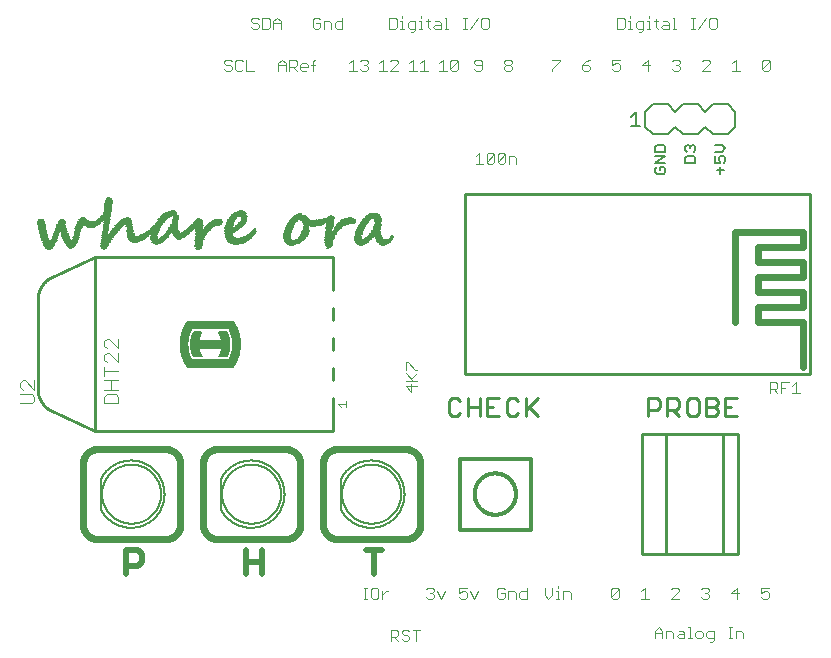
<source format=gto>
G04 This is an RS-274x file exported by *
G04 gerbv version 2.6.1 *
G04 More information is available about gerbv at *
G04 http://gerbv.geda-project.org/ *
G04 --End of header info--*
%MOIN*%
%FSLAX34Y34*%
%IPPOS*%
G04 --Define apertures--*
%ADD10C,0.0200*%
%ADD11C,0.0240*%
%ADD12C,0.0060*%
%ADD13C,0.0030*%
%ADD14C,0.0100*%
%ADD15C,0.0040*%
%ADD16C,0.0050*%
%ADD17C,0.0120*%
%ADD18C,0.0110*%
%ADD19R,0.0100X0.0020*%
%ADD20R,0.0120X0.0020*%
%ADD21R,0.0160X0.0020*%
%ADD22R,0.0080X0.0020*%
%ADD23R,0.0200X0.0020*%
%ADD24R,0.0240X0.0020*%
%ADD25R,0.0180X0.0020*%
%ADD26R,0.0220X0.0020*%
%ADD27R,0.0280X0.0020*%
%ADD28R,0.0300X0.0020*%
%ADD29R,0.0320X0.0020*%
%ADD30R,0.0260X0.0020*%
%ADD31R,0.0340X0.0020*%
%ADD32R,0.0380X0.0020*%
%ADD33R,0.0020X0.0020*%
%ADD34R,0.0140X0.0020*%
%ADD35R,0.0360X0.0020*%
%ADD36R,0.0420X0.0020*%
%ADD37R,0.0440X0.0020*%
%ADD38R,0.0460X0.0020*%
%ADD39R,0.0520X0.0020*%
%ADD40R,0.0500X0.0020*%
%ADD41R,0.0400X0.0020*%
%ADD42R,0.0580X0.0020*%
%ADD43R,0.0540X0.0020*%
%ADD44R,0.0480X0.0020*%
%ADD45R,0.0640X0.0020*%
%ADD46R,0.0680X0.0020*%
%ADD47R,0.0620X0.0020*%
%ADD48R,0.0720X0.0020*%
%ADD49R,0.0660X0.0020*%
%ADD50R,0.0760X0.0020*%
%ADD51R,0.0560X0.0020*%
%ADD52R,0.0820X0.0020*%
%ADD53R,0.0600X0.0020*%
%ADD54R,0.0840X0.0020*%
%ADD55R,0.0700X0.0020*%
%ADD56R,0.0060X0.0020*%
%ADD57R,0.0780X0.0020*%
%ADD58R,0.0800X0.0020*%
%ADD59R,0.0740X0.0020*%
%ADD60R,0.1020X0.0020*%
%ADD61R,0.1040X0.0020*%
%ADD62R,0.1080X0.0020*%
%ADD63R,0.1140X0.0020*%
%ADD64R,0.1280X0.0190*%
%ADD65R,0.1300X0.0190*%
%ADD66R,0.0790X0.0190*%
G04 --Start main section--*
G54D10*
G01X0005949Y0002850D02*
G01X0005949Y0003651D01*
G01X0005949Y0003651D02*
G01X0006350Y0003651D01*
G01X0006350Y0003651D02*
G01X0006483Y0003517D01*
G01X0006483Y0003517D02*
G01X0006483Y0003250D01*
G01X0006483Y0003250D02*
G01X0006350Y0003117D01*
G01X0006350Y0003117D02*
G01X0005949Y0003117D01*
G01X0009949Y0003250D02*
G01X0010483Y0003250D01*
G01X0010483Y0002850D02*
G01X0010483Y0003651D01*
G01X0009949Y0003651D02*
G01X0009949Y0002850D01*
G01X0013949Y0003651D02*
G01X0014483Y0003651D01*
G01X0014216Y0003651D02*
G01X0014216Y0002850D01*
G54D11*
G01X0007260Y0004000D02*
G01X0005010Y0004000D01*
G01X0005010Y0004000D02*
G01X0004996Y0004000D01*
G01X0004996Y0004000D02*
G01X0004982Y0004001D01*
G01X0004982Y0004001D02*
G01X0004968Y0004002D01*
G01X0004968Y0004002D02*
G01X0004954Y0004003D01*
G01X0004954Y0004003D02*
G01X0004940Y0004005D01*
G01X0004940Y0004005D02*
G01X0004926Y0004007D01*
G01X0004926Y0004007D02*
G01X0004912Y0004010D01*
G01X0004912Y0004010D02*
G01X0004898Y0004013D01*
G01X0004898Y0004013D02*
G01X0004885Y0004016D01*
G01X0004885Y0004016D02*
G01X0004871Y0004019D01*
G01X0004871Y0004019D02*
G01X0004858Y0004024D01*
G01X0004858Y0004024D02*
G01X0004844Y0004028D01*
G01X0004844Y0004028D02*
G01X0004831Y0004033D01*
G01X0004831Y0004033D02*
G01X0004818Y0004038D01*
G01X0004818Y0004038D02*
G01X0004805Y0004044D01*
G01X0004805Y0004044D02*
G01X0004793Y0004049D01*
G01X0004793Y0004049D02*
G01X0004780Y0004056D01*
G01X0004780Y0004056D02*
G01X0004768Y0004062D01*
G01X0004768Y0004062D02*
G01X0004756Y0004069D01*
G01X0004756Y0004069D02*
G01X0004744Y0004077D01*
G01X0004744Y0004077D02*
G01X0004732Y0004084D01*
G01X0004732Y0004084D02*
G01X0004720Y0004092D01*
G01X0004720Y0004092D02*
G01X0004709Y0004101D01*
G01X0004709Y0004101D02*
G01X0004698Y0004109D01*
G01X0004698Y0004109D02*
G01X0004687Y0004118D01*
G01X0004687Y0004118D02*
G01X0004676Y0004127D01*
G01X0004676Y0004127D02*
G01X0004666Y0004137D01*
G01X0004666Y0004137D02*
G01X0004656Y0004146D01*
G01X0004656Y0004146D02*
G01X0004646Y0004157D01*
G01X0004646Y0004157D02*
G01X0004637Y0004167D01*
G01X0004637Y0004167D02*
G01X0004628Y0004177D01*
G01X0004628Y0004177D02*
G01X0004619Y0004188D01*
G01X0004619Y0004188D02*
G01X0004610Y0004199D01*
G01X0004610Y0004199D02*
G01X0004602Y0004211D01*
G01X0004602Y0004211D02*
G01X0004594Y0004222D01*
G01X0004594Y0004222D02*
G01X0004586Y0004234D01*
G01X0004586Y0004234D02*
G01X0004579Y0004246D01*
G01X0004579Y0004246D02*
G01X0004572Y0004258D01*
G01X0004572Y0004258D02*
G01X0004565Y0004271D01*
G01X0004565Y0004271D02*
G01X0004559Y0004283D01*
G01X0004559Y0004283D02*
G01X0004553Y0004296D01*
G01X0004553Y0004296D02*
G01X0004548Y0004309D01*
G01X0004548Y0004309D02*
G01X0004542Y0004322D01*
G01X0004542Y0004322D02*
G01X0004538Y0004335D01*
G01X0004538Y0004335D02*
G01X0004533Y0004348D01*
G01X0004533Y0004348D02*
G01X0004529Y0004362D01*
G01X0004529Y0004362D02*
G01X0004525Y0004375D01*
G01X0004525Y0004375D02*
G01X0004522Y0004389D01*
G01X0004522Y0004389D02*
G01X0004519Y0004403D01*
G01X0004519Y0004403D02*
G01X0004517Y0004416D01*
G01X0004517Y0004416D02*
G01X0004514Y0004430D01*
G01X0004514Y0004430D02*
G01X0004513Y0004444D01*
G01X0004513Y0004444D02*
G01X0004511Y0004458D01*
G01X0004511Y0004458D02*
G01X0004510Y0004472D01*
G01X0004510Y0004472D02*
G01X0004510Y0004486D01*
G01X0004510Y0004486D02*
G01X0004510Y0004500D01*
G01X0004510Y0004500D02*
G01X0004510Y0006500D01*
G01X0004510Y0006500D02*
G01X0004510Y0006514D01*
G01X0004510Y0006514D02*
G01X0004510Y0006528D01*
G01X0004510Y0006528D02*
G01X0004511Y0006542D01*
G01X0004511Y0006542D02*
G01X0004513Y0006556D01*
G01X0004513Y0006556D02*
G01X0004514Y0006570D01*
G01X0004514Y0006570D02*
G01X0004517Y0006584D01*
G01X0004517Y0006584D02*
G01X0004519Y0006597D01*
G01X0004519Y0006597D02*
G01X0004522Y0006611D01*
G01X0004522Y0006611D02*
G01X0004525Y0006625D01*
G01X0004525Y0006625D02*
G01X0004529Y0006638D01*
G01X0004529Y0006638D02*
G01X0004533Y0006652D01*
G01X0004533Y0006652D02*
G01X0004538Y0006665D01*
G01X0004538Y0006665D02*
G01X0004542Y0006678D01*
G01X0004542Y0006678D02*
G01X0004548Y0006691D01*
G01X0004548Y0006691D02*
G01X0004553Y0006704D01*
G01X0004553Y0006704D02*
G01X0004559Y0006717D01*
G01X0004559Y0006717D02*
G01X0004565Y0006730D01*
G01X0004565Y0006730D02*
G01X0004572Y0006742D01*
G01X0004572Y0006742D02*
G01X0004579Y0006754D01*
G01X0004579Y0006754D02*
G01X0004586Y0006766D01*
G01X0004586Y0006766D02*
G01X0004594Y0006778D01*
G01X0004594Y0006778D02*
G01X0004602Y0006789D01*
G01X0004602Y0006789D02*
G01X0004610Y0006801D01*
G01X0004610Y0006801D02*
G01X0004619Y0006812D01*
G01X0004619Y0006812D02*
G01X0004628Y0006823D01*
G01X0004628Y0006823D02*
G01X0004637Y0006833D01*
G01X0004637Y0006833D02*
G01X0004646Y0006844D01*
G01X0004646Y0006844D02*
G01X0004656Y0006854D01*
G01X0004656Y0006854D02*
G01X0004666Y0006863D01*
G01X0004666Y0006863D02*
G01X0004676Y0006873D01*
G01X0004676Y0006873D02*
G01X0004687Y0006882D01*
G01X0004687Y0006882D02*
G01X0004698Y0006891D01*
G01X0004698Y0006891D02*
G01X0004709Y0006899D01*
G01X0004709Y0006899D02*
G01X0004720Y0006908D01*
G01X0004720Y0006908D02*
G01X0004732Y0006916D01*
G01X0004732Y0006916D02*
G01X0004744Y0006923D01*
G01X0004744Y0006923D02*
G01X0004756Y0006931D01*
G01X0004756Y0006931D02*
G01X0004768Y0006938D01*
G01X0004768Y0006938D02*
G01X0004780Y0006944D01*
G01X0004780Y0006944D02*
G01X0004793Y0006950D01*
G01X0004793Y0006950D02*
G01X0004805Y0006956D01*
G01X0004805Y0006956D02*
G01X0004818Y0006962D01*
G01X0004818Y0006962D02*
G01X0004831Y0006967D01*
G01X0004831Y0006967D02*
G01X0004844Y0006972D01*
G01X0004844Y0006972D02*
G01X0004858Y0006976D01*
G01X0004858Y0006976D02*
G01X0004871Y0006980D01*
G01X0004871Y0006980D02*
G01X0004885Y0006984D01*
G01X0004885Y0006984D02*
G01X0004898Y0006988D01*
G01X0004898Y0006988D02*
G01X0004912Y0006990D01*
G01X0004912Y0006990D02*
G01X0004926Y0006993D01*
G01X0004926Y0006993D02*
G01X0004940Y0006995D01*
G01X0004940Y0006995D02*
G01X0004954Y0006997D01*
G01X0004954Y0006997D02*
G01X0004968Y0006998D01*
G01X0004968Y0006998D02*
G01X0004982Y0006999D01*
G01X0004982Y0006999D02*
G01X0004996Y0007000D01*
G01X0004996Y0007000D02*
G01X0005010Y0007000D01*
G01X0005010Y0007000D02*
G01X0007260Y0007000D01*
G01X0007260Y0007000D02*
G01X0007274Y0007000D01*
G01X0007274Y0007000D02*
G01X0007288Y0006999D01*
G01X0007288Y0006999D02*
G01X0007302Y0006998D01*
G01X0007302Y0006998D02*
G01X0007316Y0006997D01*
G01X0007316Y0006997D02*
G01X0007329Y0006995D01*
G01X0007329Y0006995D02*
G01X0007343Y0006993D01*
G01X0007343Y0006993D02*
G01X0007357Y0006990D01*
G01X0007357Y0006990D02*
G01X0007371Y0006988D01*
G01X0007371Y0006988D02*
G01X0007384Y0006984D01*
G01X0007384Y0006984D02*
G01X0007398Y0006980D01*
G01X0007398Y0006980D02*
G01X0007411Y0006976D01*
G01X0007411Y0006976D02*
G01X0007425Y0006972D01*
G01X0007425Y0006972D02*
G01X0007438Y0006967D01*
G01X0007438Y0006967D02*
G01X0007451Y0006962D01*
G01X0007451Y0006962D02*
G01X0007464Y0006956D01*
G01X0007464Y0006956D02*
G01X0007476Y0006950D01*
G01X0007476Y0006950D02*
G01X0007489Y0006944D01*
G01X0007489Y0006944D02*
G01X0007501Y0006938D01*
G01X0007501Y0006938D02*
G01X0007514Y0006931D01*
G01X0007514Y0006931D02*
G01X0007526Y0006923D01*
G01X0007526Y0006923D02*
G01X0007537Y0006916D01*
G01X0007537Y0006916D02*
G01X0007549Y0006908D01*
G01X0007549Y0006908D02*
G01X0007560Y0006899D01*
G01X0007560Y0006899D02*
G01X0007571Y0006891D01*
G01X0007571Y0006891D02*
G01X0007582Y0006882D01*
G01X0007582Y0006882D02*
G01X0007593Y0006873D01*
G01X0007593Y0006873D02*
G01X0007603Y0006863D01*
G01X0007603Y0006863D02*
G01X0007613Y0006854D01*
G01X0007613Y0006854D02*
G01X0007623Y0006844D01*
G01X0007623Y0006844D02*
G01X0007632Y0006833D01*
G01X0007632Y0006833D02*
G01X0007642Y0006823D01*
G01X0007642Y0006823D02*
G01X0007650Y0006812D01*
G01X0007650Y0006812D02*
G01X0007659Y0006801D01*
G01X0007659Y0006801D02*
G01X0007667Y0006789D01*
G01X0007667Y0006789D02*
G01X0007675Y0006778D01*
G01X0007675Y0006778D02*
G01X0007683Y0006766D01*
G01X0007683Y0006766D02*
G01X0007690Y0006754D01*
G01X0007690Y0006754D02*
G01X0007697Y0006742D01*
G01X0007697Y0006742D02*
G01X0007704Y0006730D01*
G01X0007704Y0006730D02*
G01X0007710Y0006717D01*
G01X0007710Y0006717D02*
G01X0007716Y0006704D01*
G01X0007716Y0006704D02*
G01X0007721Y0006691D01*
G01X0007721Y0006691D02*
G01X0007727Y0006678D01*
G01X0007727Y0006678D02*
G01X0007731Y0006665D01*
G01X0007731Y0006665D02*
G01X0007736Y0006652D01*
G01X0007736Y0006652D02*
G01X0007740Y0006638D01*
G01X0007740Y0006638D02*
G01X0007744Y0006625D01*
G01X0007744Y0006625D02*
G01X0007747Y0006611D01*
G01X0007747Y0006611D02*
G01X0007750Y0006597D01*
G01X0007750Y0006597D02*
G01X0007752Y0006584D01*
G01X0007752Y0006584D02*
G01X0007755Y0006570D01*
G01X0007755Y0006570D02*
G01X0007756Y0006556D01*
G01X0007756Y0006556D02*
G01X0007758Y0006542D01*
G01X0007758Y0006542D02*
G01X0007759Y0006528D01*
G01X0007759Y0006528D02*
G01X0007759Y0006514D01*
G01X0007759Y0006514D02*
G01X0007760Y0006500D01*
G01X0007760Y0006500D02*
G01X0007760Y0004500D01*
G01X0007760Y0004500D02*
G01X0007759Y0004486D01*
G01X0007759Y0004486D02*
G01X0007759Y0004472D01*
G01X0007759Y0004472D02*
G01X0007758Y0004458D01*
G01X0007758Y0004458D02*
G01X0007756Y0004444D01*
G01X0007756Y0004444D02*
G01X0007755Y0004430D01*
G01X0007755Y0004430D02*
G01X0007752Y0004416D01*
G01X0007752Y0004416D02*
G01X0007750Y0004403D01*
G01X0007750Y0004403D02*
G01X0007747Y0004389D01*
G01X0007747Y0004389D02*
G01X0007744Y0004375D01*
G01X0007744Y0004375D02*
G01X0007740Y0004362D01*
G01X0007740Y0004362D02*
G01X0007736Y0004348D01*
G01X0007736Y0004348D02*
G01X0007731Y0004335D01*
G01X0007731Y0004335D02*
G01X0007727Y0004322D01*
G01X0007727Y0004322D02*
G01X0007721Y0004309D01*
G01X0007721Y0004309D02*
G01X0007716Y0004296D01*
G01X0007716Y0004296D02*
G01X0007710Y0004283D01*
G01X0007710Y0004283D02*
G01X0007704Y0004271D01*
G01X0007704Y0004271D02*
G01X0007697Y0004258D01*
G01X0007697Y0004258D02*
G01X0007690Y0004246D01*
G01X0007690Y0004246D02*
G01X0007683Y0004234D01*
G01X0007683Y0004234D02*
G01X0007675Y0004222D01*
G01X0007675Y0004222D02*
G01X0007667Y0004211D01*
G01X0007667Y0004211D02*
G01X0007659Y0004199D01*
G01X0007659Y0004199D02*
G01X0007650Y0004188D01*
G01X0007650Y0004188D02*
G01X0007642Y0004177D01*
G01X0007642Y0004177D02*
G01X0007632Y0004167D01*
G01X0007632Y0004167D02*
G01X0007623Y0004157D01*
G01X0007623Y0004157D02*
G01X0007613Y0004146D01*
G01X0007613Y0004146D02*
G01X0007603Y0004137D01*
G01X0007603Y0004137D02*
G01X0007593Y0004127D01*
G01X0007593Y0004127D02*
G01X0007582Y0004118D01*
G01X0007582Y0004118D02*
G01X0007571Y0004109D01*
G01X0007571Y0004109D02*
G01X0007560Y0004101D01*
G01X0007560Y0004101D02*
G01X0007549Y0004092D01*
G01X0007549Y0004092D02*
G01X0007537Y0004084D01*
G01X0007537Y0004084D02*
G01X0007526Y0004077D01*
G01X0007526Y0004077D02*
G01X0007514Y0004069D01*
G01X0007514Y0004069D02*
G01X0007501Y0004062D01*
G01X0007501Y0004062D02*
G01X0007489Y0004056D01*
G01X0007489Y0004056D02*
G01X0007476Y0004049D01*
G01X0007476Y0004049D02*
G01X0007464Y0004044D01*
G01X0007464Y0004044D02*
G01X0007451Y0004038D01*
G01X0007451Y0004038D02*
G01X0007438Y0004033D01*
G01X0007438Y0004033D02*
G01X0007425Y0004028D01*
G01X0007425Y0004028D02*
G01X0007411Y0004024D01*
G01X0007411Y0004024D02*
G01X0007398Y0004019D01*
G01X0007398Y0004019D02*
G01X0007384Y0004016D01*
G01X0007384Y0004016D02*
G01X0007371Y0004013D01*
G01X0007371Y0004013D02*
G01X0007357Y0004010D01*
G01X0007357Y0004010D02*
G01X0007343Y0004007D01*
G01X0007343Y0004007D02*
G01X0007329Y0004005D01*
G01X0007329Y0004005D02*
G01X0007316Y0004003D01*
G01X0007316Y0004003D02*
G01X0007302Y0004002D01*
G01X0007302Y0004002D02*
G01X0007288Y0004001D01*
G01X0007288Y0004001D02*
G01X0007274Y0004000D01*
G01X0007274Y0004000D02*
G01X0007260Y0004000D01*
G01X0008510Y0004500D02*
G01X0008510Y0006500D01*
G01X0008510Y0006500D02*
G01X0008510Y0006514D01*
G01X0008510Y0006514D02*
G01X0008510Y0006528D01*
G01X0008510Y0006528D02*
G01X0008511Y0006542D01*
G01X0008511Y0006542D02*
G01X0008513Y0006556D01*
G01X0008513Y0006556D02*
G01X0008514Y0006570D01*
G01X0008514Y0006570D02*
G01X0008517Y0006584D01*
G01X0008517Y0006584D02*
G01X0008519Y0006597D01*
G01X0008519Y0006597D02*
G01X0008522Y0006611D01*
G01X0008522Y0006611D02*
G01X0008525Y0006625D01*
G01X0008525Y0006625D02*
G01X0008529Y0006638D01*
G01X0008529Y0006638D02*
G01X0008533Y0006652D01*
G01X0008533Y0006652D02*
G01X0008538Y0006665D01*
G01X0008538Y0006665D02*
G01X0008542Y0006678D01*
G01X0008542Y0006678D02*
G01X0008548Y0006691D01*
G01X0008548Y0006691D02*
G01X0008553Y0006704D01*
G01X0008553Y0006704D02*
G01X0008559Y0006717D01*
G01X0008559Y0006717D02*
G01X0008565Y0006730D01*
G01X0008565Y0006730D02*
G01X0008572Y0006742D01*
G01X0008572Y0006742D02*
G01X0008579Y0006754D01*
G01X0008579Y0006754D02*
G01X0008586Y0006766D01*
G01X0008586Y0006766D02*
G01X0008594Y0006778D01*
G01X0008594Y0006778D02*
G01X0008602Y0006789D01*
G01X0008602Y0006789D02*
G01X0008610Y0006801D01*
G01X0008610Y0006801D02*
G01X0008619Y0006812D01*
G01X0008619Y0006812D02*
G01X0008628Y0006823D01*
G01X0008628Y0006823D02*
G01X0008637Y0006833D01*
G01X0008637Y0006833D02*
G01X0008646Y0006844D01*
G01X0008646Y0006844D02*
G01X0008656Y0006854D01*
G01X0008656Y0006854D02*
G01X0008666Y0006863D01*
G01X0008666Y0006863D02*
G01X0008676Y0006873D01*
G01X0008676Y0006873D02*
G01X0008687Y0006882D01*
G01X0008687Y0006882D02*
G01X0008698Y0006891D01*
G01X0008698Y0006891D02*
G01X0008709Y0006899D01*
G01X0008709Y0006899D02*
G01X0008720Y0006908D01*
G01X0008720Y0006908D02*
G01X0008732Y0006916D01*
G01X0008732Y0006916D02*
G01X0008744Y0006923D01*
G01X0008744Y0006923D02*
G01X0008756Y0006931D01*
G01X0008756Y0006931D02*
G01X0008768Y0006938D01*
G01X0008768Y0006938D02*
G01X0008780Y0006944D01*
G01X0008780Y0006944D02*
G01X0008793Y0006950D01*
G01X0008793Y0006950D02*
G01X0008805Y0006956D01*
G01X0008805Y0006956D02*
G01X0008818Y0006962D01*
G01X0008818Y0006962D02*
G01X0008831Y0006967D01*
G01X0008831Y0006967D02*
G01X0008844Y0006972D01*
G01X0008844Y0006972D02*
G01X0008858Y0006976D01*
G01X0008858Y0006976D02*
G01X0008871Y0006980D01*
G01X0008871Y0006980D02*
G01X0008885Y0006984D01*
G01X0008885Y0006984D02*
G01X0008898Y0006988D01*
G01X0008898Y0006988D02*
G01X0008912Y0006990D01*
G01X0008912Y0006990D02*
G01X0008926Y0006993D01*
G01X0008926Y0006993D02*
G01X0008940Y0006995D01*
G01X0008940Y0006995D02*
G01X0008954Y0006997D01*
G01X0008954Y0006997D02*
G01X0008968Y0006998D01*
G01X0008968Y0006998D02*
G01X0008982Y0006999D01*
G01X0008982Y0006999D02*
G01X0008996Y0007000D01*
G01X0008996Y0007000D02*
G01X0009010Y0007000D01*
G01X0009010Y0007000D02*
G01X0011260Y0007000D01*
G01X0011260Y0007000D02*
G01X0011274Y0007000D01*
G01X0011274Y0007000D02*
G01X0011288Y0006999D01*
G01X0011288Y0006999D02*
G01X0011302Y0006998D01*
G01X0011302Y0006998D02*
G01X0011316Y0006997D01*
G01X0011316Y0006997D02*
G01X0011329Y0006995D01*
G01X0011329Y0006995D02*
G01X0011343Y0006993D01*
G01X0011343Y0006993D02*
G01X0011357Y0006990D01*
G01X0011357Y0006990D02*
G01X0011371Y0006988D01*
G01X0011371Y0006988D02*
G01X0011384Y0006984D01*
G01X0011384Y0006984D02*
G01X0011398Y0006980D01*
G01X0011398Y0006980D02*
G01X0011411Y0006976D01*
G01X0011411Y0006976D02*
G01X0011425Y0006972D01*
G01X0011425Y0006972D02*
G01X0011438Y0006967D01*
G01X0011438Y0006967D02*
G01X0011451Y0006962D01*
G01X0011451Y0006962D02*
G01X0011464Y0006956D01*
G01X0011464Y0006956D02*
G01X0011476Y0006950D01*
G01X0011476Y0006950D02*
G01X0011489Y0006944D01*
G01X0011489Y0006944D02*
G01X0011501Y0006938D01*
G01X0011501Y0006938D02*
G01X0011514Y0006931D01*
G01X0011514Y0006931D02*
G01X0011526Y0006923D01*
G01X0011526Y0006923D02*
G01X0011537Y0006916D01*
G01X0011537Y0006916D02*
G01X0011549Y0006908D01*
G01X0011549Y0006908D02*
G01X0011560Y0006899D01*
G01X0011560Y0006899D02*
G01X0011571Y0006891D01*
G01X0011571Y0006891D02*
G01X0011582Y0006882D01*
G01X0011582Y0006882D02*
G01X0011593Y0006873D01*
G01X0011593Y0006873D02*
G01X0011603Y0006863D01*
G01X0011603Y0006863D02*
G01X0011613Y0006854D01*
G01X0011613Y0006854D02*
G01X0011623Y0006844D01*
G01X0011623Y0006844D02*
G01X0011632Y0006833D01*
G01X0011632Y0006833D02*
G01X0011642Y0006823D01*
G01X0011642Y0006823D02*
G01X0011650Y0006812D01*
G01X0011650Y0006812D02*
G01X0011659Y0006801D01*
G01X0011659Y0006801D02*
G01X0011667Y0006789D01*
G01X0011667Y0006789D02*
G01X0011675Y0006778D01*
G01X0011675Y0006778D02*
G01X0011683Y0006766D01*
G01X0011683Y0006766D02*
G01X0011690Y0006754D01*
G01X0011690Y0006754D02*
G01X0011697Y0006742D01*
G01X0011697Y0006742D02*
G01X0011704Y0006730D01*
G01X0011704Y0006730D02*
G01X0011710Y0006717D01*
G01X0011710Y0006717D02*
G01X0011716Y0006704D01*
G01X0011716Y0006704D02*
G01X0011721Y0006691D01*
G01X0011721Y0006691D02*
G01X0011727Y0006678D01*
G01X0011727Y0006678D02*
G01X0011731Y0006665D01*
G01X0011731Y0006665D02*
G01X0011736Y0006652D01*
G01X0011736Y0006652D02*
G01X0011740Y0006638D01*
G01X0011740Y0006638D02*
G01X0011744Y0006625D01*
G01X0011744Y0006625D02*
G01X0011747Y0006611D01*
G01X0011747Y0006611D02*
G01X0011750Y0006597D01*
G01X0011750Y0006597D02*
G01X0011752Y0006584D01*
G01X0011752Y0006584D02*
G01X0011755Y0006570D01*
G01X0011755Y0006570D02*
G01X0011756Y0006556D01*
G01X0011756Y0006556D02*
G01X0011758Y0006542D01*
G01X0011758Y0006542D02*
G01X0011759Y0006528D01*
G01X0011759Y0006528D02*
G01X0011759Y0006514D01*
G01X0011759Y0006514D02*
G01X0011760Y0006500D01*
G01X0011760Y0006500D02*
G01X0011760Y0004500D01*
G01X0011760Y0004500D02*
G01X0011759Y0004486D01*
G01X0011759Y0004486D02*
G01X0011759Y0004472D01*
G01X0011759Y0004472D02*
G01X0011758Y0004458D01*
G01X0011758Y0004458D02*
G01X0011756Y0004444D01*
G01X0011756Y0004444D02*
G01X0011755Y0004430D01*
G01X0011755Y0004430D02*
G01X0011752Y0004416D01*
G01X0011752Y0004416D02*
G01X0011750Y0004403D01*
G01X0011750Y0004403D02*
G01X0011747Y0004389D01*
G01X0011747Y0004389D02*
G01X0011744Y0004375D01*
G01X0011744Y0004375D02*
G01X0011740Y0004362D01*
G01X0011740Y0004362D02*
G01X0011736Y0004348D01*
G01X0011736Y0004348D02*
G01X0011731Y0004335D01*
G01X0011731Y0004335D02*
G01X0011727Y0004322D01*
G01X0011727Y0004322D02*
G01X0011721Y0004309D01*
G01X0011721Y0004309D02*
G01X0011716Y0004296D01*
G01X0011716Y0004296D02*
G01X0011710Y0004283D01*
G01X0011710Y0004283D02*
G01X0011704Y0004271D01*
G01X0011704Y0004271D02*
G01X0011697Y0004258D01*
G01X0011697Y0004258D02*
G01X0011690Y0004246D01*
G01X0011690Y0004246D02*
G01X0011683Y0004234D01*
G01X0011683Y0004234D02*
G01X0011675Y0004222D01*
G01X0011675Y0004222D02*
G01X0011667Y0004211D01*
G01X0011667Y0004211D02*
G01X0011659Y0004199D01*
G01X0011659Y0004199D02*
G01X0011650Y0004188D01*
G01X0011650Y0004188D02*
G01X0011642Y0004177D01*
G01X0011642Y0004177D02*
G01X0011632Y0004167D01*
G01X0011632Y0004167D02*
G01X0011623Y0004157D01*
G01X0011623Y0004157D02*
G01X0011613Y0004146D01*
G01X0011613Y0004146D02*
G01X0011603Y0004137D01*
G01X0011603Y0004137D02*
G01X0011593Y0004127D01*
G01X0011593Y0004127D02*
G01X0011582Y0004118D01*
G01X0011582Y0004118D02*
G01X0011571Y0004109D01*
G01X0011571Y0004109D02*
G01X0011560Y0004101D01*
G01X0011560Y0004101D02*
G01X0011549Y0004092D01*
G01X0011549Y0004092D02*
G01X0011537Y0004084D01*
G01X0011537Y0004084D02*
G01X0011526Y0004077D01*
G01X0011526Y0004077D02*
G01X0011514Y0004069D01*
G01X0011514Y0004069D02*
G01X0011501Y0004062D01*
G01X0011501Y0004062D02*
G01X0011489Y0004056D01*
G01X0011489Y0004056D02*
G01X0011476Y0004049D01*
G01X0011476Y0004049D02*
G01X0011464Y0004044D01*
G01X0011464Y0004044D02*
G01X0011451Y0004038D01*
G01X0011451Y0004038D02*
G01X0011438Y0004033D01*
G01X0011438Y0004033D02*
G01X0011425Y0004028D01*
G01X0011425Y0004028D02*
G01X0011411Y0004024D01*
G01X0011411Y0004024D02*
G01X0011398Y0004019D01*
G01X0011398Y0004019D02*
G01X0011384Y0004016D01*
G01X0011384Y0004016D02*
G01X0011371Y0004013D01*
G01X0011371Y0004013D02*
G01X0011357Y0004010D01*
G01X0011357Y0004010D02*
G01X0011343Y0004007D01*
G01X0011343Y0004007D02*
G01X0011329Y0004005D01*
G01X0011329Y0004005D02*
G01X0011316Y0004003D01*
G01X0011316Y0004003D02*
G01X0011302Y0004002D01*
G01X0011302Y0004002D02*
G01X0011288Y0004001D01*
G01X0011288Y0004001D02*
G01X0011274Y0004000D01*
G01X0011274Y0004000D02*
G01X0011260Y0004000D01*
G01X0011260Y0004000D02*
G01X0009010Y0004000D01*
G01X0009010Y0004000D02*
G01X0008996Y0004000D01*
G01X0008996Y0004000D02*
G01X0008982Y0004001D01*
G01X0008982Y0004001D02*
G01X0008968Y0004002D01*
G01X0008968Y0004002D02*
G01X0008954Y0004003D01*
G01X0008954Y0004003D02*
G01X0008940Y0004005D01*
G01X0008940Y0004005D02*
G01X0008926Y0004007D01*
G01X0008926Y0004007D02*
G01X0008912Y0004010D01*
G01X0008912Y0004010D02*
G01X0008898Y0004013D01*
G01X0008898Y0004013D02*
G01X0008885Y0004016D01*
G01X0008885Y0004016D02*
G01X0008871Y0004019D01*
G01X0008871Y0004019D02*
G01X0008858Y0004024D01*
G01X0008858Y0004024D02*
G01X0008844Y0004028D01*
G01X0008844Y0004028D02*
G01X0008831Y0004033D01*
G01X0008831Y0004033D02*
G01X0008818Y0004038D01*
G01X0008818Y0004038D02*
G01X0008805Y0004044D01*
G01X0008805Y0004044D02*
G01X0008793Y0004049D01*
G01X0008793Y0004049D02*
G01X0008780Y0004056D01*
G01X0008780Y0004056D02*
G01X0008768Y0004062D01*
G01X0008768Y0004062D02*
G01X0008756Y0004069D01*
G01X0008756Y0004069D02*
G01X0008744Y0004077D01*
G01X0008744Y0004077D02*
G01X0008732Y0004084D01*
G01X0008732Y0004084D02*
G01X0008720Y0004092D01*
G01X0008720Y0004092D02*
G01X0008709Y0004101D01*
G01X0008709Y0004101D02*
G01X0008698Y0004109D01*
G01X0008698Y0004109D02*
G01X0008687Y0004118D01*
G01X0008687Y0004118D02*
G01X0008676Y0004127D01*
G01X0008676Y0004127D02*
G01X0008666Y0004137D01*
G01X0008666Y0004137D02*
G01X0008656Y0004146D01*
G01X0008656Y0004146D02*
G01X0008646Y0004157D01*
G01X0008646Y0004157D02*
G01X0008637Y0004167D01*
G01X0008637Y0004167D02*
G01X0008628Y0004177D01*
G01X0008628Y0004177D02*
G01X0008619Y0004188D01*
G01X0008619Y0004188D02*
G01X0008610Y0004199D01*
G01X0008610Y0004199D02*
G01X0008602Y0004211D01*
G01X0008602Y0004211D02*
G01X0008594Y0004222D01*
G01X0008594Y0004222D02*
G01X0008586Y0004234D01*
G01X0008586Y0004234D02*
G01X0008579Y0004246D01*
G01X0008579Y0004246D02*
G01X0008572Y0004258D01*
G01X0008572Y0004258D02*
G01X0008565Y0004271D01*
G01X0008565Y0004271D02*
G01X0008559Y0004283D01*
G01X0008559Y0004283D02*
G01X0008553Y0004296D01*
G01X0008553Y0004296D02*
G01X0008548Y0004309D01*
G01X0008548Y0004309D02*
G01X0008542Y0004322D01*
G01X0008542Y0004322D02*
G01X0008538Y0004335D01*
G01X0008538Y0004335D02*
G01X0008533Y0004348D01*
G01X0008533Y0004348D02*
G01X0008529Y0004362D01*
G01X0008529Y0004362D02*
G01X0008525Y0004375D01*
G01X0008525Y0004375D02*
G01X0008522Y0004389D01*
G01X0008522Y0004389D02*
G01X0008519Y0004403D01*
G01X0008519Y0004403D02*
G01X0008517Y0004416D01*
G01X0008517Y0004416D02*
G01X0008514Y0004430D01*
G01X0008514Y0004430D02*
G01X0008513Y0004444D01*
G01X0008513Y0004444D02*
G01X0008511Y0004458D01*
G01X0008511Y0004458D02*
G01X0008510Y0004472D01*
G01X0008510Y0004472D02*
G01X0008510Y0004486D01*
G01X0008510Y0004486D02*
G01X0008510Y0004500D01*
G01X0012510Y0004500D02*
G01X0012510Y0006500D01*
G01X0012510Y0006500D02*
G01X0012510Y0006514D01*
G01X0012510Y0006514D02*
G01X0012510Y0006528D01*
G01X0012510Y0006528D02*
G01X0012511Y0006542D01*
G01X0012511Y0006542D02*
G01X0012513Y0006556D01*
G01X0012513Y0006556D02*
G01X0012514Y0006570D01*
G01X0012514Y0006570D02*
G01X0012517Y0006584D01*
G01X0012517Y0006584D02*
G01X0012519Y0006597D01*
G01X0012519Y0006597D02*
G01X0012522Y0006611D01*
G01X0012522Y0006611D02*
G01X0012525Y0006625D01*
G01X0012525Y0006625D02*
G01X0012529Y0006638D01*
G01X0012529Y0006638D02*
G01X0012533Y0006652D01*
G01X0012533Y0006652D02*
G01X0012538Y0006665D01*
G01X0012538Y0006665D02*
G01X0012542Y0006678D01*
G01X0012542Y0006678D02*
G01X0012548Y0006691D01*
G01X0012548Y0006691D02*
G01X0012553Y0006704D01*
G01X0012553Y0006704D02*
G01X0012559Y0006717D01*
G01X0012559Y0006717D02*
G01X0012565Y0006730D01*
G01X0012565Y0006730D02*
G01X0012572Y0006742D01*
G01X0012572Y0006742D02*
G01X0012579Y0006754D01*
G01X0012579Y0006754D02*
G01X0012586Y0006766D01*
G01X0012586Y0006766D02*
G01X0012594Y0006778D01*
G01X0012594Y0006778D02*
G01X0012602Y0006789D01*
G01X0012602Y0006789D02*
G01X0012610Y0006801D01*
G01X0012610Y0006801D02*
G01X0012619Y0006812D01*
G01X0012619Y0006812D02*
G01X0012628Y0006823D01*
G01X0012628Y0006823D02*
G01X0012637Y0006833D01*
G01X0012637Y0006833D02*
G01X0012646Y0006844D01*
G01X0012646Y0006844D02*
G01X0012656Y0006854D01*
G01X0012656Y0006854D02*
G01X0012666Y0006863D01*
G01X0012666Y0006863D02*
G01X0012676Y0006873D01*
G01X0012676Y0006873D02*
G01X0012687Y0006882D01*
G01X0012687Y0006882D02*
G01X0012698Y0006891D01*
G01X0012698Y0006891D02*
G01X0012709Y0006899D01*
G01X0012709Y0006899D02*
G01X0012720Y0006908D01*
G01X0012720Y0006908D02*
G01X0012732Y0006916D01*
G01X0012732Y0006916D02*
G01X0012744Y0006923D01*
G01X0012744Y0006923D02*
G01X0012756Y0006931D01*
G01X0012756Y0006931D02*
G01X0012768Y0006938D01*
G01X0012768Y0006938D02*
G01X0012780Y0006944D01*
G01X0012780Y0006944D02*
G01X0012793Y0006950D01*
G01X0012793Y0006950D02*
G01X0012805Y0006956D01*
G01X0012805Y0006956D02*
G01X0012818Y0006962D01*
G01X0012818Y0006962D02*
G01X0012831Y0006967D01*
G01X0012831Y0006967D02*
G01X0012844Y0006972D01*
G01X0012844Y0006972D02*
G01X0012858Y0006976D01*
G01X0012858Y0006976D02*
G01X0012871Y0006980D01*
G01X0012871Y0006980D02*
G01X0012885Y0006984D01*
G01X0012885Y0006984D02*
G01X0012898Y0006988D01*
G01X0012898Y0006988D02*
G01X0012912Y0006990D01*
G01X0012912Y0006990D02*
G01X0012926Y0006993D01*
G01X0012926Y0006993D02*
G01X0012940Y0006995D01*
G01X0012940Y0006995D02*
G01X0012954Y0006997D01*
G01X0012954Y0006997D02*
G01X0012968Y0006998D01*
G01X0012968Y0006998D02*
G01X0012982Y0006999D01*
G01X0012982Y0006999D02*
G01X0012996Y0007000D01*
G01X0012996Y0007000D02*
G01X0013010Y0007000D01*
G01X0013010Y0007000D02*
G01X0015260Y0007000D01*
G01X0015260Y0007000D02*
G01X0015274Y0007000D01*
G01X0015274Y0007000D02*
G01X0015288Y0006999D01*
G01X0015288Y0006999D02*
G01X0015301Y0006998D01*
G01X0015301Y0006998D02*
G01X0015316Y0006997D01*
G01X0015316Y0006997D02*
G01X0015329Y0006995D01*
G01X0015329Y0006995D02*
G01X0015343Y0006993D01*
G01X0015343Y0006993D02*
G01X0015357Y0006990D01*
G01X0015357Y0006990D02*
G01X0015371Y0006988D01*
G01X0015371Y0006988D02*
G01X0015384Y0006984D01*
G01X0015384Y0006984D02*
G01X0015398Y0006980D01*
G01X0015398Y0006980D02*
G01X0015411Y0006976D01*
G01X0015411Y0006976D02*
G01X0015425Y0006972D01*
G01X0015425Y0006972D02*
G01X0015438Y0006967D01*
G01X0015438Y0006967D02*
G01X0015451Y0006962D01*
G01X0015451Y0006962D02*
G01X0015464Y0006956D01*
G01X0015464Y0006956D02*
G01X0015476Y0006950D01*
G01X0015476Y0006950D02*
G01X0015489Y0006944D01*
G01X0015489Y0006944D02*
G01X0015501Y0006938D01*
G01X0015501Y0006938D02*
G01X0015514Y0006931D01*
G01X0015514Y0006931D02*
G01X0015526Y0006923D01*
G01X0015526Y0006923D02*
G01X0015537Y0006916D01*
G01X0015537Y0006916D02*
G01X0015549Y0006908D01*
G01X0015549Y0006908D02*
G01X0015560Y0006899D01*
G01X0015560Y0006899D02*
G01X0015571Y0006891D01*
G01X0015571Y0006891D02*
G01X0015582Y0006882D01*
G01X0015582Y0006882D02*
G01X0015593Y0006873D01*
G01X0015593Y0006873D02*
G01X0015603Y0006863D01*
G01X0015603Y0006863D02*
G01X0015613Y0006854D01*
G01X0015613Y0006854D02*
G01X0015623Y0006844D01*
G01X0015623Y0006844D02*
G01X0015632Y0006833D01*
G01X0015632Y0006833D02*
G01X0015642Y0006823D01*
G01X0015642Y0006823D02*
G01X0015650Y0006812D01*
G01X0015650Y0006812D02*
G01X0015659Y0006801D01*
G01X0015659Y0006801D02*
G01X0015667Y0006789D01*
G01X0015667Y0006789D02*
G01X0015675Y0006778D01*
G01X0015675Y0006778D02*
G01X0015683Y0006766D01*
G01X0015683Y0006766D02*
G01X0015690Y0006754D01*
G01X0015690Y0006754D02*
G01X0015697Y0006742D01*
G01X0015697Y0006742D02*
G01X0015704Y0006730D01*
G01X0015704Y0006730D02*
G01X0015710Y0006717D01*
G01X0015710Y0006717D02*
G01X0015716Y0006704D01*
G01X0015716Y0006704D02*
G01X0015721Y0006691D01*
G01X0015721Y0006691D02*
G01X0015727Y0006678D01*
G01X0015727Y0006678D02*
G01X0015731Y0006665D01*
G01X0015731Y0006665D02*
G01X0015736Y0006652D01*
G01X0015736Y0006652D02*
G01X0015740Y0006638D01*
G01X0015740Y0006638D02*
G01X0015744Y0006625D01*
G01X0015744Y0006625D02*
G01X0015747Y0006611D01*
G01X0015747Y0006611D02*
G01X0015750Y0006597D01*
G01X0015750Y0006597D02*
G01X0015752Y0006584D01*
G01X0015752Y0006584D02*
G01X0015755Y0006570D01*
G01X0015755Y0006570D02*
G01X0015756Y0006556D01*
G01X0015756Y0006556D02*
G01X0015758Y0006542D01*
G01X0015758Y0006542D02*
G01X0015759Y0006528D01*
G01X0015759Y0006528D02*
G01X0015759Y0006514D01*
G01X0015759Y0006514D02*
G01X0015760Y0006500D01*
G01X0015760Y0006500D02*
G01X0015760Y0004500D01*
G01X0015760Y0004500D02*
G01X0015759Y0004486D01*
G01X0015759Y0004486D02*
G01X0015759Y0004472D01*
G01X0015759Y0004472D02*
G01X0015758Y0004458D01*
G01X0015758Y0004458D02*
G01X0015756Y0004444D01*
G01X0015756Y0004444D02*
G01X0015755Y0004430D01*
G01X0015755Y0004430D02*
G01X0015752Y0004416D01*
G01X0015752Y0004416D02*
G01X0015750Y0004403D01*
G01X0015750Y0004403D02*
G01X0015747Y0004389D01*
G01X0015747Y0004389D02*
G01X0015744Y0004375D01*
G01X0015744Y0004375D02*
G01X0015740Y0004362D01*
G01X0015740Y0004362D02*
G01X0015736Y0004348D01*
G01X0015736Y0004348D02*
G01X0015731Y0004335D01*
G01X0015731Y0004335D02*
G01X0015727Y0004322D01*
G01X0015727Y0004322D02*
G01X0015721Y0004309D01*
G01X0015721Y0004309D02*
G01X0015716Y0004296D01*
G01X0015716Y0004296D02*
G01X0015710Y0004283D01*
G01X0015710Y0004283D02*
G01X0015704Y0004271D01*
G01X0015704Y0004271D02*
G01X0015697Y0004258D01*
G01X0015697Y0004258D02*
G01X0015690Y0004246D01*
G01X0015690Y0004246D02*
G01X0015683Y0004234D01*
G01X0015683Y0004234D02*
G01X0015675Y0004222D01*
G01X0015675Y0004222D02*
G01X0015667Y0004211D01*
G01X0015667Y0004211D02*
G01X0015659Y0004199D01*
G01X0015659Y0004199D02*
G01X0015650Y0004188D01*
G01X0015650Y0004188D02*
G01X0015642Y0004177D01*
G01X0015642Y0004177D02*
G01X0015632Y0004167D01*
G01X0015632Y0004167D02*
G01X0015623Y0004157D01*
G01X0015623Y0004157D02*
G01X0015613Y0004146D01*
G01X0015613Y0004146D02*
G01X0015603Y0004137D01*
G01X0015603Y0004137D02*
G01X0015593Y0004127D01*
G01X0015593Y0004127D02*
G01X0015582Y0004118D01*
G01X0015582Y0004118D02*
G01X0015571Y0004109D01*
G01X0015571Y0004109D02*
G01X0015560Y0004101D01*
G01X0015560Y0004101D02*
G01X0015549Y0004092D01*
G01X0015549Y0004092D02*
G01X0015537Y0004084D01*
G01X0015537Y0004084D02*
G01X0015526Y0004077D01*
G01X0015526Y0004077D02*
G01X0015514Y0004069D01*
G01X0015514Y0004069D02*
G01X0015501Y0004062D01*
G01X0015501Y0004062D02*
G01X0015489Y0004056D01*
G01X0015489Y0004056D02*
G01X0015476Y0004049D01*
G01X0015476Y0004049D02*
G01X0015464Y0004044D01*
G01X0015464Y0004044D02*
G01X0015451Y0004038D01*
G01X0015451Y0004038D02*
G01X0015438Y0004033D01*
G01X0015438Y0004033D02*
G01X0015425Y0004028D01*
G01X0015425Y0004028D02*
G01X0015411Y0004024D01*
G01X0015411Y0004024D02*
G01X0015398Y0004019D01*
G01X0015398Y0004019D02*
G01X0015384Y0004016D01*
G01X0015384Y0004016D02*
G01X0015371Y0004013D01*
G01X0015371Y0004013D02*
G01X0015357Y0004010D01*
G01X0015357Y0004010D02*
G01X0015343Y0004007D01*
G01X0015343Y0004007D02*
G01X0015329Y0004005D01*
G01X0015329Y0004005D02*
G01X0015316Y0004003D01*
G01X0015316Y0004003D02*
G01X0015301Y0004002D01*
G01X0015301Y0004002D02*
G01X0015288Y0004001D01*
G01X0015288Y0004001D02*
G01X0015274Y0004000D01*
G01X0015274Y0004000D02*
G01X0015260Y0004000D01*
G01X0015260Y0004000D02*
G01X0013010Y0004000D01*
G01X0013010Y0004000D02*
G01X0012996Y0004000D01*
G01X0012996Y0004000D02*
G01X0012982Y0004001D01*
G01X0012982Y0004001D02*
G01X0012968Y0004002D01*
G01X0012968Y0004002D02*
G01X0012954Y0004003D01*
G01X0012954Y0004003D02*
G01X0012940Y0004005D01*
G01X0012940Y0004005D02*
G01X0012926Y0004007D01*
G01X0012926Y0004007D02*
G01X0012912Y0004010D01*
G01X0012912Y0004010D02*
G01X0012898Y0004013D01*
G01X0012898Y0004013D02*
G01X0012885Y0004016D01*
G01X0012885Y0004016D02*
G01X0012871Y0004019D01*
G01X0012871Y0004019D02*
G01X0012858Y0004024D01*
G01X0012858Y0004024D02*
G01X0012844Y0004028D01*
G01X0012844Y0004028D02*
G01X0012831Y0004033D01*
G01X0012831Y0004033D02*
G01X0012818Y0004038D01*
G01X0012818Y0004038D02*
G01X0012805Y0004044D01*
G01X0012805Y0004044D02*
G01X0012793Y0004049D01*
G01X0012793Y0004049D02*
G01X0012780Y0004056D01*
G01X0012780Y0004056D02*
G01X0012768Y0004062D01*
G01X0012768Y0004062D02*
G01X0012756Y0004069D01*
G01X0012756Y0004069D02*
G01X0012744Y0004077D01*
G01X0012744Y0004077D02*
G01X0012732Y0004084D01*
G01X0012732Y0004084D02*
G01X0012720Y0004092D01*
G01X0012720Y0004092D02*
G01X0012709Y0004101D01*
G01X0012709Y0004101D02*
G01X0012698Y0004109D01*
G01X0012698Y0004109D02*
G01X0012687Y0004118D01*
G01X0012687Y0004118D02*
G01X0012676Y0004127D01*
G01X0012676Y0004127D02*
G01X0012666Y0004137D01*
G01X0012666Y0004137D02*
G01X0012656Y0004146D01*
G01X0012656Y0004146D02*
G01X0012646Y0004157D01*
G01X0012646Y0004157D02*
G01X0012637Y0004167D01*
G01X0012637Y0004167D02*
G01X0012628Y0004177D01*
G01X0012628Y0004177D02*
G01X0012619Y0004188D01*
G01X0012619Y0004188D02*
G01X0012610Y0004199D01*
G01X0012610Y0004199D02*
G01X0012602Y0004211D01*
G01X0012602Y0004211D02*
G01X0012594Y0004222D01*
G01X0012594Y0004222D02*
G01X0012586Y0004234D01*
G01X0012586Y0004234D02*
G01X0012579Y0004246D01*
G01X0012579Y0004246D02*
G01X0012572Y0004258D01*
G01X0012572Y0004258D02*
G01X0012565Y0004271D01*
G01X0012565Y0004271D02*
G01X0012559Y0004283D01*
G01X0012559Y0004283D02*
G01X0012553Y0004296D01*
G01X0012553Y0004296D02*
G01X0012548Y0004309D01*
G01X0012548Y0004309D02*
G01X0012542Y0004322D01*
G01X0012542Y0004322D02*
G01X0012538Y0004335D01*
G01X0012538Y0004335D02*
G01X0012533Y0004348D01*
G01X0012533Y0004348D02*
G01X0012529Y0004362D01*
G01X0012529Y0004362D02*
G01X0012525Y0004375D01*
G01X0012525Y0004375D02*
G01X0012522Y0004389D01*
G01X0012522Y0004389D02*
G01X0012519Y0004403D01*
G01X0012519Y0004403D02*
G01X0012517Y0004416D01*
G01X0012517Y0004416D02*
G01X0012514Y0004430D01*
G01X0012514Y0004430D02*
G01X0012513Y0004444D01*
G01X0012513Y0004444D02*
G01X0012511Y0004458D01*
G01X0012511Y0004458D02*
G01X0012510Y0004472D01*
G01X0012510Y0004472D02*
G01X0012510Y0004486D01*
G01X0012510Y0004486D02*
G01X0012510Y0004500D01*
G01X0026260Y0011250D02*
G01X0026260Y0014250D01*
G01X0026260Y0014250D02*
G01X0028510Y0014250D01*
G01X0028510Y0014250D02*
G01X0028510Y0013750D01*
G01X0028510Y0013750D02*
G01X0027010Y0013750D01*
G01X0027010Y0013750D02*
G01X0027010Y0013250D01*
G01X0027010Y0013250D02*
G01X0028510Y0013250D01*
G01X0028510Y0013250D02*
G01X0028510Y0012750D01*
G01X0028510Y0012750D02*
G01X0027010Y0012750D01*
G01X0027010Y0012750D02*
G01X0027010Y0012250D01*
G01X0027010Y0012250D02*
G01X0028510Y0012250D01*
G01X0028510Y0012250D02*
G01X0028510Y0011750D01*
G01X0028510Y0011750D02*
G01X0027010Y0011750D01*
G01X0027010Y0011750D02*
G01X0027010Y0011250D01*
G01X0027010Y0011250D02*
G01X0028510Y0011250D01*
G01X0028510Y0011250D02*
G01X0028510Y0009750D01*
G54D12*
G01X0025759Y0016175D02*
G01X0025759Y0016402D01*
G01X0025759Y0016543D02*
G01X0025703Y0016657D01*
G01X0025703Y0016657D02*
G01X0025703Y0016714D01*
G01X0025703Y0016714D02*
G01X0025759Y0016770D01*
G01X0025759Y0016770D02*
G01X0025873Y0016770D01*
G01X0025873Y0016770D02*
G01X0025930Y0016714D01*
G01X0025930Y0016714D02*
G01X0025930Y0016600D01*
G01X0025930Y0016600D02*
G01X0025873Y0016543D01*
G01X0025759Y0016543D02*
G01X0025589Y0016543D01*
G01X0025589Y0016543D02*
G01X0025589Y0016770D01*
G01X0025589Y0016912D02*
G01X0025816Y0016912D01*
G01X0025816Y0016912D02*
G01X0025930Y0017025D01*
G01X0025930Y0017025D02*
G01X0025816Y0017139D01*
G01X0025816Y0017139D02*
G01X0025589Y0017139D01*
G01X0025510Y0017500D02*
G01X0025260Y0017750D01*
G01X0025260Y0017750D02*
G01X0025010Y0017500D01*
G01X0025010Y0017500D02*
G01X0024510Y0017500D01*
G01X0024510Y0017500D02*
G01X0024260Y0017750D01*
G01X0024260Y0017750D02*
G01X0024010Y0017500D01*
G01X0024010Y0017500D02*
G01X0023510Y0017500D01*
G01X0023510Y0017500D02*
G01X0023260Y0017750D01*
G01X0023260Y0017750D02*
G01X0023260Y0018250D01*
G01X0023260Y0018250D02*
G01X0023510Y0018500D01*
G01X0023510Y0018500D02*
G01X0024010Y0018500D01*
G01X0024010Y0018500D02*
G01X0024260Y0018250D01*
G01X0024260Y0018250D02*
G01X0024510Y0018500D01*
G01X0024510Y0018500D02*
G01X0025010Y0018500D01*
G01X0025010Y0018500D02*
G01X0025260Y0018250D01*
G01X0025260Y0018250D02*
G01X0025510Y0018500D01*
G01X0025510Y0018500D02*
G01X0026010Y0018500D01*
G01X0026010Y0018500D02*
G01X0026260Y0018250D01*
G01X0026260Y0018250D02*
G01X0026260Y0017750D01*
G01X0026260Y0017750D02*
G01X0026010Y0017500D01*
G01X0026010Y0017500D02*
G01X0025510Y0017500D01*
G01X0024930Y0017082D02*
G01X0024930Y0016968D01*
G01X0024930Y0016968D02*
G01X0024873Y0016912D01*
G01X0024873Y0016770D02*
G01X0024646Y0016770D01*
G01X0024646Y0016770D02*
G01X0024589Y0016714D01*
G01X0024589Y0016714D02*
G01X0024589Y0016543D01*
G01X0024589Y0016543D02*
G01X0024930Y0016543D01*
G01X0024930Y0016543D02*
G01X0024930Y0016714D01*
G01X0024930Y0016714D02*
G01X0024873Y0016770D01*
G01X0024646Y0016912D02*
G01X0024589Y0016968D01*
G01X0024589Y0016968D02*
G01X0024589Y0017082D01*
G01X0024589Y0017082D02*
G01X0024646Y0017139D01*
G01X0024646Y0017139D02*
G01X0024703Y0017139D01*
G01X0024703Y0017139D02*
G01X0024759Y0017082D01*
G01X0024759Y0017082D02*
G01X0024816Y0017139D01*
G01X0024816Y0017139D02*
G01X0024873Y0017139D01*
G01X0024873Y0017139D02*
G01X0024930Y0017082D01*
G01X0024759Y0017082D02*
G01X0024759Y0017025D01*
G01X0023930Y0017082D02*
G01X0023873Y0017139D01*
G01X0023873Y0017139D02*
G01X0023646Y0017139D01*
G01X0023646Y0017139D02*
G01X0023589Y0017082D01*
G01X0023589Y0017082D02*
G01X0023589Y0016912D01*
G01X0023589Y0016912D02*
G01X0023930Y0016912D01*
G01X0023930Y0016912D02*
G01X0023930Y0017082D01*
G01X0023930Y0016770D02*
G01X0023589Y0016770D01*
G01X0023589Y0016543D02*
G01X0023930Y0016770D01*
G01X0023930Y0016543D02*
G01X0023589Y0016543D01*
G01X0023646Y0016402D02*
G01X0023589Y0016345D01*
G01X0023589Y0016345D02*
G01X0023589Y0016232D01*
G01X0023589Y0016232D02*
G01X0023646Y0016175D01*
G01X0023646Y0016175D02*
G01X0023873Y0016175D01*
G01X0023873Y0016175D02*
G01X0023930Y0016232D01*
G01X0023930Y0016232D02*
G01X0023930Y0016345D01*
G01X0023930Y0016345D02*
G01X0023873Y0016402D01*
G01X0023873Y0016402D02*
G01X0023759Y0016402D01*
G01X0023759Y0016402D02*
G01X0023759Y0016289D01*
G01X0025646Y0016289D02*
G01X0025873Y0016289D01*
G54D13*
G01X0026156Y0019615D02*
G01X0026403Y0019615D01*
G01X0026280Y0019615D02*
G01X0026280Y0019985D01*
G01X0026280Y0019985D02*
G01X0026156Y0019862D01*
G01X0025403Y0019862D02*
G01X0025403Y0019924D01*
G01X0025403Y0019924D02*
G01X0025341Y0019985D01*
G01X0025341Y0019985D02*
G01X0025218Y0019985D01*
G01X0025218Y0019985D02*
G01X0025156Y0019924D01*
G01X0025403Y0019862D02*
G01X0025156Y0019615D01*
G01X0025156Y0019615D02*
G01X0025403Y0019615D01*
G01X0024403Y0019677D02*
G01X0024341Y0019615D01*
G01X0024341Y0019615D02*
G01X0024218Y0019615D01*
G01X0024218Y0019615D02*
G01X0024156Y0019677D01*
G01X0024280Y0019800D02*
G01X0024341Y0019800D01*
G01X0024341Y0019800D02*
G01X0024403Y0019738D01*
G01X0024403Y0019738D02*
G01X0024403Y0019677D01*
G01X0024341Y0019800D02*
G01X0024403Y0019862D01*
G01X0024403Y0019862D02*
G01X0024403Y0019924D01*
G01X0024403Y0019924D02*
G01X0024341Y0019985D01*
G01X0024341Y0019985D02*
G01X0024218Y0019985D01*
G01X0024218Y0019985D02*
G01X0024156Y0019924D01*
G01X0023403Y0019800D02*
G01X0023156Y0019800D01*
G01X0023156Y0019800D02*
G01X0023341Y0019985D01*
G01X0023341Y0019985D02*
G01X0023341Y0019615D01*
G01X0022403Y0019677D02*
G01X0022341Y0019615D01*
G01X0022341Y0019615D02*
G01X0022218Y0019615D01*
G01X0022218Y0019615D02*
G01X0022156Y0019677D01*
G01X0022156Y0019800D02*
G01X0022280Y0019862D01*
G01X0022280Y0019862D02*
G01X0022341Y0019862D01*
G01X0022341Y0019862D02*
G01X0022403Y0019800D01*
G01X0022403Y0019800D02*
G01X0022403Y0019677D01*
G01X0022156Y0019800D02*
G01X0022156Y0019985D01*
G01X0022156Y0019985D02*
G01X0022403Y0019985D01*
G01X0023062Y0020892D02*
G01X0023124Y0020892D01*
G01X0023124Y0020892D02*
G01X0023185Y0020953D01*
G01X0023185Y0020953D02*
G01X0023185Y0021262D01*
G01X0023185Y0021262D02*
G01X0023000Y0021262D01*
G01X0023000Y0021262D02*
G01X0022938Y0021200D01*
G01X0022938Y0021200D02*
G01X0022938Y0021077D01*
G01X0022938Y0021077D02*
G01X0023000Y0021015D01*
G01X0023000Y0021015D02*
G01X0023185Y0021015D01*
G01X0023307Y0021015D02*
G01X0023430Y0021015D01*
G01X0023368Y0021015D02*
G01X0023368Y0021262D01*
G01X0023368Y0021262D02*
G01X0023307Y0021262D01*
G01X0023368Y0021385D02*
G01X0023368Y0021447D01*
G01X0023552Y0021262D02*
G01X0023676Y0021262D01*
G01X0023614Y0021324D02*
G01X0023614Y0021077D01*
G01X0023614Y0021077D02*
G01X0023676Y0021015D01*
G01X0023798Y0021077D02*
G01X0023859Y0021138D01*
G01X0023859Y0021138D02*
G01X0024045Y0021138D01*
G01X0024045Y0021200D02*
G01X0024045Y0021015D01*
G01X0024045Y0021015D02*
G01X0023859Y0021015D01*
G01X0023859Y0021015D02*
G01X0023798Y0021077D01*
G01X0023859Y0021262D02*
G01X0023983Y0021262D01*
G01X0023983Y0021262D02*
G01X0024045Y0021200D01*
G01X0024166Y0021385D02*
G01X0024228Y0021385D01*
G01X0024228Y0021385D02*
G01X0024228Y0021015D01*
G01X0024166Y0021015D02*
G01X0024290Y0021015D01*
G01X0024780Y0021015D02*
G01X0024903Y0021015D01*
G01X0024842Y0021015D02*
G01X0024842Y0021385D01*
G01X0024903Y0021385D02*
G01X0024780Y0021385D01*
G01X0025026Y0021015D02*
G01X0025272Y0021385D01*
G01X0025394Y0021324D02*
G01X0025394Y0021077D01*
G01X0025394Y0021077D02*
G01X0025456Y0021015D01*
G01X0025456Y0021015D02*
G01X0025579Y0021015D01*
G01X0025579Y0021015D02*
G01X0025641Y0021077D01*
G01X0025641Y0021077D02*
G01X0025641Y0021324D01*
G01X0025641Y0021324D02*
G01X0025579Y0021385D01*
G01X0025579Y0021385D02*
G01X0025456Y0021385D01*
G01X0025456Y0021385D02*
G01X0025394Y0021324D01*
G01X0027156Y0019924D02*
G01X0027218Y0019985D01*
G01X0027218Y0019985D02*
G01X0027341Y0019985D01*
G01X0027341Y0019985D02*
G01X0027403Y0019924D01*
G01X0027403Y0019924D02*
G01X0027156Y0019677D01*
G01X0027156Y0019677D02*
G01X0027218Y0019615D01*
G01X0027218Y0019615D02*
G01X0027341Y0019615D01*
G01X0027341Y0019615D02*
G01X0027403Y0019677D01*
G01X0027403Y0019677D02*
G01X0027403Y0019924D01*
G01X0027156Y0019924D02*
G01X0027156Y0019677D01*
G01X0022816Y0021015D02*
G01X0022693Y0021015D01*
G01X0022755Y0021015D02*
G01X0022755Y0021262D01*
G01X0022755Y0021262D02*
G01X0022693Y0021262D01*
G01X0022571Y0021324D02*
G01X0022571Y0021077D01*
G01X0022571Y0021077D02*
G01X0022510Y0021015D01*
G01X0022510Y0021015D02*
G01X0022325Y0021015D01*
G01X0022325Y0021015D02*
G01X0022325Y0021385D01*
G01X0022325Y0021385D02*
G01X0022510Y0021385D01*
G01X0022510Y0021385D02*
G01X0022571Y0021324D01*
G01X0022755Y0021385D02*
G01X0022755Y0021447D01*
G01X0021403Y0019985D02*
G01X0021280Y0019924D01*
G01X0021280Y0019924D02*
G01X0021156Y0019800D01*
G01X0021156Y0019800D02*
G01X0021341Y0019800D01*
G01X0021341Y0019800D02*
G01X0021403Y0019738D01*
G01X0021403Y0019738D02*
G01X0021403Y0019677D01*
G01X0021403Y0019677D02*
G01X0021341Y0019615D01*
G01X0021341Y0019615D02*
G01X0021218Y0019615D01*
G01X0021218Y0019615D02*
G01X0021156Y0019677D01*
G01X0021156Y0019677D02*
G01X0021156Y0019800D01*
G01X0020403Y0019924D02*
G01X0020156Y0019677D01*
G01X0020156Y0019677D02*
G01X0020156Y0019615D01*
G01X0020403Y0019924D02*
G01X0020403Y0019985D01*
G01X0020403Y0019985D02*
G01X0020156Y0019985D01*
G01X0018803Y0019924D02*
G01X0018803Y0019862D01*
G01X0018803Y0019862D02*
G01X0018741Y0019800D01*
G01X0018741Y0019800D02*
G01X0018618Y0019800D01*
G01X0018618Y0019800D02*
G01X0018556Y0019862D01*
G01X0018556Y0019862D02*
G01X0018556Y0019924D01*
G01X0018556Y0019924D02*
G01X0018618Y0019985D01*
G01X0018618Y0019985D02*
G01X0018741Y0019985D01*
G01X0018741Y0019985D02*
G01X0018803Y0019924D01*
G01X0018741Y0019800D02*
G01X0018803Y0019738D01*
G01X0018803Y0019738D02*
G01X0018803Y0019677D01*
G01X0018803Y0019677D02*
G01X0018741Y0019615D01*
G01X0018741Y0019615D02*
G01X0018618Y0019615D01*
G01X0018618Y0019615D02*
G01X0018556Y0019677D01*
G01X0018556Y0019677D02*
G01X0018556Y0019738D01*
G01X0018556Y0019738D02*
G01X0018618Y0019800D01*
G01X0017803Y0019800D02*
G01X0017618Y0019800D01*
G01X0017618Y0019800D02*
G01X0017556Y0019862D01*
G01X0017556Y0019862D02*
G01X0017556Y0019924D01*
G01X0017556Y0019924D02*
G01X0017618Y0019985D01*
G01X0017618Y0019985D02*
G01X0017741Y0019985D01*
G01X0017741Y0019985D02*
G01X0017803Y0019924D01*
G01X0017803Y0019924D02*
G01X0017803Y0019677D01*
G01X0017803Y0019677D02*
G01X0017741Y0019615D01*
G01X0017741Y0019615D02*
G01X0017618Y0019615D01*
G01X0017618Y0019615D02*
G01X0017556Y0019677D01*
G01X0017003Y0019677D02*
G01X0016941Y0019615D01*
G01X0016941Y0019615D02*
G01X0016818Y0019615D01*
G01X0016818Y0019615D02*
G01X0016756Y0019677D01*
G01X0016756Y0019677D02*
G01X0017003Y0019924D01*
G01X0017003Y0019924D02*
G01X0017003Y0019677D01*
G01X0017003Y0019924D02*
G01X0016941Y0019985D01*
G01X0016941Y0019985D02*
G01X0016818Y0019985D01*
G01X0016818Y0019985D02*
G01X0016756Y0019924D01*
G01X0016756Y0019924D02*
G01X0016756Y0019677D01*
G01X0016635Y0019615D02*
G01X0016388Y0019615D01*
G01X0016511Y0019615D02*
G01X0016511Y0019985D01*
G01X0016511Y0019985D02*
G01X0016388Y0019862D01*
G01X0016003Y0019615D02*
G01X0015756Y0019615D01*
G01X0015635Y0019615D02*
G01X0015388Y0019615D01*
G01X0015511Y0019615D02*
G01X0015511Y0019985D01*
G01X0015511Y0019985D02*
G01X0015388Y0019862D01*
G01X0015756Y0019862D02*
G01X0015880Y0019985D01*
G01X0015880Y0019985D02*
G01X0015880Y0019615D01*
G01X0015003Y0019615D02*
G01X0014756Y0019615D01*
G01X0014756Y0019615D02*
G01X0015003Y0019862D01*
G01X0015003Y0019862D02*
G01X0015003Y0019924D01*
G01X0015003Y0019924D02*
G01X0014941Y0019985D01*
G01X0014941Y0019985D02*
G01X0014818Y0019985D01*
G01X0014818Y0019985D02*
G01X0014756Y0019924D01*
G01X0014511Y0019985D02*
G01X0014511Y0019615D01*
G01X0014388Y0019615D02*
G01X0014635Y0019615D01*
G01X0014388Y0019862D02*
G01X0014511Y0019985D01*
G01X0014003Y0019924D02*
G01X0014003Y0019862D01*
G01X0014003Y0019862D02*
G01X0013941Y0019800D01*
G01X0013941Y0019800D02*
G01X0014003Y0019738D01*
G01X0014003Y0019738D02*
G01X0014003Y0019677D01*
G01X0014003Y0019677D02*
G01X0013941Y0019615D01*
G01X0013941Y0019615D02*
G01X0013818Y0019615D01*
G01X0013818Y0019615D02*
G01X0013756Y0019677D01*
G01X0013635Y0019615D02*
G01X0013388Y0019615D01*
G01X0013511Y0019615D02*
G01X0013511Y0019985D01*
G01X0013511Y0019985D02*
G01X0013388Y0019862D01*
G01X0013756Y0019924D02*
G01X0013818Y0019985D01*
G01X0013818Y0019985D02*
G01X0013941Y0019985D01*
G01X0013941Y0019985D02*
G01X0014003Y0019924D01*
G01X0013941Y0019800D02*
G01X0013880Y0019800D01*
G01X0013158Y0021015D02*
G01X0012973Y0021015D01*
G01X0012973Y0021015D02*
G01X0012911Y0021077D01*
G01X0012911Y0021077D02*
G01X0012911Y0021200D01*
G01X0012911Y0021200D02*
G01X0012973Y0021262D01*
G01X0012973Y0021262D02*
G01X0013158Y0021262D01*
G01X0013158Y0021385D02*
G01X0013158Y0021015D01*
G01X0012790Y0021015D02*
G01X0012790Y0021200D01*
G01X0012790Y0021200D02*
G01X0012728Y0021262D01*
G01X0012728Y0021262D02*
G01X0012543Y0021262D01*
G01X0012543Y0021262D02*
G01X0012543Y0021015D01*
G01X0012421Y0021077D02*
G01X0012421Y0021200D01*
G01X0012421Y0021200D02*
G01X0012298Y0021200D01*
G01X0012421Y0021324D02*
G01X0012360Y0021385D01*
G01X0012360Y0021385D02*
G01X0012236Y0021385D01*
G01X0012236Y0021385D02*
G01X0012175Y0021324D01*
G01X0012175Y0021324D02*
G01X0012175Y0021077D01*
G01X0012175Y0021077D02*
G01X0012236Y0021015D01*
G01X0012236Y0021015D02*
G01X0012360Y0021015D01*
G01X0012360Y0021015D02*
G01X0012421Y0021077D01*
G01X0012253Y0019985D02*
G01X0012191Y0019924D01*
G01X0012191Y0019924D02*
G01X0012191Y0019615D01*
G01X0012130Y0019800D02*
G01X0012253Y0019800D01*
G01X0012008Y0019800D02*
G01X0012008Y0019738D01*
G01X0012008Y0019738D02*
G01X0011761Y0019738D01*
G01X0011761Y0019677D02*
G01X0011761Y0019800D01*
G01X0011761Y0019800D02*
G01X0011823Y0019862D01*
G01X0011823Y0019862D02*
G01X0011946Y0019862D01*
G01X0011946Y0019862D02*
G01X0012008Y0019800D01*
G01X0011946Y0019615D02*
G01X0011823Y0019615D01*
G01X0011823Y0019615D02*
G01X0011761Y0019677D01*
G01X0011640Y0019615D02*
G01X0011516Y0019738D01*
G01X0011578Y0019738D02*
G01X0011393Y0019738D01*
G01X0011393Y0019615D02*
G01X0011393Y0019985D01*
G01X0011393Y0019985D02*
G01X0011578Y0019985D01*
G01X0011578Y0019985D02*
G01X0011640Y0019924D01*
G01X0011640Y0019924D02*
G01X0011640Y0019800D01*
G01X0011640Y0019800D02*
G01X0011578Y0019738D01*
G01X0011271Y0019800D02*
G01X0011025Y0019800D01*
G01X0011025Y0019862D02*
G01X0011148Y0019985D01*
G01X0011148Y0019985D02*
G01X0011271Y0019862D01*
G01X0011271Y0019862D02*
G01X0011271Y0019615D01*
G01X0011025Y0019615D02*
G01X0011025Y0019862D01*
G01X0010208Y0019615D02*
G01X0009961Y0019615D01*
G01X0009961Y0019615D02*
G01X0009961Y0019985D01*
G01X0009840Y0019924D02*
G01X0009778Y0019985D01*
G01X0009778Y0019985D02*
G01X0009655Y0019985D01*
G01X0009655Y0019985D02*
G01X0009593Y0019924D01*
G01X0009593Y0019924D02*
G01X0009593Y0019677D01*
G01X0009593Y0019677D02*
G01X0009655Y0019615D01*
G01X0009655Y0019615D02*
G01X0009778Y0019615D01*
G01X0009778Y0019615D02*
G01X0009840Y0019677D01*
G01X0009471Y0019677D02*
G01X0009471Y0019738D01*
G01X0009471Y0019738D02*
G01X0009410Y0019800D01*
G01X0009410Y0019800D02*
G01X0009286Y0019800D01*
G01X0009286Y0019800D02*
G01X0009225Y0019862D01*
G01X0009225Y0019862D02*
G01X0009225Y0019924D01*
G01X0009225Y0019924D02*
G01X0009286Y0019985D01*
G01X0009286Y0019985D02*
G01X0009410Y0019985D01*
G01X0009410Y0019985D02*
G01X0009471Y0019924D01*
G01X0009471Y0019677D02*
G01X0009410Y0019615D01*
G01X0009410Y0019615D02*
G01X0009286Y0019615D01*
G01X0009286Y0019615D02*
G01X0009225Y0019677D01*
G01X0010186Y0021015D02*
G01X0010125Y0021077D01*
G01X0010186Y0021015D02*
G01X0010310Y0021015D01*
G01X0010310Y0021015D02*
G01X0010371Y0021077D01*
G01X0010371Y0021077D02*
G01X0010371Y0021138D01*
G01X0010371Y0021138D02*
G01X0010310Y0021200D01*
G01X0010310Y0021200D02*
G01X0010186Y0021200D01*
G01X0010186Y0021200D02*
G01X0010125Y0021262D01*
G01X0010125Y0021262D02*
G01X0010125Y0021324D01*
G01X0010125Y0021324D02*
G01X0010186Y0021385D01*
G01X0010186Y0021385D02*
G01X0010310Y0021385D01*
G01X0010310Y0021385D02*
G01X0010371Y0021324D01*
G01X0010493Y0021385D02*
G01X0010493Y0021015D01*
G01X0010493Y0021015D02*
G01X0010678Y0021015D01*
G01X0010678Y0021015D02*
G01X0010740Y0021077D01*
G01X0010740Y0021077D02*
G01X0010740Y0021324D01*
G01X0010740Y0021324D02*
G01X0010678Y0021385D01*
G01X0010678Y0021385D02*
G01X0010493Y0021385D01*
G01X0010861Y0021262D02*
G01X0010985Y0021385D01*
G01X0010985Y0021385D02*
G01X0011108Y0021262D01*
G01X0011108Y0021262D02*
G01X0011108Y0021015D01*
G01X0011108Y0021200D02*
G01X0010861Y0021200D01*
G01X0010861Y0021262D02*
G01X0010861Y0021015D01*
G01X0014725Y0021015D02*
G01X0014910Y0021015D01*
G01X0014910Y0021015D02*
G01X0014971Y0021077D01*
G01X0014971Y0021077D02*
G01X0014971Y0021324D01*
G01X0014971Y0021324D02*
G01X0014910Y0021385D01*
G01X0014910Y0021385D02*
G01X0014725Y0021385D01*
G01X0014725Y0021385D02*
G01X0014725Y0021015D01*
G01X0015093Y0021015D02*
G01X0015216Y0021015D01*
G01X0015155Y0021015D02*
G01X0015155Y0021262D01*
G01X0015155Y0021262D02*
G01X0015093Y0021262D01*
G01X0015155Y0021385D02*
G01X0015155Y0021447D01*
G01X0015400Y0021262D02*
G01X0015338Y0021200D01*
G01X0015338Y0021200D02*
G01X0015338Y0021077D01*
G01X0015338Y0021077D02*
G01X0015400Y0021015D01*
G01X0015400Y0021015D02*
G01X0015585Y0021015D01*
G01X0015585Y0020953D02*
G01X0015585Y0021262D01*
G01X0015585Y0021262D02*
G01X0015400Y0021262D01*
G01X0015707Y0021262D02*
G01X0015768Y0021262D01*
G01X0015768Y0021262D02*
G01X0015768Y0021015D01*
G01X0015707Y0021015D02*
G01X0015830Y0021015D01*
G01X0016014Y0021077D02*
G01X0016014Y0021324D01*
G01X0015952Y0021262D02*
G01X0016076Y0021262D01*
G01X0016260Y0021262D02*
G01X0016383Y0021262D01*
G01X0016383Y0021262D02*
G01X0016445Y0021200D01*
G01X0016445Y0021200D02*
G01X0016445Y0021015D01*
G01X0016445Y0021015D02*
G01X0016260Y0021015D01*
G01X0016260Y0021015D02*
G01X0016198Y0021077D01*
G01X0016198Y0021077D02*
G01X0016260Y0021138D01*
G01X0016260Y0021138D02*
G01X0016445Y0021138D01*
G01X0016566Y0021015D02*
G01X0016690Y0021015D01*
G01X0016628Y0021015D02*
G01X0016628Y0021385D01*
G01X0016628Y0021385D02*
G01X0016566Y0021385D01*
G01X0017180Y0021385D02*
G01X0017303Y0021385D01*
G01X0017242Y0021385D02*
G01X0017242Y0021015D01*
G01X0017303Y0021015D02*
G01X0017180Y0021015D01*
G01X0017426Y0021015D02*
G01X0017672Y0021385D01*
G01X0017794Y0021324D02*
G01X0017856Y0021385D01*
G01X0017856Y0021385D02*
G01X0017979Y0021385D01*
G01X0017979Y0021385D02*
G01X0018041Y0021324D01*
G01X0018041Y0021324D02*
G01X0018041Y0021077D01*
G01X0018041Y0021077D02*
G01X0017979Y0021015D01*
G01X0017979Y0021015D02*
G01X0017856Y0021015D01*
G01X0017856Y0021015D02*
G01X0017794Y0021077D01*
G01X0017794Y0021077D02*
G01X0017794Y0021324D01*
G01X0016076Y0021015D02*
G01X0016014Y0021077D01*
G01X0015768Y0021385D02*
G01X0015768Y0021447D01*
G01X0015585Y0020953D02*
G01X0015523Y0020892D01*
G01X0015523Y0020892D02*
G01X0015462Y0020892D01*
G01X0017725Y0016885D02*
G01X0017725Y0016515D01*
G01X0017601Y0016515D02*
G01X0017848Y0016515D01*
G01X0017970Y0016577D02*
G01X0018216Y0016824D01*
G01X0018216Y0016824D02*
G01X0018216Y0016577D01*
G01X0018216Y0016577D02*
G01X0018155Y0016515D01*
G01X0018155Y0016515D02*
G01X0018031Y0016515D01*
G01X0018031Y0016515D02*
G01X0017970Y0016577D01*
G01X0017970Y0016577D02*
G01X0017970Y0016824D01*
G01X0017970Y0016824D02*
G01X0018031Y0016885D01*
G01X0018031Y0016885D02*
G01X0018155Y0016885D01*
G01X0018155Y0016885D02*
G01X0018216Y0016824D01*
G01X0018338Y0016824D02*
G01X0018338Y0016577D01*
G01X0018338Y0016577D02*
G01X0018585Y0016824D01*
G01X0018585Y0016824D02*
G01X0018585Y0016577D01*
G01X0018585Y0016577D02*
G01X0018523Y0016515D01*
G01X0018523Y0016515D02*
G01X0018400Y0016515D01*
G01X0018400Y0016515D02*
G01X0018338Y0016577D01*
G01X0018338Y0016824D02*
G01X0018400Y0016885D01*
G01X0018400Y0016885D02*
G01X0018523Y0016885D01*
G01X0018523Y0016885D02*
G01X0018585Y0016824D01*
G01X0018706Y0016762D02*
G01X0018891Y0016762D01*
G01X0018891Y0016762D02*
G01X0018953Y0016700D01*
G01X0018953Y0016700D02*
G01X0018953Y0016515D01*
G01X0018706Y0016515D02*
G01X0018706Y0016762D01*
G01X0017725Y0016885D02*
G01X0017601Y0016762D01*
G01X0015336Y0009894D02*
G01X0015274Y0009894D01*
G01X0015274Y0009894D02*
G01X0015274Y0009647D01*
G01X0015274Y0009525D02*
G01X0015521Y0009278D01*
G01X0015459Y0009340D02*
G01X0015644Y0009525D01*
G01X0015644Y0009647D02*
G01X0015583Y0009647D01*
G01X0015583Y0009647D02*
G01X0015336Y0009894D01*
G01X0015274Y0009278D02*
G01X0015644Y0009278D01*
G01X0015644Y0009095D02*
G01X0015274Y0009095D01*
G01X0015274Y0009095D02*
G01X0015459Y0008910D01*
G01X0015459Y0008910D02*
G01X0015459Y0009157D01*
G01X0013295Y0008609D02*
G01X0013295Y0008415D01*
G01X0013295Y0008512D02*
G01X0013004Y0008512D01*
G01X0013004Y0008512D02*
G01X0013101Y0008415D01*
G01X0013870Y0002385D02*
G01X0013994Y0002385D01*
G01X0013932Y0002385D02*
G01X0013932Y0002015D01*
G01X0013994Y0002015D02*
G01X0013870Y0002015D01*
G01X0014116Y0002077D02*
G01X0014178Y0002015D01*
G01X0014178Y0002015D02*
G01X0014301Y0002015D01*
G01X0014301Y0002015D02*
G01X0014363Y0002077D01*
G01X0014363Y0002077D02*
G01X0014363Y0002324D01*
G01X0014363Y0002324D02*
G01X0014301Y0002385D01*
G01X0014301Y0002385D02*
G01X0014178Y0002385D01*
G01X0014178Y0002385D02*
G01X0014116Y0002324D01*
G01X0014116Y0002324D02*
G01X0014116Y0002077D01*
G01X0014484Y0002015D02*
G01X0014484Y0002262D01*
G01X0014608Y0002262D02*
G01X0014670Y0002262D01*
G01X0014608Y0002262D02*
G01X0014484Y0002138D01*
G01X0014771Y0000985D02*
G01X0014956Y0000985D01*
G01X0014956Y0000985D02*
G01X0015017Y0000924D01*
G01X0015017Y0000924D02*
G01X0015017Y0000800D01*
G01X0015017Y0000800D02*
G01X0014956Y0000738D01*
G01X0014956Y0000738D02*
G01X0014771Y0000738D01*
G01X0014771Y0000615D02*
G01X0014771Y0000985D01*
G01X0014894Y0000738D02*
G01X0015017Y0000615D01*
G01X0015139Y0000677D02*
G01X0015201Y0000615D01*
G01X0015201Y0000615D02*
G01X0015324Y0000615D01*
G01X0015324Y0000615D02*
G01X0015386Y0000677D01*
G01X0015386Y0000677D02*
G01X0015386Y0000738D01*
G01X0015386Y0000738D02*
G01X0015324Y0000800D01*
G01X0015324Y0000800D02*
G01X0015201Y0000800D01*
G01X0015201Y0000800D02*
G01X0015139Y0000862D01*
G01X0015139Y0000862D02*
G01X0015139Y0000924D01*
G01X0015139Y0000924D02*
G01X0015201Y0000985D01*
G01X0015201Y0000985D02*
G01X0015324Y0000985D01*
G01X0015324Y0000985D02*
G01X0015386Y0000924D01*
G01X0015507Y0000985D02*
G01X0015754Y0000985D01*
G01X0015631Y0000985D02*
G01X0015631Y0000615D01*
G01X0016018Y0002015D02*
G01X0015957Y0002077D01*
G01X0016018Y0002015D02*
G01X0016142Y0002015D01*
G01X0016142Y0002015D02*
G01X0016203Y0002077D01*
G01X0016203Y0002077D02*
G01X0016203Y0002138D01*
G01X0016203Y0002138D02*
G01X0016142Y0002200D01*
G01X0016142Y0002200D02*
G01X0016080Y0002200D01*
G01X0016142Y0002200D02*
G01X0016203Y0002262D01*
G01X0016203Y0002262D02*
G01X0016203Y0002324D01*
G01X0016203Y0002324D02*
G01X0016142Y0002385D01*
G01X0016142Y0002385D02*
G01X0016018Y0002385D01*
G01X0016018Y0002385D02*
G01X0015957Y0002324D01*
G01X0016325Y0002262D02*
G01X0016448Y0002015D01*
G01X0016448Y0002015D02*
G01X0016572Y0002262D01*
G01X0017057Y0002200D02*
G01X0017057Y0002385D01*
G01X0017057Y0002385D02*
G01X0017303Y0002385D01*
G01X0017242Y0002262D02*
G01X0017303Y0002200D01*
G01X0017303Y0002200D02*
G01X0017303Y0002077D01*
G01X0017303Y0002077D02*
G01X0017242Y0002015D01*
G01X0017242Y0002015D02*
G01X0017118Y0002015D01*
G01X0017118Y0002015D02*
G01X0017057Y0002077D01*
G01X0017057Y0002200D02*
G01X0017180Y0002262D01*
G01X0017180Y0002262D02*
G01X0017242Y0002262D01*
G01X0017425Y0002262D02*
G01X0017548Y0002015D01*
G01X0017548Y0002015D02*
G01X0017672Y0002262D01*
G01X0018329Y0002324D02*
G01X0018329Y0002077D01*
G01X0018329Y0002077D02*
G01X0018390Y0002015D01*
G01X0018390Y0002015D02*
G01X0018514Y0002015D01*
G01X0018514Y0002015D02*
G01X0018575Y0002077D01*
G01X0018575Y0002077D02*
G01X0018575Y0002200D01*
G01X0018575Y0002200D02*
G01X0018452Y0002200D01*
G01X0018329Y0002324D02*
G01X0018390Y0002385D01*
G01X0018390Y0002385D02*
G01X0018514Y0002385D01*
G01X0018514Y0002385D02*
G01X0018575Y0002324D01*
G01X0018697Y0002262D02*
G01X0018882Y0002262D01*
G01X0018882Y0002262D02*
G01X0018944Y0002200D01*
G01X0018944Y0002200D02*
G01X0018944Y0002015D01*
G01X0019065Y0002077D02*
G01X0019065Y0002200D01*
G01X0019065Y0002200D02*
G01X0019127Y0002262D01*
G01X0019127Y0002262D02*
G01X0019312Y0002262D01*
G01X0019312Y0002385D02*
G01X0019312Y0002015D01*
G01X0019312Y0002015D02*
G01X0019127Y0002015D01*
G01X0019127Y0002015D02*
G01X0019065Y0002077D01*
G01X0018697Y0002015D02*
G01X0018697Y0002262D01*
G01X0019907Y0002385D02*
G01X0019907Y0002138D01*
G01X0019907Y0002138D02*
G01X0020030Y0002015D01*
G01X0020030Y0002015D02*
G01X0020153Y0002138D01*
G01X0020153Y0002138D02*
G01X0020153Y0002385D01*
G01X0020275Y0002262D02*
G01X0020337Y0002262D01*
G01X0020337Y0002262D02*
G01X0020337Y0002015D01*
G01X0020398Y0002015D02*
G01X0020275Y0002015D01*
G01X0020520Y0002015D02*
G01X0020520Y0002262D01*
G01X0020520Y0002262D02*
G01X0020706Y0002262D01*
G01X0020706Y0002262D02*
G01X0020767Y0002200D01*
G01X0020767Y0002200D02*
G01X0020767Y0002015D01*
G01X0020337Y0002385D02*
G01X0020337Y0002447D01*
G01X0022125Y0002324D02*
G01X0022125Y0002077D01*
G01X0022125Y0002077D02*
G01X0022371Y0002324D01*
G01X0022371Y0002324D02*
G01X0022371Y0002077D01*
G01X0022371Y0002077D02*
G01X0022310Y0002015D01*
G01X0022310Y0002015D02*
G01X0022186Y0002015D01*
G01X0022186Y0002015D02*
G01X0022125Y0002077D01*
G01X0022125Y0002324D02*
G01X0022186Y0002385D01*
G01X0022186Y0002385D02*
G01X0022310Y0002385D01*
G01X0022310Y0002385D02*
G01X0022371Y0002324D01*
G01X0023125Y0002262D02*
G01X0023248Y0002385D01*
G01X0023248Y0002385D02*
G01X0023248Y0002015D01*
G01X0023371Y0002015D02*
G01X0023125Y0002015D01*
G01X0024125Y0002015D02*
G01X0024371Y0002262D01*
G01X0024371Y0002262D02*
G01X0024371Y0002324D01*
G01X0024371Y0002324D02*
G01X0024310Y0002385D01*
G01X0024310Y0002385D02*
G01X0024186Y0002385D01*
G01X0024186Y0002385D02*
G01X0024125Y0002324D01*
G01X0024125Y0002015D02*
G01X0024371Y0002015D01*
G01X0025125Y0002077D02*
G01X0025186Y0002015D01*
G01X0025186Y0002015D02*
G01X0025310Y0002015D01*
G01X0025310Y0002015D02*
G01X0025371Y0002077D01*
G01X0025371Y0002077D02*
G01X0025371Y0002138D01*
G01X0025371Y0002138D02*
G01X0025310Y0002200D01*
G01X0025310Y0002200D02*
G01X0025248Y0002200D01*
G01X0025310Y0002200D02*
G01X0025371Y0002262D01*
G01X0025371Y0002262D02*
G01X0025371Y0002324D01*
G01X0025371Y0002324D02*
G01X0025310Y0002385D01*
G01X0025310Y0002385D02*
G01X0025186Y0002385D01*
G01X0025186Y0002385D02*
G01X0025125Y0002324D01*
G01X0026125Y0002200D02*
G01X0026371Y0002200D01*
G01X0026310Y0002385D02*
G01X0026310Y0002015D01*
G01X0026125Y0002200D02*
G01X0026310Y0002385D01*
G01X0027125Y0002385D02*
G01X0027125Y0002200D01*
G01X0027125Y0002200D02*
G01X0027248Y0002262D01*
G01X0027248Y0002262D02*
G01X0027310Y0002262D01*
G01X0027310Y0002262D02*
G01X0027371Y0002200D01*
G01X0027371Y0002200D02*
G01X0027371Y0002077D01*
G01X0027371Y0002077D02*
G01X0027310Y0002015D01*
G01X0027310Y0002015D02*
G01X0027186Y0002015D01*
G01X0027186Y0002015D02*
G01X0027125Y0002077D01*
G01X0027125Y0002385D02*
G01X0027371Y0002385D01*
G01X0026157Y0001067D02*
G01X0026034Y0001067D01*
G01X0026096Y0001067D02*
G01X0026096Y0000697D01*
G01X0026034Y0000697D02*
G01X0026157Y0000697D01*
G01X0026279Y0000697D02*
G01X0026279Y0000944D01*
G01X0026279Y0000944D02*
G01X0026465Y0000944D01*
G01X0026465Y0000944D02*
G01X0026526Y0000882D01*
G01X0026526Y0000882D02*
G01X0026526Y0000697D01*
G01X0025544Y0000697D02*
G01X0025359Y0000697D01*
G01X0025359Y0000697D02*
G01X0025297Y0000759D01*
G01X0025297Y0000759D02*
G01X0025297Y0000882D01*
G01X0025297Y0000882D02*
G01X0025359Y0000944D01*
G01X0025359Y0000944D02*
G01X0025544Y0000944D01*
G01X0025544Y0000944D02*
G01X0025544Y0000635D01*
G01X0025544Y0000635D02*
G01X0025482Y0000574D01*
G01X0025482Y0000574D02*
G01X0025421Y0000574D01*
G01X0025176Y0000759D02*
G01X0025176Y0000882D01*
G01X0025176Y0000882D02*
G01X0025114Y0000944D01*
G01X0025114Y0000944D02*
G01X0024991Y0000944D01*
G01X0024991Y0000944D02*
G01X0024929Y0000882D01*
G01X0024929Y0000882D02*
G01X0024929Y0000759D01*
G01X0024929Y0000759D02*
G01X0024991Y0000697D01*
G01X0024991Y0000697D02*
G01X0025114Y0000697D01*
G01X0025114Y0000697D02*
G01X0025176Y0000759D01*
G01X0024807Y0000697D02*
G01X0024683Y0000697D01*
G01X0024745Y0000697D02*
G01X0024745Y0001067D01*
G01X0024745Y0001067D02*
G01X0024683Y0001067D01*
G01X0024500Y0000944D02*
G01X0024377Y0000944D01*
G01X0024377Y0000820D02*
G01X0024562Y0000820D01*
G01X0024562Y0000882D02*
G01X0024562Y0000697D01*
G01X0024562Y0000697D02*
G01X0024377Y0000697D01*
G01X0024377Y0000697D02*
G01X0024315Y0000759D01*
G01X0024315Y0000759D02*
G01X0024377Y0000820D01*
G01X0024500Y0000944D02*
G01X0024562Y0000882D01*
G01X0024194Y0000882D02*
G01X0024194Y0000697D01*
G01X0024194Y0000882D02*
G01X0024132Y0000944D01*
G01X0024132Y0000944D02*
G01X0023947Y0000944D01*
G01X0023947Y0000944D02*
G01X0023947Y0000697D01*
G01X0023825Y0000697D02*
G01X0023825Y0000944D01*
G01X0023825Y0000944D02*
G01X0023702Y0001067D01*
G01X0023702Y0001067D02*
G01X0023579Y0000944D01*
G01X0023579Y0000944D02*
G01X0023579Y0000697D01*
G01X0023579Y0000882D02*
G01X0023825Y0000882D01*
G54D14*
G01X0023960Y0003500D02*
G01X0023160Y0003500D01*
G01X0023160Y0003500D02*
G01X0023160Y0007500D01*
G01X0023160Y0007500D02*
G01X0023960Y0007500D01*
G01X0023960Y0007500D02*
G01X0023960Y0003500D01*
G01X0023960Y0003500D02*
G01X0025860Y0003500D01*
G01X0025860Y0003500D02*
G01X0025860Y0007500D01*
G01X0025860Y0007500D02*
G01X0026359Y0007500D01*
G01X0026359Y0007500D02*
G01X0026359Y0003500D01*
G01X0026359Y0003500D02*
G01X0025860Y0003500D01*
G01X0025860Y0007500D02*
G01X0023960Y0007500D01*
G01X0028760Y0009500D02*
G01X0017260Y0009500D01*
G01X0017260Y0009500D02*
G01X0017260Y0015500D01*
G01X0017260Y0015500D02*
G01X0028760Y0015500D01*
G01X0028760Y0015500D02*
G01X0028760Y0009500D01*
G01X0012860Y0009700D02*
G01X0012860Y0009300D01*
G01X0012860Y0008700D02*
G01X0012860Y0007600D01*
G01X0012860Y0007600D02*
G01X0004910Y0007600D01*
G01X0004910Y0007600D02*
G01X0003409Y0008300D01*
G01X0003409Y0008300D02*
G01X0003393Y0008310D01*
G01X0003393Y0008310D02*
G01X0003376Y0008321D01*
G01X0003376Y0008321D02*
G01X0003360Y0008331D01*
G01X0003360Y0008331D02*
G01X0003344Y0008343D01*
G01X0003344Y0008343D02*
G01X0003328Y0008354D01*
G01X0003328Y0008354D02*
G01X0003312Y0008366D01*
G01X0003312Y0008366D02*
G01X0003297Y0008379D01*
G01X0003297Y0008379D02*
G01X0003282Y0008392D01*
G01X0003282Y0008392D02*
G01X0003268Y0008405D01*
G01X0003268Y0008405D02*
G01X0003253Y0008418D01*
G01X0003253Y0008418D02*
G01X0003239Y0008432D01*
G01X0003239Y0008432D02*
G01X0003226Y0008446D01*
G01X0003226Y0008446D02*
G01X0003213Y0008461D01*
G01X0003213Y0008461D02*
G01X0003200Y0008476D01*
G01X0003200Y0008476D02*
G01X0003187Y0008491D01*
G01X0003187Y0008491D02*
G01X0003175Y0008506D01*
G01X0003175Y0008506D02*
G01X0003163Y0008522D01*
G01X0003163Y0008522D02*
G01X0003152Y0008538D01*
G01X0003152Y0008538D02*
G01X0003141Y0008554D01*
G01X0003141Y0008554D02*
G01X0003130Y0008571D01*
G01X0003130Y0008571D02*
G01X0003120Y0008588D01*
G01X0003120Y0008588D02*
G01X0003111Y0008605D01*
G01X0003111Y0008605D02*
G01X0003101Y0008622D01*
G01X0003101Y0008622D02*
G01X0003092Y0008640D01*
G01X0003092Y0008640D02*
G01X0003084Y0008657D01*
G01X0003084Y0008657D02*
G01X0003076Y0008675D01*
G01X0003076Y0008675D02*
G01X0003068Y0008693D01*
G01X0003068Y0008693D02*
G01X0003061Y0008712D01*
G01X0003061Y0008712D02*
G01X0003054Y0008730D01*
G01X0003054Y0008730D02*
G01X0003048Y0008749D01*
G01X0003048Y0008749D02*
G01X0003042Y0008767D01*
G01X0003042Y0008767D02*
G01X0003037Y0008786D01*
G01X0003037Y0008786D02*
G01X0003032Y0008805D01*
G01X0003032Y0008805D02*
G01X0003028Y0008825D01*
G01X0003028Y0008825D02*
G01X0003024Y0008844D01*
G01X0003024Y0008844D02*
G01X0003020Y0008863D01*
G01X0003020Y0008863D02*
G01X0003017Y0008883D01*
G01X0003017Y0008883D02*
G01X0003015Y0008902D01*
G01X0003015Y0008902D02*
G01X0003013Y0008922D01*
G01X0003013Y0008922D02*
G01X0003011Y0008941D01*
G01X0003011Y0008941D02*
G01X0003010Y0008961D01*
G01X0003010Y0008961D02*
G01X0003010Y0008980D01*
G01X0003010Y0008980D02*
G01X0003010Y0009000D01*
G01X0003010Y0009000D02*
G01X0003010Y0012000D01*
G01X0003010Y0012000D02*
G01X0003010Y0012020D01*
G01X0003010Y0012020D02*
G01X0003010Y0012039D01*
G01X0003010Y0012039D02*
G01X0003011Y0012059D01*
G01X0003011Y0012059D02*
G01X0003013Y0012079D01*
G01X0003013Y0012079D02*
G01X0003015Y0012098D01*
G01X0003015Y0012098D02*
G01X0003017Y0012118D01*
G01X0003017Y0012118D02*
G01X0003020Y0012137D01*
G01X0003020Y0012137D02*
G01X0003024Y0012156D01*
G01X0003024Y0012156D02*
G01X0003028Y0012176D01*
G01X0003028Y0012176D02*
G01X0003032Y0012195D01*
G01X0003032Y0012195D02*
G01X0003037Y0012214D01*
G01X0003037Y0012214D02*
G01X0003042Y0012233D01*
G01X0003042Y0012233D02*
G01X0003048Y0012251D01*
G01X0003048Y0012251D02*
G01X0003054Y0012270D01*
G01X0003054Y0012270D02*
G01X0003061Y0012288D01*
G01X0003061Y0012288D02*
G01X0003068Y0012307D01*
G01X0003068Y0012307D02*
G01X0003076Y0012325D01*
G01X0003076Y0012325D02*
G01X0003084Y0012343D01*
G01X0003084Y0012343D02*
G01X0003092Y0012361D01*
G01X0003092Y0012361D02*
G01X0003101Y0012378D01*
G01X0003101Y0012378D02*
G01X0003111Y0012395D01*
G01X0003111Y0012395D02*
G01X0003120Y0012412D01*
G01X0003120Y0012412D02*
G01X0003130Y0012429D01*
G01X0003130Y0012429D02*
G01X0003141Y0012446D01*
G01X0003141Y0012446D02*
G01X0003152Y0012462D01*
G01X0003152Y0012462D02*
G01X0003163Y0012478D01*
G01X0003163Y0012478D02*
G01X0003175Y0012494D01*
G01X0003175Y0012494D02*
G01X0003187Y0012509D01*
G01X0003187Y0012509D02*
G01X0003200Y0012524D01*
G01X0003200Y0012524D02*
G01X0003213Y0012539D01*
G01X0003213Y0012539D02*
G01X0003226Y0012554D01*
G01X0003226Y0012554D02*
G01X0003239Y0012568D01*
G01X0003239Y0012568D02*
G01X0003253Y0012582D01*
G01X0003253Y0012582D02*
G01X0003268Y0012595D01*
G01X0003268Y0012595D02*
G01X0003282Y0012608D01*
G01X0003282Y0012608D02*
G01X0003297Y0012621D01*
G01X0003297Y0012621D02*
G01X0003312Y0012634D01*
G01X0003312Y0012634D02*
G01X0003328Y0012646D01*
G01X0003328Y0012646D02*
G01X0003344Y0012657D01*
G01X0003344Y0012657D02*
G01X0003360Y0012669D01*
G01X0003360Y0012669D02*
G01X0003376Y0012680D01*
G01X0003376Y0012680D02*
G01X0003393Y0012690D01*
G01X0003393Y0012690D02*
G01X0003409Y0012700D01*
G01X0003409Y0012700D02*
G01X0004910Y0013400D01*
G01X0004910Y0013400D02*
G01X0012860Y0013400D01*
G01X0012860Y0013400D02*
G01X0012860Y0012300D01*
G01X0012860Y0011700D02*
G01X0012860Y0011300D01*
G01X0012860Y0010700D02*
G01X0012860Y0010300D01*
G01X0004910Y0007600D02*
G01X0004910Y0013400D01*
G54D15*
G01X0005306Y0010669D02*
G01X0005229Y0010592D01*
G01X0005229Y0010592D02*
G01X0005229Y0010438D01*
G01X0005229Y0010438D02*
G01X0005306Y0010362D01*
G01X0005306Y0010208D02*
G01X0005229Y0010131D01*
G01X0005229Y0010131D02*
G01X0005229Y0009978D01*
G01X0005229Y0009978D02*
G01X0005306Y0009901D01*
G01X0005229Y0009748D02*
G01X0005229Y0009441D01*
G01X0005229Y0009594D02*
G01X0005690Y0009594D01*
G01X0005690Y0009287D02*
G01X0005229Y0009287D01*
G01X0005459Y0009287D02*
G01X0005459Y0008980D01*
G01X0005306Y0008827D02*
G01X0005229Y0008750D01*
G01X0005229Y0008750D02*
G01X0005229Y0008520D01*
G01X0005229Y0008520D02*
G01X0005690Y0008520D01*
G01X0005690Y0008520D02*
G01X0005690Y0008750D01*
G01X0005690Y0008750D02*
G01X0005613Y0008827D01*
G01X0005613Y0008827D02*
G01X0005306Y0008827D01*
G01X0005229Y0008980D02*
G01X0005690Y0008980D01*
G01X0005690Y0009901D02*
G01X0005383Y0010208D01*
G01X0005383Y0010208D02*
G01X0005306Y0010208D01*
G01X0005690Y0010208D02*
G01X0005690Y0009901D01*
G01X0005690Y0010362D02*
G01X0005383Y0010669D01*
G01X0005383Y0010669D02*
G01X0005306Y0010669D01*
G01X0005690Y0010669D02*
G01X0005690Y0010362D01*
G01X0002890Y0009287D02*
G01X0002890Y0008980D01*
G01X0002890Y0008980D02*
G01X0002583Y0009287D01*
G01X0002583Y0009287D02*
G01X0002506Y0009287D01*
G01X0002506Y0009287D02*
G01X0002429Y0009211D01*
G01X0002429Y0009211D02*
G01X0002429Y0009057D01*
G01X0002429Y0009057D02*
G01X0002506Y0008980D01*
G01X0002429Y0008827D02*
G01X0002813Y0008827D01*
G01X0002813Y0008827D02*
G01X0002890Y0008750D01*
G01X0002890Y0008750D02*
G01X0002890Y0008597D01*
G01X0002890Y0008597D02*
G01X0002813Y0008520D01*
G01X0002813Y0008520D02*
G01X0002429Y0008520D01*
G01X0027425Y0008870D02*
G01X0027425Y0009230D01*
G01X0027425Y0009230D02*
G01X0027605Y0009230D01*
G01X0027605Y0009230D02*
G01X0027665Y0009170D01*
G01X0027665Y0009170D02*
G01X0027665Y0009050D01*
G01X0027665Y0009050D02*
G01X0027605Y0008990D01*
G01X0027605Y0008990D02*
G01X0027425Y0008990D01*
G01X0027545Y0008990D02*
G01X0027665Y0008870D01*
G01X0027793Y0008870D02*
G01X0027793Y0009230D01*
G01X0027793Y0009230D02*
G01X0028033Y0009230D01*
G01X0028161Y0009110D02*
G01X0028281Y0009230D01*
G01X0028281Y0009230D02*
G01X0028281Y0008870D01*
G01X0028161Y0008870D02*
G01X0028401Y0008870D01*
G01X0027913Y0009050D02*
G01X0027793Y0009050D01*
G54D16*
G01X0023085Y0017775D02*
G01X0022785Y0017775D01*
G01X0022935Y0017775D02*
G01X0022935Y0018225D01*
G01X0022935Y0018225D02*
G01X0022785Y0018075D01*
G01X0009510Y0011250D02*
G01X0009460Y0011250D01*
G01X0009460Y0011250D02*
G01X0009410Y0011250D01*
G01X0009410Y0011250D02*
G01X0009360Y0011250D01*
G01X0009360Y0011250D02*
G01X0009310Y0011250D01*
G01X0009310Y0011250D02*
G01X0008210Y0011250D01*
G01X0008210Y0011250D02*
G01X0008159Y0011250D01*
G01X0008159Y0011250D02*
G01X0008109Y0011250D01*
G01X0008109Y0011250D02*
G01X0008060Y0011250D01*
G01X0008060Y0011250D02*
G01X0008010Y0011250D01*
G01X0008129Y0011020D02*
G01X0009390Y0011020D01*
G01X0009300Y0010890D02*
G01X0009250Y0010890D01*
G01X0009250Y0010890D02*
G01X0009200Y0010890D01*
G01X0009200Y0010890D02*
G01X0009150Y0010890D01*
G01X0009150Y0010890D02*
G01X0009090Y0010890D01*
G01X0009090Y0010890D02*
G01X0009040Y0010890D01*
G01X0009140Y0010610D02*
G01X0008370Y0010610D01*
G01X0009460Y0011250D02*
G01X0009478Y0011223D01*
G01X0009478Y0011223D02*
G01X0009495Y0011196D01*
G01X0009495Y0011196D02*
G01X0009512Y0011169D01*
G01X0009512Y0011169D02*
G01X0009528Y0011141D01*
G01X0009528Y0011141D02*
G01X0009543Y0011113D01*
G01X0009543Y0011113D02*
G01X0009558Y0011084D01*
G01X0009558Y0011084D02*
G01X0009571Y0011055D01*
G01X0009571Y0011055D02*
G01X0009585Y0011026D01*
G01X0009585Y0011026D02*
G01X0009597Y0010996D01*
G01X0009597Y0010996D02*
G01X0009609Y0010966D01*
G01X0009609Y0010966D02*
G01X0009620Y0010936D01*
G01X0009620Y0010936D02*
G01X0009630Y0010906D01*
G01X0009630Y0010906D02*
G01X0009640Y0010875D01*
G01X0009640Y0010875D02*
G01X0009649Y0010844D01*
G01X0009649Y0010844D02*
G01X0009657Y0010813D01*
G01X0009657Y0010813D02*
G01X0009664Y0010782D01*
G01X0009664Y0010782D02*
G01X0009671Y0010750D01*
G01X0009671Y0010750D02*
G01X0009677Y0010719D01*
G01X0009677Y0010719D02*
G01X0009682Y0010687D01*
G01X0009682Y0010687D02*
G01X0009686Y0010655D01*
G01X0009686Y0010655D02*
G01X0009689Y0010623D01*
G01X0009689Y0010623D02*
G01X0009692Y0010591D01*
G01X0009692Y0010591D02*
G01X0009694Y0010559D01*
G01X0009694Y0010559D02*
G01X0009695Y0010527D01*
G01X0009695Y0010527D02*
G01X0009696Y0010495D01*
G01X0009696Y0010495D02*
G01X0009695Y0010463D01*
G01X0009695Y0010463D02*
G01X0009694Y0010431D01*
G01X0009694Y0010431D02*
G01X0009692Y0010399D01*
G01X0009692Y0010399D02*
G01X0009689Y0010367D01*
G01X0009689Y0010367D02*
G01X0009686Y0010335D01*
G01X0009686Y0010335D02*
G01X0009682Y0010303D01*
G01X0009682Y0010303D02*
G01X0009677Y0010271D01*
G01X0009677Y0010271D02*
G01X0009671Y0010240D01*
G01X0009671Y0010240D02*
G01X0009664Y0010208D01*
G01X0009664Y0010208D02*
G01X0009657Y0010177D01*
G01X0009657Y0010177D02*
G01X0009649Y0010146D01*
G01X0009649Y0010146D02*
G01X0009640Y0010115D01*
G01X0009640Y0010115D02*
G01X0009630Y0010084D01*
G01X0009630Y0010084D02*
G01X0009620Y0010054D01*
G01X0009620Y0010054D02*
G01X0009609Y0010024D01*
G01X0009609Y0010024D02*
G01X0009597Y0009994D01*
G01X0009597Y0009994D02*
G01X0009585Y0009964D01*
G01X0009585Y0009964D02*
G01X0009571Y0009935D01*
G01X0009571Y0009935D02*
G01X0009558Y0009906D01*
G01X0009558Y0009906D02*
G01X0009543Y0009877D01*
G01X0009543Y0009877D02*
G01X0009528Y0009849D01*
G01X0009528Y0009849D02*
G01X0009512Y0009821D01*
G01X0009512Y0009821D02*
G01X0009495Y0009794D01*
G01X0009495Y0009794D02*
G01X0009478Y0009767D01*
G01X0009478Y0009767D02*
G01X0009460Y0009740D01*
G01X0009460Y0009740D02*
G01X0009410Y0009740D01*
G01X0009410Y0009740D02*
G01X0009360Y0009740D01*
G01X0009360Y0009740D02*
G01X0009310Y0009740D01*
G01X0009310Y0009740D02*
G01X0008210Y0009740D01*
G01X0008210Y0009740D02*
G01X0008159Y0009740D01*
G01X0008159Y0009740D02*
G01X0008109Y0009740D01*
G01X0008109Y0009740D02*
G01X0008060Y0009740D01*
G01X0008060Y0009740D02*
G01X0008010Y0009740D01*
G01X0008129Y0009970D02*
G01X0009390Y0009970D01*
G01X0009300Y0010090D02*
G01X0009250Y0010090D01*
G01X0009250Y0010090D02*
G01X0009200Y0010090D01*
G01X0009200Y0010090D02*
G01X0009150Y0010090D01*
G01X0009150Y0010090D02*
G01X0009100Y0010090D01*
G01X0009100Y0010090D02*
G01X0009050Y0010090D01*
G01X0009140Y0010380D02*
G01X0008370Y0010380D01*
G01X0009200Y0010090D02*
G01X0009209Y0010110D01*
G01X0009209Y0010110D02*
G01X0009218Y0010131D01*
G01X0009218Y0010131D02*
G01X0009226Y0010152D01*
G01X0009226Y0010152D02*
G01X0009234Y0010172D01*
G01X0009234Y0010172D02*
G01X0009242Y0010194D01*
G01X0009242Y0010194D02*
G01X0009249Y0010215D01*
G01X0009249Y0010215D02*
G01X0009255Y0010236D01*
G01X0009255Y0010236D02*
G01X0009261Y0010258D01*
G01X0009261Y0010258D02*
G01X0009266Y0010279D01*
G01X0009266Y0010279D02*
G01X0009271Y0010301D01*
G01X0009271Y0010301D02*
G01X0009275Y0010323D01*
G01X0009275Y0010323D02*
G01X0009279Y0010345D01*
G01X0009279Y0010345D02*
G01X0009282Y0010367D01*
G01X0009282Y0010367D02*
G01X0009285Y0010390D01*
G01X0009285Y0010390D02*
G01X0009287Y0010412D01*
G01X0009287Y0010412D02*
G01X0009289Y0010434D01*
G01X0009289Y0010434D02*
G01X0009290Y0010457D01*
G01X0009290Y0010457D02*
G01X0009290Y0010479D01*
G01X0009290Y0010479D02*
G01X0009290Y0010501D01*
G01X0009290Y0010501D02*
G01X0009290Y0010523D01*
G01X0009290Y0010523D02*
G01X0009289Y0010546D01*
G01X0009289Y0010546D02*
G01X0009287Y0010568D01*
G01X0009287Y0010568D02*
G01X0009285Y0010590D01*
G01X0009285Y0010590D02*
G01X0009282Y0010613D01*
G01X0009282Y0010613D02*
G01X0009279Y0010635D01*
G01X0009279Y0010635D02*
G01X0009275Y0010657D01*
G01X0009275Y0010657D02*
G01X0009271Y0010679D01*
G01X0009271Y0010679D02*
G01X0009266Y0010701D01*
G01X0009266Y0010701D02*
G01X0009261Y0010722D01*
G01X0009261Y0010722D02*
G01X0009255Y0010744D01*
G01X0009255Y0010744D02*
G01X0009249Y0010765D01*
G01X0009249Y0010765D02*
G01X0009242Y0010787D01*
G01X0009242Y0010787D02*
G01X0009234Y0010808D01*
G01X0009234Y0010808D02*
G01X0009226Y0010829D01*
G01X0009226Y0010829D02*
G01X0009218Y0010849D01*
G01X0009218Y0010849D02*
G01X0009209Y0010870D01*
G01X0009209Y0010870D02*
G01X0009200Y0010890D01*
G01X0008109Y0011250D02*
G01X0008092Y0011223D01*
G01X0008092Y0011223D02*
G01X0008074Y0011196D01*
G01X0008074Y0011196D02*
G01X0008058Y0011169D01*
G01X0008058Y0011169D02*
G01X0008042Y0011141D01*
G01X0008042Y0011141D02*
G01X0008026Y0011113D01*
G01X0008026Y0011113D02*
G01X0008012Y0011084D01*
G01X0008012Y0011084D02*
G01X0007998Y0011055D01*
G01X0007998Y0011055D02*
G01X0007984Y0011026D01*
G01X0007984Y0011026D02*
G01X0007972Y0010996D01*
G01X0007972Y0010996D02*
G01X0007960Y0010966D01*
G01X0007960Y0010966D02*
G01X0007949Y0010936D01*
G01X0007949Y0010936D02*
G01X0007939Y0010906D01*
G01X0007939Y0010906D02*
G01X0007929Y0010875D01*
G01X0007929Y0010875D02*
G01X0007920Y0010844D01*
G01X0007920Y0010844D02*
G01X0007912Y0010813D01*
G01X0007912Y0010813D02*
G01X0007905Y0010782D01*
G01X0007905Y0010782D02*
G01X0007898Y0010750D01*
G01X0007898Y0010750D02*
G01X0007892Y0010719D01*
G01X0007892Y0010719D02*
G01X0007887Y0010687D01*
G01X0007887Y0010687D02*
G01X0007883Y0010655D01*
G01X0007883Y0010655D02*
G01X0007880Y0010623D01*
G01X0007880Y0010623D02*
G01X0007877Y0010591D01*
G01X0007877Y0010591D02*
G01X0007875Y0010559D01*
G01X0007875Y0010559D02*
G01X0007874Y0010527D01*
G01X0007874Y0010527D02*
G01X0007873Y0010495D01*
G01X0007873Y0010495D02*
G01X0007874Y0010463D01*
G01X0007874Y0010463D02*
G01X0007875Y0010431D01*
G01X0007875Y0010431D02*
G01X0007877Y0010399D01*
G01X0007877Y0010399D02*
G01X0007880Y0010367D01*
G01X0007880Y0010367D02*
G01X0007883Y0010335D01*
G01X0007883Y0010335D02*
G01X0007887Y0010303D01*
G01X0007887Y0010303D02*
G01X0007892Y0010271D01*
G01X0007892Y0010271D02*
G01X0007898Y0010240D01*
G01X0007898Y0010240D02*
G01X0007905Y0010208D01*
G01X0007905Y0010208D02*
G01X0007912Y0010177D01*
G01X0007912Y0010177D02*
G01X0007920Y0010146D01*
G01X0007920Y0010146D02*
G01X0007929Y0010115D01*
G01X0007929Y0010115D02*
G01X0007939Y0010084D01*
G01X0007939Y0010084D02*
G01X0007949Y0010054D01*
G01X0007949Y0010054D02*
G01X0007960Y0010024D01*
G01X0007960Y0010024D02*
G01X0007972Y0009994D01*
G01X0007972Y0009994D02*
G01X0007984Y0009964D01*
G01X0007984Y0009964D02*
G01X0007998Y0009935D01*
G01X0007998Y0009935D02*
G01X0008012Y0009906D01*
G01X0008012Y0009906D02*
G01X0008026Y0009877D01*
G01X0008026Y0009877D02*
G01X0008042Y0009849D01*
G01X0008042Y0009849D02*
G01X0008058Y0009821D01*
G01X0008058Y0009821D02*
G01X0008074Y0009794D01*
G01X0008074Y0009794D02*
G01X0008092Y0009767D01*
G01X0008092Y0009767D02*
G01X0008109Y0009740D01*
G01X0008210Y0010090D02*
G01X0008260Y0010090D01*
G01X0008260Y0010090D02*
G01X0008310Y0010090D01*
G01X0008310Y0010090D02*
G01X0008360Y0010090D01*
G01X0008360Y0010090D02*
G01X0008420Y0010090D01*
G01X0008420Y0010090D02*
G01X0008470Y0010090D01*
G01X0009050Y0010090D02*
G01X0009059Y0010105D01*
G01X0009059Y0010105D02*
G01X0009068Y0010119D01*
G01X0009068Y0010119D02*
G01X0009077Y0010134D01*
G01X0009077Y0010134D02*
G01X0009085Y0010150D01*
G01X0009085Y0010150D02*
G01X0009093Y0010165D01*
G01X0009093Y0010165D02*
G01X0009101Y0010181D01*
G01X0009101Y0010181D02*
G01X0009108Y0010197D01*
G01X0009108Y0010197D02*
G01X0009114Y0010212D01*
G01X0009114Y0010212D02*
G01X0009121Y0010229D01*
G01X0009121Y0010229D02*
G01X0009127Y0010245D01*
G01X0009127Y0010245D02*
G01X0009132Y0010261D01*
G01X0009132Y0010261D02*
G01X0009138Y0010278D01*
G01X0009138Y0010278D02*
G01X0009142Y0010294D01*
G01X0009142Y0010294D02*
G01X0009147Y0010311D01*
G01X0009147Y0010311D02*
G01X0009151Y0010328D01*
G01X0009151Y0010328D02*
G01X0009154Y0010345D01*
G01X0009154Y0010345D02*
G01X0009158Y0010362D01*
G01X0009158Y0010362D02*
G01X0009160Y0010379D01*
G01X0009160Y0010379D02*
G01X0009163Y0010396D01*
G01X0009163Y0010396D02*
G01X0009164Y0010414D01*
G01X0009164Y0010414D02*
G01X0009166Y0010431D01*
G01X0009166Y0010431D02*
G01X0009167Y0010448D01*
G01X0009167Y0010448D02*
G01X0009168Y0010466D01*
G01X0009168Y0010466D02*
G01X0009168Y0010483D01*
G01X0009168Y0010483D02*
G01X0009168Y0010500D01*
G01X0009168Y0010500D02*
G01X0009167Y0010518D01*
G01X0009167Y0010518D02*
G01X0009166Y0010535D01*
G01X0009166Y0010535D02*
G01X0009164Y0010552D01*
G01X0009164Y0010552D02*
G01X0009163Y0010569D01*
G01X0009163Y0010569D02*
G01X0009160Y0010587D01*
G01X0009160Y0010587D02*
G01X0009157Y0010604D01*
G01X0009157Y0010604D02*
G01X0009154Y0010621D01*
G01X0009154Y0010621D02*
G01X0009151Y0010638D01*
G01X0009151Y0010638D02*
G01X0009147Y0010655D01*
G01X0009147Y0010655D02*
G01X0009142Y0010671D01*
G01X0009142Y0010671D02*
G01X0009138Y0010688D01*
G01X0009138Y0010688D02*
G01X0009132Y0010705D01*
G01X0009132Y0010705D02*
G01X0009127Y0010721D01*
G01X0009127Y0010721D02*
G01X0009121Y0010737D01*
G01X0009121Y0010737D02*
G01X0009114Y0010753D01*
G01X0009114Y0010753D02*
G01X0009108Y0010769D01*
G01X0009108Y0010769D02*
G01X0009100Y0010785D01*
G01X0009100Y0010785D02*
G01X0009093Y0010801D01*
G01X0009093Y0010801D02*
G01X0009085Y0010816D01*
G01X0009085Y0010816D02*
G01X0009076Y0010831D01*
G01X0009076Y0010831D02*
G01X0009068Y0010846D01*
G01X0009068Y0010846D02*
G01X0009059Y0010861D01*
G01X0009059Y0010861D02*
G01X0009049Y0010876D01*
G01X0009049Y0010876D02*
G01X0009040Y0010890D01*
G01X0008460Y0010890D02*
G01X0008450Y0010875D01*
G01X0008450Y0010875D02*
G01X0008441Y0010861D01*
G01X0008441Y0010861D02*
G01X0008432Y0010846D01*
G01X0008432Y0010846D02*
G01X0008424Y0010830D01*
G01X0008424Y0010830D02*
G01X0008416Y0010815D01*
G01X0008416Y0010815D02*
G01X0008409Y0010799D01*
G01X0008409Y0010799D02*
G01X0008402Y0010784D01*
G01X0008402Y0010784D02*
G01X0008395Y0010768D01*
G01X0008395Y0010768D02*
G01X0008388Y0010752D01*
G01X0008388Y0010752D02*
G01X0008382Y0010735D01*
G01X0008382Y0010735D02*
G01X0008377Y0010719D01*
G01X0008377Y0010719D02*
G01X0008372Y0010702D01*
G01X0008372Y0010702D02*
G01X0008367Y0010686D01*
G01X0008367Y0010686D02*
G01X0008362Y0010669D01*
G01X0008362Y0010669D02*
G01X0008358Y0010652D01*
G01X0008358Y0010652D02*
G01X0008355Y0010635D01*
G01X0008355Y0010635D02*
G01X0008352Y0010618D01*
G01X0008352Y0010618D02*
G01X0008349Y0010601D01*
G01X0008349Y0010601D02*
G01X0008347Y0010584D01*
G01X0008347Y0010584D02*
G01X0008345Y0010566D01*
G01X0008345Y0010566D02*
G01X0008343Y0010549D01*
G01X0008343Y0010549D02*
G01X0008342Y0010532D01*
G01X0008342Y0010532D02*
G01X0008342Y0010514D01*
G01X0008342Y0010514D02*
G01X0008341Y0010497D01*
G01X0008341Y0010497D02*
G01X0008342Y0010480D01*
G01X0008342Y0010480D02*
G01X0008342Y0010462D01*
G01X0008342Y0010462D02*
G01X0008343Y0010445D01*
G01X0008343Y0010445D02*
G01X0008345Y0010428D01*
G01X0008345Y0010428D02*
G01X0008347Y0010411D01*
G01X0008347Y0010411D02*
G01X0008349Y0010393D01*
G01X0008349Y0010393D02*
G01X0008352Y0010376D01*
G01X0008352Y0010376D02*
G01X0008355Y0010359D01*
G01X0008355Y0010359D02*
G01X0008358Y0010342D01*
G01X0008358Y0010342D02*
G01X0008362Y0010325D01*
G01X0008362Y0010325D02*
G01X0008367Y0010309D01*
G01X0008367Y0010309D02*
G01X0008372Y0010292D01*
G01X0008372Y0010292D02*
G01X0008377Y0010275D01*
G01X0008377Y0010275D02*
G01X0008382Y0010259D01*
G01X0008382Y0010259D02*
G01X0008388Y0010243D01*
G01X0008388Y0010243D02*
G01X0008395Y0010227D01*
G01X0008395Y0010227D02*
G01X0008402Y0010211D01*
G01X0008402Y0010211D02*
G01X0008409Y0010195D01*
G01X0008409Y0010195D02*
G01X0008416Y0010179D01*
G01X0008416Y0010179D02*
G01X0008424Y0010164D01*
G01X0008424Y0010164D02*
G01X0008433Y0010149D01*
G01X0008433Y0010149D02*
G01X0008441Y0010134D01*
G01X0008441Y0010134D02*
G01X0008450Y0010119D01*
G01X0008450Y0010119D02*
G01X0008460Y0010104D01*
G01X0008460Y0010104D02*
G01X0008470Y0010090D01*
G01X0009100Y0010090D02*
G01X0009109Y0010105D01*
G01X0009109Y0010105D02*
G01X0009118Y0010119D01*
G01X0009118Y0010119D02*
G01X0009127Y0010134D01*
G01X0009127Y0010134D02*
G01X0009135Y0010150D01*
G01X0009135Y0010150D02*
G01X0009143Y0010165D01*
G01X0009143Y0010165D02*
G01X0009151Y0010181D01*
G01X0009151Y0010181D02*
G01X0009158Y0010197D01*
G01X0009158Y0010197D02*
G01X0009164Y0010212D01*
G01X0009164Y0010212D02*
G01X0009171Y0010229D01*
G01X0009171Y0010229D02*
G01X0009177Y0010245D01*
G01X0009177Y0010245D02*
G01X0009182Y0010261D01*
G01X0009182Y0010261D02*
G01X0009188Y0010278D01*
G01X0009188Y0010278D02*
G01X0009192Y0010294D01*
G01X0009192Y0010294D02*
G01X0009197Y0010311D01*
G01X0009197Y0010311D02*
G01X0009201Y0010328D01*
G01X0009201Y0010328D02*
G01X0009204Y0010345D01*
G01X0009204Y0010345D02*
G01X0009208Y0010362D01*
G01X0009208Y0010362D02*
G01X0009210Y0010379D01*
G01X0009210Y0010379D02*
G01X0009213Y0010396D01*
G01X0009213Y0010396D02*
G01X0009214Y0010414D01*
G01X0009214Y0010414D02*
G01X0009216Y0010431D01*
G01X0009216Y0010431D02*
G01X0009217Y0010448D01*
G01X0009217Y0010448D02*
G01X0009218Y0010466D01*
G01X0009218Y0010466D02*
G01X0009218Y0010483D01*
G01X0009218Y0010483D02*
G01X0009218Y0010500D01*
G01X0009218Y0010500D02*
G01X0009217Y0010518D01*
G01X0009217Y0010518D02*
G01X0009216Y0010535D01*
G01X0009216Y0010535D02*
G01X0009214Y0010552D01*
G01X0009214Y0010552D02*
G01X0009213Y0010569D01*
G01X0009213Y0010569D02*
G01X0009210Y0010587D01*
G01X0009210Y0010587D02*
G01X0009207Y0010604D01*
G01X0009207Y0010604D02*
G01X0009204Y0010621D01*
G01X0009204Y0010621D02*
G01X0009201Y0010638D01*
G01X0009201Y0010638D02*
G01X0009197Y0010655D01*
G01X0009197Y0010655D02*
G01X0009192Y0010671D01*
G01X0009192Y0010671D02*
G01X0009188Y0010688D01*
G01X0009188Y0010688D02*
G01X0009182Y0010705D01*
G01X0009182Y0010705D02*
G01X0009177Y0010721D01*
G01X0009177Y0010721D02*
G01X0009171Y0010737D01*
G01X0009171Y0010737D02*
G01X0009164Y0010753D01*
G01X0009164Y0010753D02*
G01X0009158Y0010769D01*
G01X0009158Y0010769D02*
G01X0009150Y0010785D01*
G01X0009150Y0010785D02*
G01X0009143Y0010801D01*
G01X0009143Y0010801D02*
G01X0009135Y0010816D01*
G01X0009135Y0010816D02*
G01X0009126Y0010831D01*
G01X0009126Y0010831D02*
G01X0009118Y0010846D01*
G01X0009118Y0010846D02*
G01X0009109Y0010861D01*
G01X0009109Y0010861D02*
G01X0009099Y0010876D01*
G01X0009099Y0010876D02*
G01X0009090Y0010890D01*
G01X0008129Y0011020D02*
G01X0008117Y0010996D01*
G01X0008117Y0010996D02*
G01X0008105Y0010973D01*
G01X0008105Y0010973D02*
G01X0008094Y0010948D01*
G01X0008094Y0010948D02*
G01X0008083Y0010924D01*
G01X0008083Y0010924D02*
G01X0008073Y0010899D01*
G01X0008073Y0010899D02*
G01X0008064Y0010874D01*
G01X0008064Y0010874D02*
G01X0008055Y0010849D01*
G01X0008055Y0010849D02*
G01X0008047Y0010824D01*
G01X0008047Y0010824D02*
G01X0008039Y0010798D01*
G01X0008039Y0010798D02*
G01X0008032Y0010772D01*
G01X0008032Y0010772D02*
G01X0008025Y0010746D01*
G01X0008025Y0010746D02*
G01X0008020Y0010720D01*
G01X0008020Y0010720D02*
G01X0008014Y0010694D01*
G01X0008014Y0010694D02*
G01X0008010Y0010668D01*
G01X0008010Y0010668D02*
G01X0008006Y0010641D01*
G01X0008006Y0010641D02*
G01X0008003Y0010615D01*
G01X0008003Y0010615D02*
G01X0008000Y0010588D01*
G01X0008000Y0010588D02*
G01X0007998Y0010562D01*
G01X0007998Y0010562D02*
G01X0007997Y0010535D01*
G01X0007997Y0010535D02*
G01X0007996Y0010508D01*
G01X0007996Y0010508D02*
G01X0007996Y0010482D01*
G01X0007996Y0010482D02*
G01X0007997Y0010455D01*
G01X0007997Y0010455D02*
G01X0007998Y0010428D01*
G01X0007998Y0010428D02*
G01X0008000Y0010402D01*
G01X0008000Y0010402D02*
G01X0008003Y0010375D01*
G01X0008003Y0010375D02*
G01X0008006Y0010349D01*
G01X0008006Y0010349D02*
G01X0008010Y0010322D01*
G01X0008010Y0010322D02*
G01X0008014Y0010296D01*
G01X0008014Y0010296D02*
G01X0008020Y0010270D01*
G01X0008020Y0010270D02*
G01X0008025Y0010244D01*
G01X0008025Y0010244D02*
G01X0008032Y0010218D01*
G01X0008032Y0010218D02*
G01X0008039Y0010192D01*
G01X0008039Y0010192D02*
G01X0008047Y0010166D01*
G01X0008047Y0010166D02*
G01X0008055Y0010141D01*
G01X0008055Y0010141D02*
G01X0008064Y0010116D01*
G01X0008064Y0010116D02*
G01X0008073Y0010091D01*
G01X0008073Y0010091D02*
G01X0008083Y0010066D01*
G01X0008083Y0010066D02*
G01X0008094Y0010042D01*
G01X0008094Y0010042D02*
G01X0008105Y0010018D01*
G01X0008105Y0010018D02*
G01X0008117Y0009994D01*
G01X0008117Y0009994D02*
G01X0008129Y0009970D01*
G01X0009310Y0009740D02*
G01X0009328Y0009767D01*
G01X0009328Y0009767D02*
G01X0009345Y0009794D01*
G01X0009345Y0009794D02*
G01X0009362Y0009821D01*
G01X0009362Y0009821D02*
G01X0009378Y0009849D01*
G01X0009378Y0009849D02*
G01X0009393Y0009877D01*
G01X0009393Y0009877D02*
G01X0009408Y0009906D01*
G01X0009408Y0009906D02*
G01X0009421Y0009935D01*
G01X0009421Y0009935D02*
G01X0009435Y0009964D01*
G01X0009435Y0009964D02*
G01X0009447Y0009994D01*
G01X0009447Y0009994D02*
G01X0009459Y0010024D01*
G01X0009459Y0010024D02*
G01X0009470Y0010054D01*
G01X0009470Y0010054D02*
G01X0009480Y0010084D01*
G01X0009480Y0010084D02*
G01X0009490Y0010115D01*
G01X0009490Y0010115D02*
G01X0009499Y0010146D01*
G01X0009499Y0010146D02*
G01X0009507Y0010177D01*
G01X0009507Y0010177D02*
G01X0009514Y0010208D01*
G01X0009514Y0010208D02*
G01X0009521Y0010240D01*
G01X0009521Y0010240D02*
G01X0009527Y0010271D01*
G01X0009527Y0010271D02*
G01X0009532Y0010303D01*
G01X0009532Y0010303D02*
G01X0009536Y0010335D01*
G01X0009536Y0010335D02*
G01X0009539Y0010367D01*
G01X0009539Y0010367D02*
G01X0009542Y0010399D01*
G01X0009542Y0010399D02*
G01X0009544Y0010431D01*
G01X0009544Y0010431D02*
G01X0009545Y0010463D01*
G01X0009545Y0010463D02*
G01X0009546Y0010495D01*
G01X0009546Y0010495D02*
G01X0009545Y0010527D01*
G01X0009545Y0010527D02*
G01X0009544Y0010559D01*
G01X0009544Y0010559D02*
G01X0009542Y0010591D01*
G01X0009542Y0010591D02*
G01X0009539Y0010623D01*
G01X0009539Y0010623D02*
G01X0009536Y0010655D01*
G01X0009536Y0010655D02*
G01X0009532Y0010687D01*
G01X0009532Y0010687D02*
G01X0009527Y0010719D01*
G01X0009527Y0010719D02*
G01X0009521Y0010750D01*
G01X0009521Y0010750D02*
G01X0009514Y0010782D01*
G01X0009514Y0010782D02*
G01X0009507Y0010813D01*
G01X0009507Y0010813D02*
G01X0009499Y0010844D01*
G01X0009499Y0010844D02*
G01X0009490Y0010875D01*
G01X0009490Y0010875D02*
G01X0009480Y0010906D01*
G01X0009480Y0010906D02*
G01X0009470Y0010936D01*
G01X0009470Y0010936D02*
G01X0009459Y0010966D01*
G01X0009459Y0010966D02*
G01X0009447Y0010996D01*
G01X0009447Y0010996D02*
G01X0009435Y0011026D01*
G01X0009435Y0011026D02*
G01X0009421Y0011055D01*
G01X0009421Y0011055D02*
G01X0009408Y0011084D01*
G01X0009408Y0011084D02*
G01X0009393Y0011113D01*
G01X0009393Y0011113D02*
G01X0009378Y0011141D01*
G01X0009378Y0011141D02*
G01X0009362Y0011169D01*
G01X0009362Y0011169D02*
G01X0009345Y0011196D01*
G01X0009345Y0011196D02*
G01X0009328Y0011223D01*
G01X0009328Y0011223D02*
G01X0009310Y0011250D01*
G01X0008209Y0011250D02*
G01X0008192Y0011223D01*
G01X0008192Y0011223D02*
G01X0008174Y0011196D01*
G01X0008174Y0011196D02*
G01X0008158Y0011169D01*
G01X0008158Y0011169D02*
G01X0008142Y0011141D01*
G01X0008142Y0011141D02*
G01X0008126Y0011113D01*
G01X0008126Y0011113D02*
G01X0008112Y0011084D01*
G01X0008112Y0011084D02*
G01X0008098Y0011055D01*
G01X0008098Y0011055D02*
G01X0008084Y0011026D01*
G01X0008084Y0011026D02*
G01X0008072Y0010996D01*
G01X0008072Y0010996D02*
G01X0008060Y0010966D01*
G01X0008060Y0010966D02*
G01X0008049Y0010936D01*
G01X0008049Y0010936D02*
G01X0008039Y0010906D01*
G01X0008039Y0010906D02*
G01X0008029Y0010875D01*
G01X0008029Y0010875D02*
G01X0008020Y0010844D01*
G01X0008020Y0010844D02*
G01X0008012Y0010813D01*
G01X0008012Y0010813D02*
G01X0008005Y0010782D01*
G01X0008005Y0010782D02*
G01X0007998Y0010750D01*
G01X0007998Y0010750D02*
G01X0007992Y0010719D01*
G01X0007992Y0010719D02*
G01X0007987Y0010687D01*
G01X0007987Y0010687D02*
G01X0007983Y0010655D01*
G01X0007983Y0010655D02*
G01X0007980Y0010623D01*
G01X0007980Y0010623D02*
G01X0007977Y0010591D01*
G01X0007977Y0010591D02*
G01X0007975Y0010559D01*
G01X0007975Y0010559D02*
G01X0007974Y0010527D01*
G01X0007974Y0010527D02*
G01X0007973Y0010495D01*
G01X0007973Y0010495D02*
G01X0007974Y0010463D01*
G01X0007974Y0010463D02*
G01X0007975Y0010431D01*
G01X0007975Y0010431D02*
G01X0007977Y0010399D01*
G01X0007977Y0010399D02*
G01X0007980Y0010367D01*
G01X0007980Y0010367D02*
G01X0007983Y0010335D01*
G01X0007983Y0010335D02*
G01X0007987Y0010303D01*
G01X0007987Y0010303D02*
G01X0007992Y0010271D01*
G01X0007992Y0010271D02*
G01X0007998Y0010240D01*
G01X0007998Y0010240D02*
G01X0008005Y0010208D01*
G01X0008005Y0010208D02*
G01X0008012Y0010177D01*
G01X0008012Y0010177D02*
G01X0008020Y0010146D01*
G01X0008020Y0010146D02*
G01X0008029Y0010115D01*
G01X0008029Y0010115D02*
G01X0008039Y0010084D01*
G01X0008039Y0010084D02*
G01X0008049Y0010054D01*
G01X0008049Y0010054D02*
G01X0008060Y0010024D01*
G01X0008060Y0010024D02*
G01X0008072Y0009994D01*
G01X0008072Y0009994D02*
G01X0008084Y0009964D01*
G01X0008084Y0009964D02*
G01X0008098Y0009935D01*
G01X0008098Y0009935D02*
G01X0008112Y0009906D01*
G01X0008112Y0009906D02*
G01X0008126Y0009877D01*
G01X0008126Y0009877D02*
G01X0008142Y0009849D01*
G01X0008142Y0009849D02*
G01X0008158Y0009821D01*
G01X0008158Y0009821D02*
G01X0008174Y0009794D01*
G01X0008174Y0009794D02*
G01X0008192Y0009767D01*
G01X0008192Y0009767D02*
G01X0008209Y0009740D01*
G01X0009150Y0010090D02*
G01X0009159Y0010110D01*
G01X0009159Y0010110D02*
G01X0009168Y0010131D01*
G01X0009168Y0010131D02*
G01X0009176Y0010152D01*
G01X0009176Y0010152D02*
G01X0009184Y0010172D01*
G01X0009184Y0010172D02*
G01X0009192Y0010194D01*
G01X0009192Y0010194D02*
G01X0009199Y0010215D01*
G01X0009199Y0010215D02*
G01X0009205Y0010236D01*
G01X0009205Y0010236D02*
G01X0009211Y0010258D01*
G01X0009211Y0010258D02*
G01X0009216Y0010279D01*
G01X0009216Y0010279D02*
G01X0009221Y0010301D01*
G01X0009221Y0010301D02*
G01X0009225Y0010323D01*
G01X0009225Y0010323D02*
G01X0009229Y0010345D01*
G01X0009229Y0010345D02*
G01X0009232Y0010367D01*
G01X0009232Y0010367D02*
G01X0009235Y0010390D01*
G01X0009235Y0010390D02*
G01X0009237Y0010412D01*
G01X0009237Y0010412D02*
G01X0009239Y0010434D01*
G01X0009239Y0010434D02*
G01X0009240Y0010457D01*
G01X0009240Y0010457D02*
G01X0009240Y0010479D01*
G01X0009240Y0010479D02*
G01X0009240Y0010501D01*
G01X0009240Y0010501D02*
G01X0009240Y0010523D01*
G01X0009240Y0010523D02*
G01X0009239Y0010546D01*
G01X0009239Y0010546D02*
G01X0009237Y0010568D01*
G01X0009237Y0010568D02*
G01X0009235Y0010590D01*
G01X0009235Y0010590D02*
G01X0009232Y0010613D01*
G01X0009232Y0010613D02*
G01X0009229Y0010635D01*
G01X0009229Y0010635D02*
G01X0009225Y0010657D01*
G01X0009225Y0010657D02*
G01X0009221Y0010679D01*
G01X0009221Y0010679D02*
G01X0009216Y0010701D01*
G01X0009216Y0010701D02*
G01X0009211Y0010722D01*
G01X0009211Y0010722D02*
G01X0009205Y0010744D01*
G01X0009205Y0010744D02*
G01X0009199Y0010765D01*
G01X0009199Y0010765D02*
G01X0009192Y0010787D01*
G01X0009192Y0010787D02*
G01X0009184Y0010808D01*
G01X0009184Y0010808D02*
G01X0009176Y0010829D01*
G01X0009176Y0010829D02*
G01X0009168Y0010849D01*
G01X0009168Y0010849D02*
G01X0009159Y0010870D01*
G01X0009159Y0010870D02*
G01X0009150Y0010890D01*
G01X0008059Y0011250D02*
G01X0008042Y0011223D01*
G01X0008042Y0011223D02*
G01X0008024Y0011196D01*
G01X0008024Y0011196D02*
G01X0008008Y0011169D01*
G01X0008008Y0011169D02*
G01X0007992Y0011141D01*
G01X0007992Y0011141D02*
G01X0007976Y0011113D01*
G01X0007976Y0011113D02*
G01X0007962Y0011084D01*
G01X0007962Y0011084D02*
G01X0007948Y0011055D01*
G01X0007948Y0011055D02*
G01X0007934Y0011026D01*
G01X0007934Y0011026D02*
G01X0007922Y0010996D01*
G01X0007922Y0010996D02*
G01X0007910Y0010966D01*
G01X0007910Y0010966D02*
G01X0007899Y0010936D01*
G01X0007899Y0010936D02*
G01X0007889Y0010906D01*
G01X0007889Y0010906D02*
G01X0007879Y0010875D01*
G01X0007879Y0010875D02*
G01X0007870Y0010844D01*
G01X0007870Y0010844D02*
G01X0007862Y0010813D01*
G01X0007862Y0010813D02*
G01X0007855Y0010782D01*
G01X0007855Y0010782D02*
G01X0007848Y0010750D01*
G01X0007848Y0010750D02*
G01X0007842Y0010719D01*
G01X0007842Y0010719D02*
G01X0007837Y0010687D01*
G01X0007837Y0010687D02*
G01X0007833Y0010655D01*
G01X0007833Y0010655D02*
G01X0007830Y0010623D01*
G01X0007830Y0010623D02*
G01X0007827Y0010591D01*
G01X0007827Y0010591D02*
G01X0007825Y0010559D01*
G01X0007825Y0010559D02*
G01X0007824Y0010527D01*
G01X0007824Y0010527D02*
G01X0007823Y0010495D01*
G01X0007823Y0010495D02*
G01X0007824Y0010463D01*
G01X0007824Y0010463D02*
G01X0007825Y0010431D01*
G01X0007825Y0010431D02*
G01X0007827Y0010399D01*
G01X0007827Y0010399D02*
G01X0007830Y0010367D01*
G01X0007830Y0010367D02*
G01X0007833Y0010335D01*
G01X0007833Y0010335D02*
G01X0007837Y0010303D01*
G01X0007837Y0010303D02*
G01X0007842Y0010271D01*
G01X0007842Y0010271D02*
G01X0007848Y0010240D01*
G01X0007848Y0010240D02*
G01X0007855Y0010208D01*
G01X0007855Y0010208D02*
G01X0007862Y0010177D01*
G01X0007862Y0010177D02*
G01X0007870Y0010146D01*
G01X0007870Y0010146D02*
G01X0007879Y0010115D01*
G01X0007879Y0010115D02*
G01X0007889Y0010084D01*
G01X0007889Y0010084D02*
G01X0007899Y0010054D01*
G01X0007899Y0010054D02*
G01X0007910Y0010024D01*
G01X0007910Y0010024D02*
G01X0007922Y0009994D01*
G01X0007922Y0009994D02*
G01X0007934Y0009964D01*
G01X0007934Y0009964D02*
G01X0007948Y0009935D01*
G01X0007948Y0009935D02*
G01X0007962Y0009906D01*
G01X0007962Y0009906D02*
G01X0007976Y0009877D01*
G01X0007976Y0009877D02*
G01X0007992Y0009849D01*
G01X0007992Y0009849D02*
G01X0008008Y0009821D01*
G01X0008008Y0009821D02*
G01X0008024Y0009794D01*
G01X0008024Y0009794D02*
G01X0008042Y0009767D01*
G01X0008042Y0009767D02*
G01X0008059Y0009740D01*
G01X0009360Y0009740D02*
G01X0009378Y0009767D01*
G01X0009378Y0009767D02*
G01X0009395Y0009794D01*
G01X0009395Y0009794D02*
G01X0009412Y0009821D01*
G01X0009412Y0009821D02*
G01X0009428Y0009849D01*
G01X0009428Y0009849D02*
G01X0009443Y0009877D01*
G01X0009443Y0009877D02*
G01X0009458Y0009906D01*
G01X0009458Y0009906D02*
G01X0009471Y0009935D01*
G01X0009471Y0009935D02*
G01X0009485Y0009964D01*
G01X0009485Y0009964D02*
G01X0009497Y0009994D01*
G01X0009497Y0009994D02*
G01X0009509Y0010024D01*
G01X0009509Y0010024D02*
G01X0009520Y0010054D01*
G01X0009520Y0010054D02*
G01X0009530Y0010084D01*
G01X0009530Y0010084D02*
G01X0009540Y0010115D01*
G01X0009540Y0010115D02*
G01X0009549Y0010146D01*
G01X0009549Y0010146D02*
G01X0009557Y0010177D01*
G01X0009557Y0010177D02*
G01X0009564Y0010208D01*
G01X0009564Y0010208D02*
G01X0009571Y0010240D01*
G01X0009571Y0010240D02*
G01X0009577Y0010271D01*
G01X0009577Y0010271D02*
G01X0009582Y0010303D01*
G01X0009582Y0010303D02*
G01X0009586Y0010335D01*
G01X0009586Y0010335D02*
G01X0009589Y0010367D01*
G01X0009589Y0010367D02*
G01X0009592Y0010399D01*
G01X0009592Y0010399D02*
G01X0009594Y0010431D01*
G01X0009594Y0010431D02*
G01X0009595Y0010463D01*
G01X0009595Y0010463D02*
G01X0009596Y0010495D01*
G01X0009596Y0010495D02*
G01X0009595Y0010527D01*
G01X0009595Y0010527D02*
G01X0009594Y0010559D01*
G01X0009594Y0010559D02*
G01X0009592Y0010591D01*
G01X0009592Y0010591D02*
G01X0009589Y0010623D01*
G01X0009589Y0010623D02*
G01X0009586Y0010655D01*
G01X0009586Y0010655D02*
G01X0009582Y0010687D01*
G01X0009582Y0010687D02*
G01X0009577Y0010719D01*
G01X0009577Y0010719D02*
G01X0009571Y0010750D01*
G01X0009571Y0010750D02*
G01X0009564Y0010782D01*
G01X0009564Y0010782D02*
G01X0009557Y0010813D01*
G01X0009557Y0010813D02*
G01X0009549Y0010844D01*
G01X0009549Y0010844D02*
G01X0009540Y0010875D01*
G01X0009540Y0010875D02*
G01X0009530Y0010906D01*
G01X0009530Y0010906D02*
G01X0009520Y0010936D01*
G01X0009520Y0010936D02*
G01X0009509Y0010966D01*
G01X0009509Y0010966D02*
G01X0009497Y0010996D01*
G01X0009497Y0010996D02*
G01X0009485Y0011026D01*
G01X0009485Y0011026D02*
G01X0009471Y0011055D01*
G01X0009471Y0011055D02*
G01X0009458Y0011084D01*
G01X0009458Y0011084D02*
G01X0009443Y0011113D01*
G01X0009443Y0011113D02*
G01X0009428Y0011141D01*
G01X0009428Y0011141D02*
G01X0009412Y0011169D01*
G01X0009412Y0011169D02*
G01X0009395Y0011196D01*
G01X0009395Y0011196D02*
G01X0009378Y0011223D01*
G01X0009378Y0011223D02*
G01X0009360Y0011250D01*
G01X0008159Y0011250D02*
G01X0008142Y0011223D01*
G01X0008142Y0011223D02*
G01X0008124Y0011196D01*
G01X0008124Y0011196D02*
G01X0008108Y0011169D01*
G01X0008108Y0011169D02*
G01X0008092Y0011141D01*
G01X0008092Y0011141D02*
G01X0008076Y0011113D01*
G01X0008076Y0011113D02*
G01X0008062Y0011084D01*
G01X0008062Y0011084D02*
G01X0008048Y0011055D01*
G01X0008048Y0011055D02*
G01X0008034Y0011026D01*
G01X0008034Y0011026D02*
G01X0008022Y0010996D01*
G01X0008022Y0010996D02*
G01X0008010Y0010966D01*
G01X0008010Y0010966D02*
G01X0007999Y0010936D01*
G01X0007999Y0010936D02*
G01X0007989Y0010906D01*
G01X0007989Y0010906D02*
G01X0007979Y0010875D01*
G01X0007979Y0010875D02*
G01X0007970Y0010844D01*
G01X0007970Y0010844D02*
G01X0007962Y0010813D01*
G01X0007962Y0010813D02*
G01X0007955Y0010782D01*
G01X0007955Y0010782D02*
G01X0007948Y0010750D01*
G01X0007948Y0010750D02*
G01X0007942Y0010719D01*
G01X0007942Y0010719D02*
G01X0007937Y0010687D01*
G01X0007937Y0010687D02*
G01X0007933Y0010655D01*
G01X0007933Y0010655D02*
G01X0007930Y0010623D01*
G01X0007930Y0010623D02*
G01X0007927Y0010591D01*
G01X0007927Y0010591D02*
G01X0007925Y0010559D01*
G01X0007925Y0010559D02*
G01X0007924Y0010527D01*
G01X0007924Y0010527D02*
G01X0007923Y0010495D01*
G01X0007923Y0010495D02*
G01X0007924Y0010463D01*
G01X0007924Y0010463D02*
G01X0007925Y0010431D01*
G01X0007925Y0010431D02*
G01X0007927Y0010399D01*
G01X0007927Y0010399D02*
G01X0007930Y0010367D01*
G01X0007930Y0010367D02*
G01X0007933Y0010335D01*
G01X0007933Y0010335D02*
G01X0007937Y0010303D01*
G01X0007937Y0010303D02*
G01X0007942Y0010271D01*
G01X0007942Y0010271D02*
G01X0007948Y0010240D01*
G01X0007948Y0010240D02*
G01X0007955Y0010208D01*
G01X0007955Y0010208D02*
G01X0007962Y0010177D01*
G01X0007962Y0010177D02*
G01X0007970Y0010146D01*
G01X0007970Y0010146D02*
G01X0007979Y0010115D01*
G01X0007979Y0010115D02*
G01X0007989Y0010084D01*
G01X0007989Y0010084D02*
G01X0007999Y0010054D01*
G01X0007999Y0010054D02*
G01X0008010Y0010024D01*
G01X0008010Y0010024D02*
G01X0008022Y0009994D01*
G01X0008022Y0009994D02*
G01X0008034Y0009964D01*
G01X0008034Y0009964D02*
G01X0008048Y0009935D01*
G01X0008048Y0009935D02*
G01X0008062Y0009906D01*
G01X0008062Y0009906D02*
G01X0008076Y0009877D01*
G01X0008076Y0009877D02*
G01X0008092Y0009849D01*
G01X0008092Y0009849D02*
G01X0008108Y0009821D01*
G01X0008108Y0009821D02*
G01X0008124Y0009794D01*
G01X0008124Y0009794D02*
G01X0008142Y0009767D01*
G01X0008142Y0009767D02*
G01X0008159Y0009740D01*
G01X0009410Y0009740D02*
G01X0009428Y0009767D01*
G01X0009428Y0009767D02*
G01X0009445Y0009794D01*
G01X0009445Y0009794D02*
G01X0009462Y0009821D01*
G01X0009462Y0009821D02*
G01X0009478Y0009849D01*
G01X0009478Y0009849D02*
G01X0009493Y0009877D01*
G01X0009493Y0009877D02*
G01X0009508Y0009906D01*
G01X0009508Y0009906D02*
G01X0009521Y0009935D01*
G01X0009521Y0009935D02*
G01X0009535Y0009964D01*
G01X0009535Y0009964D02*
G01X0009547Y0009994D01*
G01X0009547Y0009994D02*
G01X0009559Y0010024D01*
G01X0009559Y0010024D02*
G01X0009570Y0010054D01*
G01X0009570Y0010054D02*
G01X0009580Y0010084D01*
G01X0009580Y0010084D02*
G01X0009590Y0010115D01*
G01X0009590Y0010115D02*
G01X0009599Y0010146D01*
G01X0009599Y0010146D02*
G01X0009607Y0010177D01*
G01X0009607Y0010177D02*
G01X0009614Y0010208D01*
G01X0009614Y0010208D02*
G01X0009621Y0010240D01*
G01X0009621Y0010240D02*
G01X0009627Y0010271D01*
G01X0009627Y0010271D02*
G01X0009632Y0010303D01*
G01X0009632Y0010303D02*
G01X0009636Y0010335D01*
G01X0009636Y0010335D02*
G01X0009639Y0010367D01*
G01X0009639Y0010367D02*
G01X0009642Y0010399D01*
G01X0009642Y0010399D02*
G01X0009644Y0010431D01*
G01X0009644Y0010431D02*
G01X0009645Y0010463D01*
G01X0009645Y0010463D02*
G01X0009646Y0010495D01*
G01X0009646Y0010495D02*
G01X0009645Y0010527D01*
G01X0009645Y0010527D02*
G01X0009644Y0010559D01*
G01X0009644Y0010559D02*
G01X0009642Y0010591D01*
G01X0009642Y0010591D02*
G01X0009639Y0010623D01*
G01X0009639Y0010623D02*
G01X0009636Y0010655D01*
G01X0009636Y0010655D02*
G01X0009632Y0010687D01*
G01X0009632Y0010687D02*
G01X0009627Y0010719D01*
G01X0009627Y0010719D02*
G01X0009621Y0010750D01*
G01X0009621Y0010750D02*
G01X0009614Y0010782D01*
G01X0009614Y0010782D02*
G01X0009607Y0010813D01*
G01X0009607Y0010813D02*
G01X0009599Y0010844D01*
G01X0009599Y0010844D02*
G01X0009590Y0010875D01*
G01X0009590Y0010875D02*
G01X0009580Y0010906D01*
G01X0009580Y0010906D02*
G01X0009570Y0010936D01*
G01X0009570Y0010936D02*
G01X0009559Y0010966D01*
G01X0009559Y0010966D02*
G01X0009547Y0010996D01*
G01X0009547Y0010996D02*
G01X0009535Y0011026D01*
G01X0009535Y0011026D02*
G01X0009521Y0011055D01*
G01X0009521Y0011055D02*
G01X0009508Y0011084D01*
G01X0009508Y0011084D02*
G01X0009493Y0011113D01*
G01X0009493Y0011113D02*
G01X0009478Y0011141D01*
G01X0009478Y0011141D02*
G01X0009462Y0011169D01*
G01X0009462Y0011169D02*
G01X0009445Y0011196D01*
G01X0009445Y0011196D02*
G01X0009428Y0011223D01*
G01X0009428Y0011223D02*
G01X0009410Y0011250D01*
G01X0008360Y0010890D02*
G01X0008350Y0010870D01*
G01X0008350Y0010870D02*
G01X0008341Y0010849D01*
G01X0008341Y0010849D02*
G01X0008333Y0010829D01*
G01X0008333Y0010829D02*
G01X0008325Y0010808D01*
G01X0008325Y0010808D02*
G01X0008317Y0010787D01*
G01X0008317Y0010787D02*
G01X0008311Y0010765D01*
G01X0008311Y0010765D02*
G01X0008304Y0010744D01*
G01X0008304Y0010744D02*
G01X0008298Y0010722D01*
G01X0008298Y0010722D02*
G01X0008293Y0010701D01*
G01X0008293Y0010701D02*
G01X0008288Y0010679D01*
G01X0008288Y0010679D02*
G01X0008284Y0010657D01*
G01X0008284Y0010657D02*
G01X0008280Y0010635D01*
G01X0008280Y0010635D02*
G01X0008277Y0010613D01*
G01X0008277Y0010613D02*
G01X0008274Y0010590D01*
G01X0008274Y0010590D02*
G01X0008272Y0010568D01*
G01X0008272Y0010568D02*
G01X0008270Y0010546D01*
G01X0008270Y0010546D02*
G01X0008269Y0010523D01*
G01X0008269Y0010523D02*
G01X0008269Y0010501D01*
G01X0008269Y0010501D02*
G01X0008269Y0010479D01*
G01X0008269Y0010479D02*
G01X0008269Y0010457D01*
G01X0008269Y0010457D02*
G01X0008270Y0010434D01*
G01X0008270Y0010434D02*
G01X0008272Y0010412D01*
G01X0008272Y0010412D02*
G01X0008274Y0010390D01*
G01X0008274Y0010390D02*
G01X0008277Y0010367D01*
G01X0008277Y0010367D02*
G01X0008280Y0010345D01*
G01X0008280Y0010345D02*
G01X0008284Y0010323D01*
G01X0008284Y0010323D02*
G01X0008288Y0010301D01*
G01X0008288Y0010301D02*
G01X0008293Y0010279D01*
G01X0008293Y0010279D02*
G01X0008298Y0010258D01*
G01X0008298Y0010258D02*
G01X0008304Y0010236D01*
G01X0008304Y0010236D02*
G01X0008311Y0010215D01*
G01X0008311Y0010215D02*
G01X0008317Y0010194D01*
G01X0008317Y0010194D02*
G01X0008325Y0010172D01*
G01X0008325Y0010172D02*
G01X0008333Y0010152D01*
G01X0008333Y0010152D02*
G01X0008341Y0010131D01*
G01X0008341Y0010131D02*
G01X0008350Y0010110D01*
G01X0008350Y0010110D02*
G01X0008360Y0010090D01*
G01X0009250Y0010090D02*
G01X0009259Y0010110D01*
G01X0009259Y0010110D02*
G01X0009268Y0010131D01*
G01X0009268Y0010131D02*
G01X0009276Y0010152D01*
G01X0009276Y0010152D02*
G01X0009284Y0010172D01*
G01X0009284Y0010172D02*
G01X0009292Y0010194D01*
G01X0009292Y0010194D02*
G01X0009299Y0010215D01*
G01X0009299Y0010215D02*
G01X0009305Y0010236D01*
G01X0009305Y0010236D02*
G01X0009311Y0010258D01*
G01X0009311Y0010258D02*
G01X0009316Y0010279D01*
G01X0009316Y0010279D02*
G01X0009321Y0010301D01*
G01X0009321Y0010301D02*
G01X0009325Y0010323D01*
G01X0009325Y0010323D02*
G01X0009329Y0010345D01*
G01X0009329Y0010345D02*
G01X0009332Y0010367D01*
G01X0009332Y0010367D02*
G01X0009335Y0010390D01*
G01X0009335Y0010390D02*
G01X0009337Y0010412D01*
G01X0009337Y0010412D02*
G01X0009339Y0010434D01*
G01X0009339Y0010434D02*
G01X0009340Y0010457D01*
G01X0009340Y0010457D02*
G01X0009340Y0010479D01*
G01X0009340Y0010479D02*
G01X0009340Y0010501D01*
G01X0009340Y0010501D02*
G01X0009340Y0010523D01*
G01X0009340Y0010523D02*
G01X0009339Y0010546D01*
G01X0009339Y0010546D02*
G01X0009337Y0010568D01*
G01X0009337Y0010568D02*
G01X0009335Y0010590D01*
G01X0009335Y0010590D02*
G01X0009332Y0010613D01*
G01X0009332Y0010613D02*
G01X0009329Y0010635D01*
G01X0009329Y0010635D02*
G01X0009325Y0010657D01*
G01X0009325Y0010657D02*
G01X0009321Y0010679D01*
G01X0009321Y0010679D02*
G01X0009316Y0010701D01*
G01X0009316Y0010701D02*
G01X0009311Y0010722D01*
G01X0009311Y0010722D02*
G01X0009305Y0010744D01*
G01X0009305Y0010744D02*
G01X0009299Y0010765D01*
G01X0009299Y0010765D02*
G01X0009292Y0010787D01*
G01X0009292Y0010787D02*
G01X0009284Y0010808D01*
G01X0009284Y0010808D02*
G01X0009276Y0010829D01*
G01X0009276Y0010829D02*
G01X0009268Y0010849D01*
G01X0009268Y0010849D02*
G01X0009259Y0010870D01*
G01X0009259Y0010870D02*
G01X0009250Y0010890D01*
G01X0008310Y0010890D02*
G01X0008300Y0010870D01*
G01X0008300Y0010870D02*
G01X0008291Y0010849D01*
G01X0008291Y0010849D02*
G01X0008283Y0010829D01*
G01X0008283Y0010829D02*
G01X0008275Y0010808D01*
G01X0008275Y0010808D02*
G01X0008267Y0010787D01*
G01X0008267Y0010787D02*
G01X0008261Y0010765D01*
G01X0008261Y0010765D02*
G01X0008254Y0010744D01*
G01X0008254Y0010744D02*
G01X0008248Y0010722D01*
G01X0008248Y0010722D02*
G01X0008243Y0010701D01*
G01X0008243Y0010701D02*
G01X0008238Y0010679D01*
G01X0008238Y0010679D02*
G01X0008234Y0010657D01*
G01X0008234Y0010657D02*
G01X0008230Y0010635D01*
G01X0008230Y0010635D02*
G01X0008227Y0010613D01*
G01X0008227Y0010613D02*
G01X0008224Y0010590D01*
G01X0008224Y0010590D02*
G01X0008222Y0010568D01*
G01X0008222Y0010568D02*
G01X0008220Y0010546D01*
G01X0008220Y0010546D02*
G01X0008219Y0010523D01*
G01X0008219Y0010523D02*
G01X0008219Y0010501D01*
G01X0008219Y0010501D02*
G01X0008219Y0010479D01*
G01X0008219Y0010479D02*
G01X0008219Y0010457D01*
G01X0008219Y0010457D02*
G01X0008220Y0010434D01*
G01X0008220Y0010434D02*
G01X0008222Y0010412D01*
G01X0008222Y0010412D02*
G01X0008224Y0010390D01*
G01X0008224Y0010390D02*
G01X0008227Y0010367D01*
G01X0008227Y0010367D02*
G01X0008230Y0010345D01*
G01X0008230Y0010345D02*
G01X0008234Y0010323D01*
G01X0008234Y0010323D02*
G01X0008238Y0010301D01*
G01X0008238Y0010301D02*
G01X0008243Y0010279D01*
G01X0008243Y0010279D02*
G01X0008248Y0010258D01*
G01X0008248Y0010258D02*
G01X0008254Y0010236D01*
G01X0008254Y0010236D02*
G01X0008261Y0010215D01*
G01X0008261Y0010215D02*
G01X0008267Y0010194D01*
G01X0008267Y0010194D02*
G01X0008275Y0010172D01*
G01X0008275Y0010172D02*
G01X0008283Y0010152D01*
G01X0008283Y0010152D02*
G01X0008291Y0010131D01*
G01X0008291Y0010131D02*
G01X0008300Y0010110D01*
G01X0008300Y0010110D02*
G01X0008310Y0010090D01*
G01X0009510Y0009740D02*
G01X0009528Y0009767D01*
G01X0009528Y0009767D02*
G01X0009545Y0009794D01*
G01X0009545Y0009794D02*
G01X0009562Y0009821D01*
G01X0009562Y0009821D02*
G01X0009578Y0009849D01*
G01X0009578Y0009849D02*
G01X0009593Y0009877D01*
G01X0009593Y0009877D02*
G01X0009608Y0009906D01*
G01X0009608Y0009906D02*
G01X0009621Y0009935D01*
G01X0009621Y0009935D02*
G01X0009635Y0009964D01*
G01X0009635Y0009964D02*
G01X0009647Y0009994D01*
G01X0009647Y0009994D02*
G01X0009659Y0010024D01*
G01X0009659Y0010024D02*
G01X0009670Y0010054D01*
G01X0009670Y0010054D02*
G01X0009680Y0010084D01*
G01X0009680Y0010084D02*
G01X0009690Y0010115D01*
G01X0009690Y0010115D02*
G01X0009699Y0010146D01*
G01X0009699Y0010146D02*
G01X0009707Y0010177D01*
G01X0009707Y0010177D02*
G01X0009714Y0010208D01*
G01X0009714Y0010208D02*
G01X0009721Y0010240D01*
G01X0009721Y0010240D02*
G01X0009727Y0010271D01*
G01X0009727Y0010271D02*
G01X0009732Y0010303D01*
G01X0009732Y0010303D02*
G01X0009736Y0010335D01*
G01X0009736Y0010335D02*
G01X0009739Y0010367D01*
G01X0009739Y0010367D02*
G01X0009742Y0010399D01*
G01X0009742Y0010399D02*
G01X0009744Y0010431D01*
G01X0009744Y0010431D02*
G01X0009745Y0010463D01*
G01X0009745Y0010463D02*
G01X0009746Y0010495D01*
G01X0009746Y0010495D02*
G01X0009745Y0010527D01*
G01X0009745Y0010527D02*
G01X0009744Y0010559D01*
G01X0009744Y0010559D02*
G01X0009742Y0010591D01*
G01X0009742Y0010591D02*
G01X0009739Y0010623D01*
G01X0009739Y0010623D02*
G01X0009736Y0010655D01*
G01X0009736Y0010655D02*
G01X0009732Y0010687D01*
G01X0009732Y0010687D02*
G01X0009727Y0010719D01*
G01X0009727Y0010719D02*
G01X0009721Y0010750D01*
G01X0009721Y0010750D02*
G01X0009714Y0010782D01*
G01X0009714Y0010782D02*
G01X0009707Y0010813D01*
G01X0009707Y0010813D02*
G01X0009699Y0010844D01*
G01X0009699Y0010844D02*
G01X0009690Y0010875D01*
G01X0009690Y0010875D02*
G01X0009680Y0010906D01*
G01X0009680Y0010906D02*
G01X0009670Y0010936D01*
G01X0009670Y0010936D02*
G01X0009659Y0010966D01*
G01X0009659Y0010966D02*
G01X0009647Y0010996D01*
G01X0009647Y0010996D02*
G01X0009635Y0011026D01*
G01X0009635Y0011026D02*
G01X0009621Y0011055D01*
G01X0009621Y0011055D02*
G01X0009608Y0011084D01*
G01X0009608Y0011084D02*
G01X0009593Y0011113D01*
G01X0009593Y0011113D02*
G01X0009578Y0011141D01*
G01X0009578Y0011141D02*
G01X0009562Y0011169D01*
G01X0009562Y0011169D02*
G01X0009545Y0011196D01*
G01X0009545Y0011196D02*
G01X0009528Y0011223D01*
G01X0009528Y0011223D02*
G01X0009510Y0011250D01*
G01X0008009Y0011250D02*
G01X0007992Y0011223D01*
G01X0007992Y0011223D02*
G01X0007974Y0011196D01*
G01X0007974Y0011196D02*
G01X0007958Y0011169D01*
G01X0007958Y0011169D02*
G01X0007942Y0011141D01*
G01X0007942Y0011141D02*
G01X0007926Y0011113D01*
G01X0007926Y0011113D02*
G01X0007912Y0011084D01*
G01X0007912Y0011084D02*
G01X0007898Y0011055D01*
G01X0007898Y0011055D02*
G01X0007884Y0011026D01*
G01X0007884Y0011026D02*
G01X0007872Y0010996D01*
G01X0007872Y0010996D02*
G01X0007860Y0010966D01*
G01X0007860Y0010966D02*
G01X0007849Y0010936D01*
G01X0007849Y0010936D02*
G01X0007839Y0010906D01*
G01X0007839Y0010906D02*
G01X0007829Y0010875D01*
G01X0007829Y0010875D02*
G01X0007820Y0010844D01*
G01X0007820Y0010844D02*
G01X0007812Y0010813D01*
G01X0007812Y0010813D02*
G01X0007805Y0010782D01*
G01X0007805Y0010782D02*
G01X0007798Y0010750D01*
G01X0007798Y0010750D02*
G01X0007792Y0010719D01*
G01X0007792Y0010719D02*
G01X0007787Y0010687D01*
G01X0007787Y0010687D02*
G01X0007783Y0010655D01*
G01X0007783Y0010655D02*
G01X0007780Y0010623D01*
G01X0007780Y0010623D02*
G01X0007777Y0010591D01*
G01X0007777Y0010591D02*
G01X0007775Y0010559D01*
G01X0007775Y0010559D02*
G01X0007774Y0010527D01*
G01X0007774Y0010527D02*
G01X0007773Y0010495D01*
G01X0007773Y0010495D02*
G01X0007774Y0010463D01*
G01X0007774Y0010463D02*
G01X0007775Y0010431D01*
G01X0007775Y0010431D02*
G01X0007777Y0010399D01*
G01X0007777Y0010399D02*
G01X0007780Y0010367D01*
G01X0007780Y0010367D02*
G01X0007783Y0010335D01*
G01X0007783Y0010335D02*
G01X0007787Y0010303D01*
G01X0007787Y0010303D02*
G01X0007792Y0010271D01*
G01X0007792Y0010271D02*
G01X0007798Y0010240D01*
G01X0007798Y0010240D02*
G01X0007805Y0010208D01*
G01X0007805Y0010208D02*
G01X0007812Y0010177D01*
G01X0007812Y0010177D02*
G01X0007820Y0010146D01*
G01X0007820Y0010146D02*
G01X0007829Y0010115D01*
G01X0007829Y0010115D02*
G01X0007839Y0010084D01*
G01X0007839Y0010084D02*
G01X0007849Y0010054D01*
G01X0007849Y0010054D02*
G01X0007860Y0010024D01*
G01X0007860Y0010024D02*
G01X0007872Y0009994D01*
G01X0007872Y0009994D02*
G01X0007884Y0009964D01*
G01X0007884Y0009964D02*
G01X0007898Y0009935D01*
G01X0007898Y0009935D02*
G01X0007912Y0009906D01*
G01X0007912Y0009906D02*
G01X0007926Y0009877D01*
G01X0007926Y0009877D02*
G01X0007942Y0009849D01*
G01X0007942Y0009849D02*
G01X0007958Y0009821D01*
G01X0007958Y0009821D02*
G01X0007974Y0009794D01*
G01X0007974Y0009794D02*
G01X0007992Y0009767D01*
G01X0007992Y0009767D02*
G01X0008009Y0009740D01*
G01X0009390Y0009970D02*
G01X0009402Y0009994D01*
G01X0009402Y0009994D02*
G01X0009414Y0010018D01*
G01X0009414Y0010018D02*
G01X0009425Y0010042D01*
G01X0009425Y0010042D02*
G01X0009436Y0010066D01*
G01X0009436Y0010066D02*
G01X0009446Y0010091D01*
G01X0009446Y0010091D02*
G01X0009455Y0010116D01*
G01X0009455Y0010116D02*
G01X0009464Y0010141D01*
G01X0009464Y0010141D02*
G01X0009473Y0010166D01*
G01X0009473Y0010166D02*
G01X0009480Y0010192D01*
G01X0009480Y0010192D02*
G01X0009487Y0010218D01*
G01X0009487Y0010218D02*
G01X0009494Y0010244D01*
G01X0009494Y0010244D02*
G01X0009499Y0010270D01*
G01X0009499Y0010270D02*
G01X0009505Y0010296D01*
G01X0009505Y0010296D02*
G01X0009509Y0010322D01*
G01X0009509Y0010322D02*
G01X0009513Y0010349D01*
G01X0009513Y0010349D02*
G01X0009516Y0010375D01*
G01X0009516Y0010375D02*
G01X0009519Y0010402D01*
G01X0009519Y0010402D02*
G01X0009521Y0010428D01*
G01X0009521Y0010428D02*
G01X0009522Y0010455D01*
G01X0009522Y0010455D02*
G01X0009523Y0010482D01*
G01X0009523Y0010482D02*
G01X0009523Y0010508D01*
G01X0009523Y0010508D02*
G01X0009522Y0010535D01*
G01X0009522Y0010535D02*
G01X0009521Y0010562D01*
G01X0009521Y0010562D02*
G01X0009519Y0010588D01*
G01X0009519Y0010588D02*
G01X0009516Y0010615D01*
G01X0009516Y0010615D02*
G01X0009513Y0010641D01*
G01X0009513Y0010641D02*
G01X0009509Y0010668D01*
G01X0009509Y0010668D02*
G01X0009505Y0010694D01*
G01X0009505Y0010694D02*
G01X0009499Y0010720D01*
G01X0009499Y0010720D02*
G01X0009494Y0010746D01*
G01X0009494Y0010746D02*
G01X0009487Y0010772D01*
G01X0009487Y0010772D02*
G01X0009480Y0010798D01*
G01X0009480Y0010798D02*
G01X0009473Y0010824D01*
G01X0009473Y0010824D02*
G01X0009464Y0010849D01*
G01X0009464Y0010849D02*
G01X0009455Y0010874D01*
G01X0009455Y0010874D02*
G01X0009446Y0010899D01*
G01X0009446Y0010899D02*
G01X0009436Y0010924D01*
G01X0009436Y0010924D02*
G01X0009425Y0010948D01*
G01X0009425Y0010948D02*
G01X0009414Y0010973D01*
G01X0009414Y0010973D02*
G01X0009402Y0010996D01*
G01X0009402Y0010996D02*
G01X0009390Y0011020D01*
G01X0008260Y0010890D02*
G01X0008250Y0010870D01*
G01X0008250Y0010870D02*
G01X0008241Y0010849D01*
G01X0008241Y0010849D02*
G01X0008233Y0010829D01*
G01X0008233Y0010829D02*
G01X0008225Y0010808D01*
G01X0008225Y0010808D02*
G01X0008217Y0010787D01*
G01X0008217Y0010787D02*
G01X0008211Y0010765D01*
G01X0008211Y0010765D02*
G01X0008204Y0010744D01*
G01X0008204Y0010744D02*
G01X0008198Y0010722D01*
G01X0008198Y0010722D02*
G01X0008193Y0010701D01*
G01X0008193Y0010701D02*
G01X0008188Y0010679D01*
G01X0008188Y0010679D02*
G01X0008184Y0010657D01*
G01X0008184Y0010657D02*
G01X0008180Y0010635D01*
G01X0008180Y0010635D02*
G01X0008177Y0010613D01*
G01X0008177Y0010613D02*
G01X0008174Y0010590D01*
G01X0008174Y0010590D02*
G01X0008172Y0010568D01*
G01X0008172Y0010568D02*
G01X0008170Y0010546D01*
G01X0008170Y0010546D02*
G01X0008169Y0010523D01*
G01X0008169Y0010523D02*
G01X0008169Y0010501D01*
G01X0008169Y0010501D02*
G01X0008169Y0010479D01*
G01X0008169Y0010479D02*
G01X0008169Y0010457D01*
G01X0008169Y0010457D02*
G01X0008170Y0010434D01*
G01X0008170Y0010434D02*
G01X0008172Y0010412D01*
G01X0008172Y0010412D02*
G01X0008174Y0010390D01*
G01X0008174Y0010390D02*
G01X0008177Y0010367D01*
G01X0008177Y0010367D02*
G01X0008180Y0010345D01*
G01X0008180Y0010345D02*
G01X0008184Y0010323D01*
G01X0008184Y0010323D02*
G01X0008188Y0010301D01*
G01X0008188Y0010301D02*
G01X0008193Y0010279D01*
G01X0008193Y0010279D02*
G01X0008198Y0010258D01*
G01X0008198Y0010258D02*
G01X0008204Y0010236D01*
G01X0008204Y0010236D02*
G01X0008211Y0010215D01*
G01X0008211Y0010215D02*
G01X0008217Y0010194D01*
G01X0008217Y0010194D02*
G01X0008225Y0010172D01*
G01X0008225Y0010172D02*
G01X0008233Y0010152D01*
G01X0008233Y0010152D02*
G01X0008241Y0010131D01*
G01X0008241Y0010131D02*
G01X0008250Y0010110D01*
G01X0008250Y0010110D02*
G01X0008260Y0010090D01*
G01X0009300Y0010090D02*
G01X0009309Y0010110D01*
G01X0009309Y0010110D02*
G01X0009318Y0010131D01*
G01X0009318Y0010131D02*
G01X0009326Y0010152D01*
G01X0009326Y0010152D02*
G01X0009334Y0010172D01*
G01X0009334Y0010172D02*
G01X0009342Y0010194D01*
G01X0009342Y0010194D02*
G01X0009349Y0010215D01*
G01X0009349Y0010215D02*
G01X0009355Y0010236D01*
G01X0009355Y0010236D02*
G01X0009361Y0010258D01*
G01X0009361Y0010258D02*
G01X0009366Y0010279D01*
G01X0009366Y0010279D02*
G01X0009371Y0010301D01*
G01X0009371Y0010301D02*
G01X0009375Y0010323D01*
G01X0009375Y0010323D02*
G01X0009379Y0010345D01*
G01X0009379Y0010345D02*
G01X0009382Y0010367D01*
G01X0009382Y0010367D02*
G01X0009385Y0010390D01*
G01X0009385Y0010390D02*
G01X0009387Y0010412D01*
G01X0009387Y0010412D02*
G01X0009389Y0010434D01*
G01X0009389Y0010434D02*
G01X0009390Y0010457D01*
G01X0009390Y0010457D02*
G01X0009390Y0010479D01*
G01X0009390Y0010479D02*
G01X0009390Y0010501D01*
G01X0009390Y0010501D02*
G01X0009390Y0010523D01*
G01X0009390Y0010523D02*
G01X0009389Y0010546D01*
G01X0009389Y0010546D02*
G01X0009387Y0010568D01*
G01X0009387Y0010568D02*
G01X0009385Y0010590D01*
G01X0009385Y0010590D02*
G01X0009382Y0010613D01*
G01X0009382Y0010613D02*
G01X0009379Y0010635D01*
G01X0009379Y0010635D02*
G01X0009375Y0010657D01*
G01X0009375Y0010657D02*
G01X0009371Y0010679D01*
G01X0009371Y0010679D02*
G01X0009366Y0010701D01*
G01X0009366Y0010701D02*
G01X0009361Y0010722D01*
G01X0009361Y0010722D02*
G01X0009355Y0010744D01*
G01X0009355Y0010744D02*
G01X0009349Y0010765D01*
G01X0009349Y0010765D02*
G01X0009342Y0010787D01*
G01X0009342Y0010787D02*
G01X0009334Y0010808D01*
G01X0009334Y0010808D02*
G01X0009326Y0010829D01*
G01X0009326Y0010829D02*
G01X0009318Y0010849D01*
G01X0009318Y0010849D02*
G01X0009309Y0010870D01*
G01X0009309Y0010870D02*
G01X0009300Y0010890D01*
G01X0008210Y0010890D02*
G01X0008200Y0010870D01*
G01X0008200Y0010870D02*
G01X0008191Y0010849D01*
G01X0008191Y0010849D02*
G01X0008183Y0010829D01*
G01X0008183Y0010829D02*
G01X0008175Y0010808D01*
G01X0008175Y0010808D02*
G01X0008167Y0010787D01*
G01X0008167Y0010787D02*
G01X0008161Y0010765D01*
G01X0008161Y0010765D02*
G01X0008154Y0010744D01*
G01X0008154Y0010744D02*
G01X0008148Y0010722D01*
G01X0008148Y0010722D02*
G01X0008143Y0010701D01*
G01X0008143Y0010701D02*
G01X0008138Y0010679D01*
G01X0008138Y0010679D02*
G01X0008134Y0010657D01*
G01X0008134Y0010657D02*
G01X0008130Y0010635D01*
G01X0008130Y0010635D02*
G01X0008127Y0010613D01*
G01X0008127Y0010613D02*
G01X0008124Y0010590D01*
G01X0008124Y0010590D02*
G01X0008122Y0010568D01*
G01X0008122Y0010568D02*
G01X0008120Y0010546D01*
G01X0008120Y0010546D02*
G01X0008119Y0010523D01*
G01X0008119Y0010523D02*
G01X0008119Y0010501D01*
G01X0008119Y0010501D02*
G01X0008119Y0010479D01*
G01X0008119Y0010479D02*
G01X0008119Y0010457D01*
G01X0008119Y0010457D02*
G01X0008120Y0010434D01*
G01X0008120Y0010434D02*
G01X0008122Y0010412D01*
G01X0008122Y0010412D02*
G01X0008124Y0010390D01*
G01X0008124Y0010390D02*
G01X0008127Y0010367D01*
G01X0008127Y0010367D02*
G01X0008130Y0010345D01*
G01X0008130Y0010345D02*
G01X0008134Y0010323D01*
G01X0008134Y0010323D02*
G01X0008138Y0010301D01*
G01X0008138Y0010301D02*
G01X0008143Y0010279D01*
G01X0008143Y0010279D02*
G01X0008148Y0010258D01*
G01X0008148Y0010258D02*
G01X0008154Y0010236D01*
G01X0008154Y0010236D02*
G01X0008161Y0010215D01*
G01X0008161Y0010215D02*
G01X0008167Y0010194D01*
G01X0008167Y0010194D02*
G01X0008175Y0010172D01*
G01X0008175Y0010172D02*
G01X0008183Y0010152D01*
G01X0008183Y0010152D02*
G01X0008191Y0010131D01*
G01X0008191Y0010131D02*
G01X0008200Y0010110D01*
G01X0008200Y0010110D02*
G01X0008210Y0010090D01*
G01X0008210Y0010890D02*
G01X0008260Y0010890D01*
G01X0008260Y0010890D02*
G01X0008310Y0010890D01*
G01X0008310Y0010890D02*
G01X0008360Y0010890D01*
G01X0008360Y0010890D02*
G01X0008410Y0010890D01*
G01X0008410Y0010890D02*
G01X0008460Y0010890D01*
G01X0008410Y0010890D02*
G01X0008400Y0010875D01*
G01X0008400Y0010875D02*
G01X0008391Y0010861D01*
G01X0008391Y0010861D02*
G01X0008382Y0010846D01*
G01X0008382Y0010846D02*
G01X0008374Y0010830D01*
G01X0008374Y0010830D02*
G01X0008366Y0010815D01*
G01X0008366Y0010815D02*
G01X0008359Y0010799D01*
G01X0008359Y0010799D02*
G01X0008352Y0010784D01*
G01X0008352Y0010784D02*
G01X0008345Y0010768D01*
G01X0008345Y0010768D02*
G01X0008338Y0010752D01*
G01X0008338Y0010752D02*
G01X0008332Y0010735D01*
G01X0008332Y0010735D02*
G01X0008327Y0010719D01*
G01X0008327Y0010719D02*
G01X0008322Y0010702D01*
G01X0008322Y0010702D02*
G01X0008317Y0010686D01*
G01X0008317Y0010686D02*
G01X0008312Y0010669D01*
G01X0008312Y0010669D02*
G01X0008308Y0010652D01*
G01X0008308Y0010652D02*
G01X0008305Y0010635D01*
G01X0008305Y0010635D02*
G01X0008302Y0010618D01*
G01X0008302Y0010618D02*
G01X0008299Y0010601D01*
G01X0008299Y0010601D02*
G01X0008297Y0010584D01*
G01X0008297Y0010584D02*
G01X0008295Y0010566D01*
G01X0008295Y0010566D02*
G01X0008293Y0010549D01*
G01X0008293Y0010549D02*
G01X0008292Y0010532D01*
G01X0008292Y0010532D02*
G01X0008292Y0010514D01*
G01X0008292Y0010514D02*
G01X0008291Y0010497D01*
G01X0008291Y0010497D02*
G01X0008292Y0010480D01*
G01X0008292Y0010480D02*
G01X0008292Y0010462D01*
G01X0008292Y0010462D02*
G01X0008293Y0010445D01*
G01X0008293Y0010445D02*
G01X0008295Y0010428D01*
G01X0008295Y0010428D02*
G01X0008297Y0010411D01*
G01X0008297Y0010411D02*
G01X0008299Y0010393D01*
G01X0008299Y0010393D02*
G01X0008302Y0010376D01*
G01X0008302Y0010376D02*
G01X0008305Y0010359D01*
G01X0008305Y0010359D02*
G01X0008308Y0010342D01*
G01X0008308Y0010342D02*
G01X0008312Y0010325D01*
G01X0008312Y0010325D02*
G01X0008317Y0010309D01*
G01X0008317Y0010309D02*
G01X0008322Y0010292D01*
G01X0008322Y0010292D02*
G01X0008327Y0010275D01*
G01X0008327Y0010275D02*
G01X0008332Y0010259D01*
G01X0008332Y0010259D02*
G01X0008338Y0010243D01*
G01X0008338Y0010243D02*
G01X0008345Y0010227D01*
G01X0008345Y0010227D02*
G01X0008352Y0010211D01*
G01X0008352Y0010211D02*
G01X0008359Y0010195D01*
G01X0008359Y0010195D02*
G01X0008366Y0010179D01*
G01X0008366Y0010179D02*
G01X0008374Y0010164D01*
G01X0008374Y0010164D02*
G01X0008383Y0010149D01*
G01X0008383Y0010149D02*
G01X0008391Y0010134D01*
G01X0008391Y0010134D02*
G01X0008400Y0010119D01*
G01X0008400Y0010119D02*
G01X0008410Y0010104D01*
G01X0008410Y0010104D02*
G01X0008420Y0010090D01*
G01X0009460Y0009740D02*
G01X0009510Y0009740D01*
G01X0009110Y0006000D02*
G01X0009110Y0005000D01*
G01X0009110Y0005000D02*
G01X0009122Y0004976D01*
G01X0009122Y0004976D02*
G01X0009135Y0004952D01*
G01X0009135Y0004952D02*
G01X0009149Y0004928D01*
G01X0009149Y0004928D02*
G01X0009163Y0004904D01*
G01X0009163Y0004904D02*
G01X0009178Y0004881D01*
G01X0009178Y0004881D02*
G01X0009194Y0004859D01*
G01X0009194Y0004859D02*
G01X0009209Y0004836D01*
G01X0009209Y0004836D02*
G01X0009226Y0004815D01*
G01X0009226Y0004815D02*
G01X0009243Y0004793D01*
G01X0009243Y0004793D02*
G01X0009261Y0004772D01*
G01X0009261Y0004772D02*
G01X0009279Y0004751D01*
G01X0009279Y0004751D02*
G01X0009297Y0004731D01*
G01X0009297Y0004731D02*
G01X0009316Y0004711D01*
G01X0009316Y0004711D02*
G01X0009336Y0004692D01*
G01X0009336Y0004692D02*
G01X0009356Y0004673D01*
G01X0009356Y0004673D02*
G01X0009376Y0004655D01*
G01X0009376Y0004655D02*
G01X0009397Y0004637D01*
G01X0009397Y0004637D02*
G01X0009418Y0004620D01*
G01X0009418Y0004620D02*
G01X0009440Y0004604D01*
G01X0009440Y0004604D02*
G01X0009462Y0004587D01*
G01X0009462Y0004587D02*
G01X0009485Y0004572D01*
G01X0009485Y0004572D02*
G01X0009508Y0004557D01*
G01X0009508Y0004557D02*
G01X0009531Y0004542D01*
G01X0009531Y0004542D02*
G01X0009555Y0004528D01*
G01X0009555Y0004528D02*
G01X0009579Y0004515D01*
G01X0009579Y0004515D02*
G01X0009603Y0004502D01*
G01X0009603Y0004502D02*
G01X0009627Y0004490D01*
G01X0009627Y0004490D02*
G01X0009652Y0004478D01*
G01X0009652Y0004478D02*
G01X0009677Y0004467D01*
G01X0009677Y0004467D02*
G01X0009703Y0004457D01*
G01X0009703Y0004457D02*
G01X0009728Y0004447D01*
G01X0009728Y0004447D02*
G01X0009754Y0004438D01*
G01X0009754Y0004438D02*
G01X0009780Y0004430D01*
G01X0009780Y0004430D02*
G01X0009807Y0004422D01*
G01X0009807Y0004422D02*
G01X0009833Y0004415D01*
G01X0009833Y0004415D02*
G01X0009860Y0004408D01*
G01X0009860Y0004408D02*
G01X0009887Y0004402D01*
G01X0009887Y0004402D02*
G01X0009913Y0004397D01*
G01X0009913Y0004397D02*
G01X0009940Y0004393D01*
G01X0009940Y0004393D02*
G01X0009968Y0004389D01*
G01X0009968Y0004389D02*
G01X0009995Y0004386D01*
G01X0009995Y0004386D02*
G01X0010022Y0004383D01*
G01X0010022Y0004383D02*
G01X0010049Y0004381D01*
G01X0010049Y0004381D02*
G01X0010077Y0004380D01*
G01X0010077Y0004380D02*
G01X0010104Y0004379D01*
G01X0010104Y0004379D02*
G01X0010132Y0004380D01*
G01X0010132Y0004380D02*
G01X0010159Y0004380D01*
G01X0010159Y0004380D02*
G01X0010186Y0004382D01*
G01X0010186Y0004382D02*
G01X0010214Y0004384D01*
G01X0010214Y0004384D02*
G01X0010241Y0004387D01*
G01X0010241Y0004387D02*
G01X0010268Y0004390D01*
G01X0010268Y0004390D02*
G01X0010295Y0004394D01*
G01X0010295Y0004394D02*
G01X0010322Y0004399D01*
G01X0010322Y0004399D02*
G01X0010349Y0004405D01*
G01X0010349Y0004405D02*
G01X0010376Y0004411D01*
G01X0010376Y0004411D02*
G01X0010402Y0004418D01*
G01X0010402Y0004418D02*
G01X0010429Y0004425D01*
G01X0010429Y0004425D02*
G01X0010455Y0004433D01*
G01X0010455Y0004433D02*
G01X0010481Y0004442D01*
G01X0010481Y0004442D02*
G01X0010507Y0004451D01*
G01X0010507Y0004451D02*
G01X0010532Y0004461D01*
G01X0010532Y0004461D02*
G01X0010558Y0004472D01*
G01X0010558Y0004472D02*
G01X0010583Y0004483D01*
G01X0010583Y0004483D02*
G01X0010607Y0004495D01*
G01X0010607Y0004495D02*
G01X0010632Y0004507D01*
G01X0010632Y0004507D02*
G01X0010656Y0004520D01*
G01X0010656Y0004520D02*
G01X0010680Y0004534D01*
G01X0010680Y0004534D02*
G01X0010703Y0004548D01*
G01X0010703Y0004548D02*
G01X0010726Y0004563D01*
G01X0010726Y0004563D02*
G01X0010749Y0004578D01*
G01X0010749Y0004578D02*
G01X0010772Y0004594D01*
G01X0010772Y0004594D02*
G01X0010794Y0004610D01*
G01X0010794Y0004610D02*
G01X0010815Y0004627D01*
G01X0010815Y0004627D02*
G01X0010836Y0004645D01*
G01X0010836Y0004645D02*
G01X0010857Y0004663D01*
G01X0010857Y0004663D02*
G01X0010877Y0004681D01*
G01X0010877Y0004681D02*
G01X0010897Y0004700D01*
G01X0010897Y0004700D02*
G01X0010916Y0004719D01*
G01X0010916Y0004719D02*
G01X0010935Y0004739D01*
G01X0010935Y0004739D02*
G01X0010954Y0004760D01*
G01X0010954Y0004760D02*
G01X0010971Y0004780D01*
G01X0010971Y0004780D02*
G01X0010989Y0004802D01*
G01X0010989Y0004802D02*
G01X0011006Y0004823D01*
G01X0011006Y0004823D02*
G01X0011022Y0004845D01*
G01X0011022Y0004845D02*
G01X0011038Y0004868D01*
G01X0011038Y0004868D02*
G01X0011053Y0004891D01*
G01X0011053Y0004891D02*
G01X0011067Y0004914D01*
G01X0011067Y0004914D02*
G01X0011082Y0004937D01*
G01X0011082Y0004937D02*
G01X0011095Y0004961D01*
G01X0011095Y0004961D02*
G01X0011108Y0004985D01*
G01X0011108Y0004985D02*
G01X0011120Y0005010D01*
G01X0011120Y0005010D02*
G01X0011132Y0005035D01*
G01X0011132Y0005035D02*
G01X0011143Y0005060D01*
G01X0011143Y0005060D02*
G01X0011153Y0005085D01*
G01X0011153Y0005085D02*
G01X0011163Y0005111D01*
G01X0011163Y0005111D02*
G01X0011172Y0005137D01*
G01X0011172Y0005137D02*
G01X0011181Y0005163D01*
G01X0011181Y0005163D02*
G01X0011189Y0005189D01*
G01X0011189Y0005189D02*
G01X0011196Y0005215D01*
G01X0011196Y0005215D02*
G01X0011203Y0005242D01*
G01X0011203Y0005242D02*
G01X0011209Y0005269D01*
G01X0011209Y0005269D02*
G01X0011214Y0005296D01*
G01X0011214Y0005296D02*
G01X0011219Y0005323D01*
G01X0011219Y0005323D02*
G01X0011223Y0005350D01*
G01X0011223Y0005350D02*
G01X0011226Y0005377D01*
G01X0011226Y0005377D02*
G01X0011229Y0005404D01*
G01X0011229Y0005404D02*
G01X0011231Y0005432D01*
G01X0011231Y0005432D02*
G01X0011232Y0005459D01*
G01X0011232Y0005459D02*
G01X0011233Y0005486D01*
G01X0011233Y0005486D02*
G01X0011233Y0005514D01*
G01X0011233Y0005514D02*
G01X0011232Y0005541D01*
G01X0011232Y0005541D02*
G01X0011231Y0005569D01*
G01X0011231Y0005569D02*
G01X0011229Y0005596D01*
G01X0011229Y0005596D02*
G01X0011226Y0005623D01*
G01X0011226Y0005623D02*
G01X0011223Y0005650D01*
G01X0011223Y0005650D02*
G01X0011219Y0005678D01*
G01X0011219Y0005678D02*
G01X0011214Y0005705D01*
G01X0011214Y0005705D02*
G01X0011209Y0005731D01*
G01X0011209Y0005731D02*
G01X0011203Y0005758D01*
G01X0011203Y0005758D02*
G01X0011196Y0005785D01*
G01X0011196Y0005785D02*
G01X0011189Y0005811D01*
G01X0011189Y0005811D02*
G01X0011181Y0005837D01*
G01X0011181Y0005837D02*
G01X0011172Y0005863D01*
G01X0011172Y0005863D02*
G01X0011163Y0005889D01*
G01X0011163Y0005889D02*
G01X0011153Y0005915D01*
G01X0011153Y0005915D02*
G01X0011143Y0005940D01*
G01X0011143Y0005940D02*
G01X0011132Y0005965D01*
G01X0011132Y0005965D02*
G01X0011120Y0005990D01*
G01X0011120Y0005990D02*
G01X0011108Y0006015D01*
G01X0011108Y0006015D02*
G01X0011095Y0006039D01*
G01X0011095Y0006039D02*
G01X0011082Y0006063D01*
G01X0011082Y0006063D02*
G01X0011067Y0006086D01*
G01X0011067Y0006086D02*
G01X0011053Y0006109D01*
G01X0011053Y0006109D02*
G01X0011038Y0006132D01*
G01X0011038Y0006132D02*
G01X0011022Y0006155D01*
G01X0011022Y0006155D02*
G01X0011006Y0006177D01*
G01X0011006Y0006177D02*
G01X0010989Y0006198D01*
G01X0010989Y0006198D02*
G01X0010971Y0006220D01*
G01X0010971Y0006220D02*
G01X0010954Y0006240D01*
G01X0010954Y0006240D02*
G01X0010935Y0006261D01*
G01X0010935Y0006261D02*
G01X0010916Y0006281D01*
G01X0010916Y0006281D02*
G01X0010897Y0006300D01*
G01X0010897Y0006300D02*
G01X0010877Y0006319D01*
G01X0010877Y0006319D02*
G01X0010857Y0006338D01*
G01X0010857Y0006338D02*
G01X0010836Y0006355D01*
G01X0010836Y0006355D02*
G01X0010815Y0006373D01*
G01X0010815Y0006373D02*
G01X0010794Y0006390D01*
G01X0010794Y0006390D02*
G01X0010772Y0006406D01*
G01X0010772Y0006406D02*
G01X0010749Y0006422D01*
G01X0010749Y0006422D02*
G01X0010726Y0006437D01*
G01X0010726Y0006437D02*
G01X0010703Y0006452D01*
G01X0010703Y0006452D02*
G01X0010680Y0006466D01*
G01X0010680Y0006466D02*
G01X0010656Y0006480D01*
G01X0010656Y0006480D02*
G01X0010632Y0006493D01*
G01X0010632Y0006493D02*
G01X0010607Y0006505D01*
G01X0010607Y0006505D02*
G01X0010583Y0006517D01*
G01X0010583Y0006517D02*
G01X0010558Y0006528D01*
G01X0010558Y0006528D02*
G01X0010532Y0006539D01*
G01X0010532Y0006539D02*
G01X0010507Y0006549D01*
G01X0010507Y0006549D02*
G01X0010481Y0006558D01*
G01X0010481Y0006558D02*
G01X0010455Y0006567D01*
G01X0010455Y0006567D02*
G01X0010429Y0006575D01*
G01X0010429Y0006575D02*
G01X0010402Y0006582D01*
G01X0010402Y0006582D02*
G01X0010376Y0006589D01*
G01X0010376Y0006589D02*
G01X0010349Y0006595D01*
G01X0010349Y0006595D02*
G01X0010322Y0006601D01*
G01X0010322Y0006601D02*
G01X0010295Y0006606D01*
G01X0010295Y0006606D02*
G01X0010268Y0006610D01*
G01X0010268Y0006610D02*
G01X0010241Y0006613D01*
G01X0010241Y0006613D02*
G01X0010214Y0006616D01*
G01X0010214Y0006616D02*
G01X0010186Y0006618D01*
G01X0010186Y0006618D02*
G01X0010159Y0006620D01*
G01X0010159Y0006620D02*
G01X0010132Y0006620D01*
G01X0010132Y0006620D02*
G01X0010104Y0006621D01*
G01X0010104Y0006621D02*
G01X0010077Y0006620D01*
G01X0010077Y0006620D02*
G01X0010049Y0006619D01*
G01X0010049Y0006619D02*
G01X0010022Y0006617D01*
G01X0010022Y0006617D02*
G01X0009995Y0006614D01*
G01X0009995Y0006614D02*
G01X0009968Y0006611D01*
G01X0009968Y0006611D02*
G01X0009940Y0006607D01*
G01X0009940Y0006607D02*
G01X0009913Y0006603D01*
G01X0009913Y0006603D02*
G01X0009887Y0006598D01*
G01X0009887Y0006598D02*
G01X0009860Y0006592D01*
G01X0009860Y0006592D02*
G01X0009833Y0006585D01*
G01X0009833Y0006585D02*
G01X0009807Y0006578D01*
G01X0009807Y0006578D02*
G01X0009780Y0006570D01*
G01X0009780Y0006570D02*
G01X0009754Y0006562D01*
G01X0009754Y0006562D02*
G01X0009728Y0006553D01*
G01X0009728Y0006553D02*
G01X0009703Y0006543D01*
G01X0009703Y0006543D02*
G01X0009677Y0006533D01*
G01X0009677Y0006533D02*
G01X0009652Y0006522D01*
G01X0009652Y0006522D02*
G01X0009627Y0006510D01*
G01X0009627Y0006510D02*
G01X0009603Y0006498D01*
G01X0009603Y0006498D02*
G01X0009579Y0006485D01*
G01X0009579Y0006485D02*
G01X0009555Y0006472D01*
G01X0009555Y0006472D02*
G01X0009531Y0006458D01*
G01X0009531Y0006458D02*
G01X0009508Y0006443D01*
G01X0009508Y0006443D02*
G01X0009485Y0006428D01*
G01X0009485Y0006428D02*
G01X0009462Y0006413D01*
G01X0009462Y0006413D02*
G01X0009440Y0006397D01*
G01X0009440Y0006397D02*
G01X0009418Y0006380D01*
G01X0009418Y0006380D02*
G01X0009397Y0006363D01*
G01X0009397Y0006363D02*
G01X0009376Y0006345D01*
G01X0009376Y0006345D02*
G01X0009356Y0006327D01*
G01X0009356Y0006327D02*
G01X0009336Y0006308D01*
G01X0009336Y0006308D02*
G01X0009316Y0006289D01*
G01X0009316Y0006289D02*
G01X0009297Y0006269D01*
G01X0009297Y0006269D02*
G01X0009279Y0006249D01*
G01X0009279Y0006249D02*
G01X0009261Y0006228D01*
G01X0009261Y0006228D02*
G01X0009243Y0006207D01*
G01X0009243Y0006207D02*
G01X0009226Y0006186D01*
G01X0009226Y0006186D02*
G01X0009209Y0006164D01*
G01X0009209Y0006164D02*
G01X0009194Y0006141D01*
G01X0009194Y0006141D02*
G01X0009178Y0006119D01*
G01X0009178Y0006119D02*
G01X0009163Y0006096D01*
G01X0009163Y0006096D02*
G01X0009149Y0006072D01*
G01X0009149Y0006072D02*
G01X0009135Y0006049D01*
G01X0009135Y0006049D02*
G01X0009122Y0006024D01*
G01X0009122Y0006024D02*
G01X0009110Y0006000D01*
G01X0009151Y0005500D02*
G01X0009151Y0005524D01*
G01X0009151Y0005524D02*
G01X0009152Y0005548D01*
G01X0009152Y0005548D02*
G01X0009153Y0005572D01*
G01X0009153Y0005572D02*
G01X0009155Y0005596D01*
G01X0009155Y0005596D02*
G01X0009158Y0005621D01*
G01X0009158Y0005621D02*
G01X0009161Y0005644D01*
G01X0009161Y0005644D02*
G01X0009165Y0005668D01*
G01X0009165Y0005668D02*
G01X0009169Y0005692D01*
G01X0009169Y0005692D02*
G01X0009174Y0005716D01*
G01X0009174Y0005716D02*
G01X0009180Y0005739D01*
G01X0009180Y0005739D02*
G01X0009186Y0005762D01*
G01X0009186Y0005762D02*
G01X0009193Y0005786D01*
G01X0009193Y0005786D02*
G01X0009200Y0005809D01*
G01X0009200Y0005809D02*
G01X0009208Y0005831D01*
G01X0009208Y0005831D02*
G01X0009216Y0005854D01*
G01X0009216Y0005854D02*
G01X0009225Y0005877D01*
G01X0009225Y0005877D02*
G01X0009235Y0005899D01*
G01X0009235Y0005899D02*
G01X0009245Y0005921D01*
G01X0009245Y0005921D02*
G01X0009256Y0005942D01*
G01X0009256Y0005942D02*
G01X0009267Y0005964D01*
G01X0009267Y0005964D02*
G01X0009278Y0005985D01*
G01X0009278Y0005985D02*
G01X0009291Y0006006D01*
G01X0009291Y0006006D02*
G01X0009303Y0006026D01*
G01X0009303Y0006026D02*
G01X0009316Y0006047D01*
G01X0009316Y0006047D02*
G01X0009330Y0006067D01*
G01X0009330Y0006067D02*
G01X0009344Y0006086D01*
G01X0009344Y0006086D02*
G01X0009359Y0006105D01*
G01X0009359Y0006105D02*
G01X0009374Y0006124D01*
G01X0009374Y0006124D02*
G01X0009389Y0006143D01*
G01X0009389Y0006143D02*
G01X0009405Y0006161D01*
G01X0009405Y0006161D02*
G01X0009422Y0006179D01*
G01X0009422Y0006179D02*
G01X0009439Y0006196D01*
G01X0009439Y0006196D02*
G01X0009456Y0006213D01*
G01X0009456Y0006213D02*
G01X0009474Y0006229D01*
G01X0009474Y0006229D02*
G01X0009492Y0006245D01*
G01X0009492Y0006245D02*
G01X0009510Y0006261D01*
G01X0009510Y0006261D02*
G01X0009529Y0006276D01*
G01X0009529Y0006276D02*
G01X0009548Y0006290D01*
G01X0009548Y0006290D02*
G01X0009568Y0006305D01*
G01X0009568Y0006305D02*
G01X0009588Y0006318D01*
G01X0009588Y0006318D02*
G01X0009608Y0006331D01*
G01X0009608Y0006331D02*
G01X0009629Y0006344D01*
G01X0009629Y0006344D02*
G01X0009650Y0006356D01*
G01X0009650Y0006356D02*
G01X0009671Y0006368D01*
G01X0009671Y0006368D02*
G01X0009692Y0006379D01*
G01X0009692Y0006379D02*
G01X0009714Y0006390D01*
G01X0009714Y0006390D02*
G01X0009736Y0006400D01*
G01X0009736Y0006400D02*
G01X0009758Y0006409D01*
G01X0009758Y0006409D02*
G01X0009780Y0006418D01*
G01X0009780Y0006418D02*
G01X0009803Y0006427D01*
G01X0009803Y0006427D02*
G01X0009826Y0006434D01*
G01X0009826Y0006434D02*
G01X0009849Y0006442D01*
G01X0009849Y0006442D02*
G01X0009872Y0006448D01*
G01X0009872Y0006448D02*
G01X0009895Y0006455D01*
G01X0009895Y0006455D02*
G01X0009919Y0006460D01*
G01X0009919Y0006460D02*
G01X0009943Y0006465D01*
G01X0009943Y0006465D02*
G01X0009966Y0006470D01*
G01X0009966Y0006470D02*
G01X0009990Y0006473D01*
G01X0009990Y0006473D02*
G01X0010014Y0006477D01*
G01X0010014Y0006477D02*
G01X0010038Y0006479D01*
G01X0010038Y0006479D02*
G01X0010062Y0006481D01*
G01X0010062Y0006481D02*
G01X0010086Y0006483D01*
G01X0010086Y0006483D02*
G01X0010110Y0006484D01*
G01X0010110Y0006484D02*
G01X0010135Y0006484D01*
G01X0010135Y0006484D02*
G01X0010159Y0006484D01*
G01X0010159Y0006484D02*
G01X0010183Y0006483D01*
G01X0010183Y0006483D02*
G01X0010207Y0006481D01*
G01X0010207Y0006481D02*
G01X0010231Y0006479D01*
G01X0010231Y0006479D02*
G01X0010255Y0006477D01*
G01X0010255Y0006477D02*
G01X0010279Y0006473D01*
G01X0010279Y0006473D02*
G01X0010303Y0006470D01*
G01X0010303Y0006470D02*
G01X0010327Y0006465D01*
G01X0010327Y0006465D02*
G01X0010350Y0006460D01*
G01X0010350Y0006460D02*
G01X0010374Y0006455D01*
G01X0010374Y0006455D02*
G01X0010397Y0006448D01*
G01X0010397Y0006448D02*
G01X0010420Y0006442D01*
G01X0010420Y0006442D02*
G01X0010443Y0006434D01*
G01X0010443Y0006434D02*
G01X0010466Y0006427D01*
G01X0010466Y0006427D02*
G01X0010489Y0006418D01*
G01X0010489Y0006418D02*
G01X0010511Y0006409D01*
G01X0010511Y0006409D02*
G01X0010533Y0006400D01*
G01X0010533Y0006400D02*
G01X0010555Y0006390D01*
G01X0010555Y0006390D02*
G01X0010577Y0006379D01*
G01X0010577Y0006379D02*
G01X0010598Y0006368D01*
G01X0010598Y0006368D02*
G01X0010620Y0006356D01*
G01X0010620Y0006356D02*
G01X0010640Y0006344D01*
G01X0010640Y0006344D02*
G01X0010661Y0006331D01*
G01X0010661Y0006331D02*
G01X0010681Y0006318D01*
G01X0010681Y0006318D02*
G01X0010701Y0006305D01*
G01X0010701Y0006305D02*
G01X0010721Y0006290D01*
G01X0010721Y0006290D02*
G01X0010740Y0006276D01*
G01X0010740Y0006276D02*
G01X0010759Y0006261D01*
G01X0010759Y0006261D02*
G01X0010777Y0006245D01*
G01X0010777Y0006245D02*
G01X0010795Y0006229D01*
G01X0010795Y0006229D02*
G01X0010813Y0006213D01*
G01X0010813Y0006213D02*
G01X0010830Y0006196D01*
G01X0010830Y0006196D02*
G01X0010847Y0006179D01*
G01X0010847Y0006179D02*
G01X0010864Y0006161D01*
G01X0010864Y0006161D02*
G01X0010880Y0006143D01*
G01X0010880Y0006143D02*
G01X0010895Y0006124D01*
G01X0010895Y0006124D02*
G01X0010910Y0006105D01*
G01X0010910Y0006105D02*
G01X0010925Y0006086D01*
G01X0010925Y0006086D02*
G01X0010939Y0006067D01*
G01X0010939Y0006067D02*
G01X0010953Y0006047D01*
G01X0010953Y0006047D02*
G01X0010966Y0006026D01*
G01X0010966Y0006026D02*
G01X0010979Y0006006D01*
G01X0010979Y0006006D02*
G01X0010991Y0005985D01*
G01X0010991Y0005985D02*
G01X0011002Y0005964D01*
G01X0011002Y0005964D02*
G01X0011013Y0005942D01*
G01X0011013Y0005942D02*
G01X0011024Y0005921D01*
G01X0011024Y0005921D02*
G01X0011034Y0005899D01*
G01X0011034Y0005899D02*
G01X0011044Y0005877D01*
G01X0011044Y0005877D02*
G01X0011053Y0005854D01*
G01X0011053Y0005854D02*
G01X0011061Y0005831D01*
G01X0011061Y0005831D02*
G01X0011069Y0005809D01*
G01X0011069Y0005809D02*
G01X0011076Y0005786D01*
G01X0011076Y0005786D02*
G01X0011083Y0005762D01*
G01X0011083Y0005762D02*
G01X0011089Y0005739D01*
G01X0011089Y0005739D02*
G01X0011095Y0005716D01*
G01X0011095Y0005716D02*
G01X0011100Y0005692D01*
G01X0011100Y0005692D02*
G01X0011104Y0005668D01*
G01X0011104Y0005668D02*
G01X0011108Y0005644D01*
G01X0011108Y0005644D02*
G01X0011111Y0005621D01*
G01X0011111Y0005621D02*
G01X0011114Y0005596D01*
G01X0011114Y0005596D02*
G01X0011116Y0005572D01*
G01X0011116Y0005572D02*
G01X0011117Y0005548D01*
G01X0011117Y0005548D02*
G01X0011118Y0005524D01*
G01X0011118Y0005524D02*
G01X0011119Y0005500D01*
G01X0011119Y0005500D02*
G01X0011118Y0005476D01*
G01X0011118Y0005476D02*
G01X0011117Y0005452D01*
G01X0011117Y0005452D02*
G01X0011116Y0005428D01*
G01X0011116Y0005428D02*
G01X0011114Y0005404D01*
G01X0011114Y0005404D02*
G01X0011111Y0005380D01*
G01X0011111Y0005380D02*
G01X0011108Y0005356D01*
G01X0011108Y0005356D02*
G01X0011104Y0005332D01*
G01X0011104Y0005332D02*
G01X0011100Y0005308D01*
G01X0011100Y0005308D02*
G01X0011095Y0005284D01*
G01X0011095Y0005284D02*
G01X0011089Y0005261D01*
G01X0011089Y0005261D02*
G01X0011083Y0005238D01*
G01X0011083Y0005238D02*
G01X0011076Y0005214D01*
G01X0011076Y0005214D02*
G01X0011069Y0005191D01*
G01X0011069Y0005191D02*
G01X0011061Y0005169D01*
G01X0011061Y0005169D02*
G01X0011053Y0005146D01*
G01X0011053Y0005146D02*
G01X0011044Y0005123D01*
G01X0011044Y0005123D02*
G01X0011034Y0005101D01*
G01X0011034Y0005101D02*
G01X0011024Y0005079D01*
G01X0011024Y0005079D02*
G01X0011013Y0005058D01*
G01X0011013Y0005058D02*
G01X0011002Y0005036D01*
G01X0011002Y0005036D02*
G01X0010991Y0005015D01*
G01X0010991Y0005015D02*
G01X0010979Y0004994D01*
G01X0010979Y0004994D02*
G01X0010966Y0004974D01*
G01X0010966Y0004974D02*
G01X0010953Y0004953D01*
G01X0010953Y0004953D02*
G01X0010939Y0004933D01*
G01X0010939Y0004933D02*
G01X0010925Y0004914D01*
G01X0010925Y0004914D02*
G01X0010910Y0004895D01*
G01X0010910Y0004895D02*
G01X0010895Y0004876D01*
G01X0010895Y0004876D02*
G01X0010880Y0004857D01*
G01X0010880Y0004857D02*
G01X0010864Y0004839D01*
G01X0010864Y0004839D02*
G01X0010847Y0004822D01*
G01X0010847Y0004822D02*
G01X0010830Y0004804D01*
G01X0010830Y0004804D02*
G01X0010813Y0004787D01*
G01X0010813Y0004787D02*
G01X0010795Y0004771D01*
G01X0010795Y0004771D02*
G01X0010777Y0004755D01*
G01X0010777Y0004755D02*
G01X0010759Y0004739D01*
G01X0010759Y0004739D02*
G01X0010740Y0004724D01*
G01X0010740Y0004724D02*
G01X0010721Y0004710D01*
G01X0010721Y0004710D02*
G01X0010701Y0004696D01*
G01X0010701Y0004696D02*
G01X0010681Y0004682D01*
G01X0010681Y0004682D02*
G01X0010661Y0004669D01*
G01X0010661Y0004669D02*
G01X0010640Y0004656D01*
G01X0010640Y0004656D02*
G01X0010620Y0004644D01*
G01X0010620Y0004644D02*
G01X0010598Y0004632D01*
G01X0010598Y0004632D02*
G01X0010577Y0004621D01*
G01X0010577Y0004621D02*
G01X0010555Y0004611D01*
G01X0010555Y0004611D02*
G01X0010533Y0004600D01*
G01X0010533Y0004600D02*
G01X0010511Y0004591D01*
G01X0010511Y0004591D02*
G01X0010489Y0004582D01*
G01X0010489Y0004582D02*
G01X0010466Y0004574D01*
G01X0010466Y0004574D02*
G01X0010443Y0004566D01*
G01X0010443Y0004566D02*
G01X0010420Y0004558D01*
G01X0010420Y0004558D02*
G01X0010397Y0004552D01*
G01X0010397Y0004552D02*
G01X0010374Y0004546D01*
G01X0010374Y0004546D02*
G01X0010350Y0004540D01*
G01X0010350Y0004540D02*
G01X0010327Y0004535D01*
G01X0010327Y0004535D02*
G01X0010303Y0004531D01*
G01X0010303Y0004531D02*
G01X0010279Y0004527D01*
G01X0010279Y0004527D02*
G01X0010255Y0004523D01*
G01X0010255Y0004523D02*
G01X0010231Y0004521D01*
G01X0010231Y0004521D02*
G01X0010207Y0004519D01*
G01X0010207Y0004519D02*
G01X0010183Y0004517D01*
G01X0010183Y0004517D02*
G01X0010159Y0004516D01*
G01X0010159Y0004516D02*
G01X0010135Y0004516D01*
G01X0010135Y0004516D02*
G01X0010110Y0004516D01*
G01X0010110Y0004516D02*
G01X0010086Y0004517D01*
G01X0010086Y0004517D02*
G01X0010062Y0004519D01*
G01X0010062Y0004519D02*
G01X0010038Y0004521D01*
G01X0010038Y0004521D02*
G01X0010014Y0004523D01*
G01X0010014Y0004523D02*
G01X0009990Y0004527D01*
G01X0009990Y0004527D02*
G01X0009966Y0004531D01*
G01X0009966Y0004531D02*
G01X0009943Y0004535D01*
G01X0009943Y0004535D02*
G01X0009919Y0004540D01*
G01X0009919Y0004540D02*
G01X0009895Y0004546D01*
G01X0009895Y0004546D02*
G01X0009872Y0004552D01*
G01X0009872Y0004552D02*
G01X0009849Y0004558D01*
G01X0009849Y0004558D02*
G01X0009826Y0004566D01*
G01X0009826Y0004566D02*
G01X0009803Y0004574D01*
G01X0009803Y0004574D02*
G01X0009780Y0004582D01*
G01X0009780Y0004582D02*
G01X0009758Y0004591D01*
G01X0009758Y0004591D02*
G01X0009736Y0004600D01*
G01X0009736Y0004600D02*
G01X0009714Y0004611D01*
G01X0009714Y0004611D02*
G01X0009692Y0004621D01*
G01X0009692Y0004621D02*
G01X0009671Y0004632D01*
G01X0009671Y0004632D02*
G01X0009650Y0004644D01*
G01X0009650Y0004644D02*
G01X0009629Y0004656D01*
G01X0009629Y0004656D02*
G01X0009608Y0004669D01*
G01X0009608Y0004669D02*
G01X0009588Y0004682D01*
G01X0009588Y0004682D02*
G01X0009568Y0004696D01*
G01X0009568Y0004696D02*
G01X0009548Y0004710D01*
G01X0009548Y0004710D02*
G01X0009529Y0004724D01*
G01X0009529Y0004724D02*
G01X0009510Y0004739D01*
G01X0009510Y0004739D02*
G01X0009492Y0004755D01*
G01X0009492Y0004755D02*
G01X0009474Y0004771D01*
G01X0009474Y0004771D02*
G01X0009456Y0004787D01*
G01X0009456Y0004787D02*
G01X0009439Y0004804D01*
G01X0009439Y0004804D02*
G01X0009422Y0004822D01*
G01X0009422Y0004822D02*
G01X0009405Y0004839D01*
G01X0009405Y0004839D02*
G01X0009389Y0004857D01*
G01X0009389Y0004857D02*
G01X0009374Y0004876D01*
G01X0009374Y0004876D02*
G01X0009359Y0004895D01*
G01X0009359Y0004895D02*
G01X0009344Y0004914D01*
G01X0009344Y0004914D02*
G01X0009330Y0004933D01*
G01X0009330Y0004933D02*
G01X0009316Y0004953D01*
G01X0009316Y0004953D02*
G01X0009303Y0004974D01*
G01X0009303Y0004974D02*
G01X0009291Y0004994D01*
G01X0009291Y0004994D02*
G01X0009278Y0005015D01*
G01X0009278Y0005015D02*
G01X0009267Y0005036D01*
G01X0009267Y0005036D02*
G01X0009256Y0005058D01*
G01X0009256Y0005058D02*
G01X0009245Y0005079D01*
G01X0009245Y0005079D02*
G01X0009235Y0005101D01*
G01X0009235Y0005101D02*
G01X0009225Y0005123D01*
G01X0009225Y0005123D02*
G01X0009216Y0005146D01*
G01X0009216Y0005146D02*
G01X0009208Y0005169D01*
G01X0009208Y0005169D02*
G01X0009200Y0005191D01*
G01X0009200Y0005191D02*
G01X0009193Y0005214D01*
G01X0009193Y0005214D02*
G01X0009186Y0005238D01*
G01X0009186Y0005238D02*
G01X0009180Y0005261D01*
G01X0009180Y0005261D02*
G01X0009174Y0005284D01*
G01X0009174Y0005284D02*
G01X0009169Y0005308D01*
G01X0009169Y0005308D02*
G01X0009165Y0005332D01*
G01X0009165Y0005332D02*
G01X0009161Y0005356D01*
G01X0009161Y0005356D02*
G01X0009158Y0005380D01*
G01X0009158Y0005380D02*
G01X0009155Y0005404D01*
G01X0009155Y0005404D02*
G01X0009153Y0005428D01*
G01X0009153Y0005428D02*
G01X0009152Y0005452D01*
G01X0009152Y0005452D02*
G01X0009151Y0005476D01*
G01X0009151Y0005476D02*
G01X0009151Y0005500D01*
G01X0005151Y0005500D02*
G01X0005151Y0005524D01*
G01X0005151Y0005524D02*
G01X0005152Y0005548D01*
G01X0005152Y0005548D02*
G01X0005153Y0005572D01*
G01X0005153Y0005572D02*
G01X0005155Y0005596D01*
G01X0005155Y0005596D02*
G01X0005158Y0005621D01*
G01X0005158Y0005621D02*
G01X0005161Y0005644D01*
G01X0005161Y0005644D02*
G01X0005165Y0005668D01*
G01X0005165Y0005668D02*
G01X0005169Y0005692D01*
G01X0005169Y0005692D02*
G01X0005174Y0005716D01*
G01X0005174Y0005716D02*
G01X0005180Y0005739D01*
G01X0005180Y0005739D02*
G01X0005186Y0005762D01*
G01X0005186Y0005762D02*
G01X0005193Y0005786D01*
G01X0005193Y0005786D02*
G01X0005200Y0005809D01*
G01X0005200Y0005809D02*
G01X0005208Y0005831D01*
G01X0005208Y0005831D02*
G01X0005216Y0005854D01*
G01X0005216Y0005854D02*
G01X0005225Y0005877D01*
G01X0005225Y0005877D02*
G01X0005235Y0005899D01*
G01X0005235Y0005899D02*
G01X0005245Y0005921D01*
G01X0005245Y0005921D02*
G01X0005256Y0005942D01*
G01X0005256Y0005942D02*
G01X0005267Y0005964D01*
G01X0005267Y0005964D02*
G01X0005278Y0005985D01*
G01X0005278Y0005985D02*
G01X0005291Y0006006D01*
G01X0005291Y0006006D02*
G01X0005303Y0006026D01*
G01X0005303Y0006026D02*
G01X0005316Y0006047D01*
G01X0005316Y0006047D02*
G01X0005330Y0006067D01*
G01X0005330Y0006067D02*
G01X0005344Y0006086D01*
G01X0005344Y0006086D02*
G01X0005359Y0006105D01*
G01X0005359Y0006105D02*
G01X0005374Y0006124D01*
G01X0005374Y0006124D02*
G01X0005389Y0006143D01*
G01X0005389Y0006143D02*
G01X0005405Y0006161D01*
G01X0005405Y0006161D02*
G01X0005422Y0006179D01*
G01X0005422Y0006179D02*
G01X0005439Y0006196D01*
G01X0005439Y0006196D02*
G01X0005456Y0006213D01*
G01X0005456Y0006213D02*
G01X0005474Y0006229D01*
G01X0005474Y0006229D02*
G01X0005492Y0006245D01*
G01X0005492Y0006245D02*
G01X0005510Y0006261D01*
G01X0005510Y0006261D02*
G01X0005529Y0006276D01*
G01X0005529Y0006276D02*
G01X0005548Y0006290D01*
G01X0005548Y0006290D02*
G01X0005568Y0006305D01*
G01X0005568Y0006305D02*
G01X0005588Y0006318D01*
G01X0005588Y0006318D02*
G01X0005608Y0006331D01*
G01X0005608Y0006331D02*
G01X0005629Y0006344D01*
G01X0005629Y0006344D02*
G01X0005649Y0006356D01*
G01X0005649Y0006356D02*
G01X0005671Y0006368D01*
G01X0005671Y0006368D02*
G01X0005692Y0006379D01*
G01X0005692Y0006379D02*
G01X0005714Y0006390D01*
G01X0005714Y0006390D02*
G01X0005736Y0006400D01*
G01X0005736Y0006400D02*
G01X0005758Y0006409D01*
G01X0005758Y0006409D02*
G01X0005780Y0006418D01*
G01X0005780Y0006418D02*
G01X0005803Y0006427D01*
G01X0005803Y0006427D02*
G01X0005826Y0006434D01*
G01X0005826Y0006434D02*
G01X0005849Y0006442D01*
G01X0005849Y0006442D02*
G01X0005872Y0006448D01*
G01X0005872Y0006448D02*
G01X0005895Y0006455D01*
G01X0005895Y0006455D02*
G01X0005919Y0006460D01*
G01X0005919Y0006460D02*
G01X0005942Y0006465D01*
G01X0005942Y0006465D02*
G01X0005966Y0006470D01*
G01X0005966Y0006470D02*
G01X0005990Y0006473D01*
G01X0005990Y0006473D02*
G01X0006014Y0006477D01*
G01X0006014Y0006477D02*
G01X0006038Y0006479D01*
G01X0006038Y0006479D02*
G01X0006062Y0006481D01*
G01X0006062Y0006481D02*
G01X0006086Y0006483D01*
G01X0006086Y0006483D02*
G01X0006110Y0006484D01*
G01X0006110Y0006484D02*
G01X0006135Y0006484D01*
G01X0006135Y0006484D02*
G01X0006159Y0006484D01*
G01X0006159Y0006484D02*
G01X0006183Y0006483D01*
G01X0006183Y0006483D02*
G01X0006207Y0006481D01*
G01X0006207Y0006481D02*
G01X0006231Y0006479D01*
G01X0006231Y0006479D02*
G01X0006255Y0006477D01*
G01X0006255Y0006477D02*
G01X0006279Y0006473D01*
G01X0006279Y0006473D02*
G01X0006303Y0006470D01*
G01X0006303Y0006470D02*
G01X0006327Y0006465D01*
G01X0006327Y0006465D02*
G01X0006350Y0006460D01*
G01X0006350Y0006460D02*
G01X0006374Y0006455D01*
G01X0006374Y0006455D02*
G01X0006397Y0006448D01*
G01X0006397Y0006448D02*
G01X0006420Y0006442D01*
G01X0006420Y0006442D02*
G01X0006443Y0006434D01*
G01X0006443Y0006434D02*
G01X0006466Y0006427D01*
G01X0006466Y0006427D02*
G01X0006489Y0006418D01*
G01X0006489Y0006418D02*
G01X0006511Y0006409D01*
G01X0006511Y0006409D02*
G01X0006533Y0006400D01*
G01X0006533Y0006400D02*
G01X0006555Y0006390D01*
G01X0006555Y0006390D02*
G01X0006577Y0006379D01*
G01X0006577Y0006379D02*
G01X0006598Y0006368D01*
G01X0006598Y0006368D02*
G01X0006620Y0006356D01*
G01X0006620Y0006356D02*
G01X0006640Y0006344D01*
G01X0006640Y0006344D02*
G01X0006661Y0006331D01*
G01X0006661Y0006331D02*
G01X0006681Y0006318D01*
G01X0006681Y0006318D02*
G01X0006701Y0006305D01*
G01X0006701Y0006305D02*
G01X0006721Y0006290D01*
G01X0006721Y0006290D02*
G01X0006740Y0006276D01*
G01X0006740Y0006276D02*
G01X0006759Y0006261D01*
G01X0006759Y0006261D02*
G01X0006777Y0006245D01*
G01X0006777Y0006245D02*
G01X0006795Y0006229D01*
G01X0006795Y0006229D02*
G01X0006813Y0006213D01*
G01X0006813Y0006213D02*
G01X0006830Y0006196D01*
G01X0006830Y0006196D02*
G01X0006847Y0006179D01*
G01X0006847Y0006179D02*
G01X0006864Y0006161D01*
G01X0006864Y0006161D02*
G01X0006880Y0006143D01*
G01X0006880Y0006143D02*
G01X0006895Y0006124D01*
G01X0006895Y0006124D02*
G01X0006910Y0006105D01*
G01X0006910Y0006105D02*
G01X0006925Y0006086D01*
G01X0006925Y0006086D02*
G01X0006939Y0006067D01*
G01X0006939Y0006067D02*
G01X0006953Y0006047D01*
G01X0006953Y0006047D02*
G01X0006966Y0006026D01*
G01X0006966Y0006026D02*
G01X0006979Y0006006D01*
G01X0006979Y0006006D02*
G01X0006991Y0005985D01*
G01X0006991Y0005985D02*
G01X0007002Y0005964D01*
G01X0007002Y0005964D02*
G01X0007013Y0005942D01*
G01X0007013Y0005942D02*
G01X0007024Y0005921D01*
G01X0007024Y0005921D02*
G01X0007034Y0005899D01*
G01X0007034Y0005899D02*
G01X0007044Y0005877D01*
G01X0007044Y0005877D02*
G01X0007053Y0005854D01*
G01X0007053Y0005854D02*
G01X0007061Y0005831D01*
G01X0007061Y0005831D02*
G01X0007069Y0005809D01*
G01X0007069Y0005809D02*
G01X0007076Y0005786D01*
G01X0007076Y0005786D02*
G01X0007083Y0005762D01*
G01X0007083Y0005762D02*
G01X0007089Y0005739D01*
G01X0007089Y0005739D02*
G01X0007095Y0005716D01*
G01X0007095Y0005716D02*
G01X0007100Y0005692D01*
G01X0007100Y0005692D02*
G01X0007104Y0005668D01*
G01X0007104Y0005668D02*
G01X0007108Y0005644D01*
G01X0007108Y0005644D02*
G01X0007111Y0005621D01*
G01X0007111Y0005621D02*
G01X0007114Y0005596D01*
G01X0007114Y0005596D02*
G01X0007116Y0005572D01*
G01X0007116Y0005572D02*
G01X0007117Y0005548D01*
G01X0007117Y0005548D02*
G01X0007118Y0005524D01*
G01X0007118Y0005524D02*
G01X0007119Y0005500D01*
G01X0007119Y0005500D02*
G01X0007118Y0005476D01*
G01X0007118Y0005476D02*
G01X0007117Y0005452D01*
G01X0007117Y0005452D02*
G01X0007116Y0005428D01*
G01X0007116Y0005428D02*
G01X0007114Y0005404D01*
G01X0007114Y0005404D02*
G01X0007111Y0005380D01*
G01X0007111Y0005380D02*
G01X0007108Y0005356D01*
G01X0007108Y0005356D02*
G01X0007104Y0005332D01*
G01X0007104Y0005332D02*
G01X0007100Y0005308D01*
G01X0007100Y0005308D02*
G01X0007095Y0005284D01*
G01X0007095Y0005284D02*
G01X0007089Y0005261D01*
G01X0007089Y0005261D02*
G01X0007083Y0005238D01*
G01X0007083Y0005238D02*
G01X0007076Y0005214D01*
G01X0007076Y0005214D02*
G01X0007069Y0005191D01*
G01X0007069Y0005191D02*
G01X0007061Y0005169D01*
G01X0007061Y0005169D02*
G01X0007053Y0005146D01*
G01X0007053Y0005146D02*
G01X0007044Y0005123D01*
G01X0007044Y0005123D02*
G01X0007034Y0005101D01*
G01X0007034Y0005101D02*
G01X0007024Y0005079D01*
G01X0007024Y0005079D02*
G01X0007013Y0005058D01*
G01X0007013Y0005058D02*
G01X0007002Y0005036D01*
G01X0007002Y0005036D02*
G01X0006991Y0005015D01*
G01X0006991Y0005015D02*
G01X0006979Y0004994D01*
G01X0006979Y0004994D02*
G01X0006966Y0004974D01*
G01X0006966Y0004974D02*
G01X0006953Y0004953D01*
G01X0006953Y0004953D02*
G01X0006939Y0004933D01*
G01X0006939Y0004933D02*
G01X0006925Y0004914D01*
G01X0006925Y0004914D02*
G01X0006910Y0004895D01*
G01X0006910Y0004895D02*
G01X0006895Y0004876D01*
G01X0006895Y0004876D02*
G01X0006880Y0004857D01*
G01X0006880Y0004857D02*
G01X0006864Y0004839D01*
G01X0006864Y0004839D02*
G01X0006847Y0004822D01*
G01X0006847Y0004822D02*
G01X0006830Y0004804D01*
G01X0006830Y0004804D02*
G01X0006813Y0004787D01*
G01X0006813Y0004787D02*
G01X0006795Y0004771D01*
G01X0006795Y0004771D02*
G01X0006777Y0004755D01*
G01X0006777Y0004755D02*
G01X0006759Y0004739D01*
G01X0006759Y0004739D02*
G01X0006740Y0004724D01*
G01X0006740Y0004724D02*
G01X0006721Y0004710D01*
G01X0006721Y0004710D02*
G01X0006701Y0004696D01*
G01X0006701Y0004696D02*
G01X0006681Y0004682D01*
G01X0006681Y0004682D02*
G01X0006661Y0004669D01*
G01X0006661Y0004669D02*
G01X0006640Y0004656D01*
G01X0006640Y0004656D02*
G01X0006620Y0004644D01*
G01X0006620Y0004644D02*
G01X0006598Y0004632D01*
G01X0006598Y0004632D02*
G01X0006577Y0004621D01*
G01X0006577Y0004621D02*
G01X0006555Y0004611D01*
G01X0006555Y0004611D02*
G01X0006533Y0004600D01*
G01X0006533Y0004600D02*
G01X0006511Y0004591D01*
G01X0006511Y0004591D02*
G01X0006489Y0004582D01*
G01X0006489Y0004582D02*
G01X0006466Y0004574D01*
G01X0006466Y0004574D02*
G01X0006443Y0004566D01*
G01X0006443Y0004566D02*
G01X0006420Y0004558D01*
G01X0006420Y0004558D02*
G01X0006397Y0004552D01*
G01X0006397Y0004552D02*
G01X0006374Y0004546D01*
G01X0006374Y0004546D02*
G01X0006350Y0004540D01*
G01X0006350Y0004540D02*
G01X0006327Y0004535D01*
G01X0006327Y0004535D02*
G01X0006303Y0004531D01*
G01X0006303Y0004531D02*
G01X0006279Y0004527D01*
G01X0006279Y0004527D02*
G01X0006255Y0004523D01*
G01X0006255Y0004523D02*
G01X0006231Y0004521D01*
G01X0006231Y0004521D02*
G01X0006207Y0004519D01*
G01X0006207Y0004519D02*
G01X0006183Y0004517D01*
G01X0006183Y0004517D02*
G01X0006159Y0004516D01*
G01X0006159Y0004516D02*
G01X0006135Y0004516D01*
G01X0006135Y0004516D02*
G01X0006110Y0004516D01*
G01X0006110Y0004516D02*
G01X0006086Y0004517D01*
G01X0006086Y0004517D02*
G01X0006062Y0004519D01*
G01X0006062Y0004519D02*
G01X0006038Y0004521D01*
G01X0006038Y0004521D02*
G01X0006014Y0004523D01*
G01X0006014Y0004523D02*
G01X0005990Y0004527D01*
G01X0005990Y0004527D02*
G01X0005966Y0004531D01*
G01X0005966Y0004531D02*
G01X0005942Y0004535D01*
G01X0005942Y0004535D02*
G01X0005919Y0004540D01*
G01X0005919Y0004540D02*
G01X0005895Y0004546D01*
G01X0005895Y0004546D02*
G01X0005872Y0004552D01*
G01X0005872Y0004552D02*
G01X0005849Y0004558D01*
G01X0005849Y0004558D02*
G01X0005826Y0004566D01*
G01X0005826Y0004566D02*
G01X0005803Y0004574D01*
G01X0005803Y0004574D02*
G01X0005780Y0004582D01*
G01X0005780Y0004582D02*
G01X0005758Y0004591D01*
G01X0005758Y0004591D02*
G01X0005736Y0004600D01*
G01X0005736Y0004600D02*
G01X0005714Y0004611D01*
G01X0005714Y0004611D02*
G01X0005692Y0004621D01*
G01X0005692Y0004621D02*
G01X0005671Y0004632D01*
G01X0005671Y0004632D02*
G01X0005649Y0004644D01*
G01X0005649Y0004644D02*
G01X0005629Y0004656D01*
G01X0005629Y0004656D02*
G01X0005608Y0004669D01*
G01X0005608Y0004669D02*
G01X0005588Y0004682D01*
G01X0005588Y0004682D02*
G01X0005568Y0004696D01*
G01X0005568Y0004696D02*
G01X0005548Y0004710D01*
G01X0005548Y0004710D02*
G01X0005529Y0004724D01*
G01X0005529Y0004724D02*
G01X0005510Y0004739D01*
G01X0005510Y0004739D02*
G01X0005492Y0004755D01*
G01X0005492Y0004755D02*
G01X0005474Y0004771D01*
G01X0005474Y0004771D02*
G01X0005456Y0004787D01*
G01X0005456Y0004787D02*
G01X0005439Y0004804D01*
G01X0005439Y0004804D02*
G01X0005422Y0004822D01*
G01X0005422Y0004822D02*
G01X0005405Y0004839D01*
G01X0005405Y0004839D02*
G01X0005389Y0004857D01*
G01X0005389Y0004857D02*
G01X0005374Y0004876D01*
G01X0005374Y0004876D02*
G01X0005359Y0004895D01*
G01X0005359Y0004895D02*
G01X0005344Y0004914D01*
G01X0005344Y0004914D02*
G01X0005330Y0004933D01*
G01X0005330Y0004933D02*
G01X0005316Y0004953D01*
G01X0005316Y0004953D02*
G01X0005303Y0004974D01*
G01X0005303Y0004974D02*
G01X0005291Y0004994D01*
G01X0005291Y0004994D02*
G01X0005278Y0005015D01*
G01X0005278Y0005015D02*
G01X0005267Y0005036D01*
G01X0005267Y0005036D02*
G01X0005256Y0005058D01*
G01X0005256Y0005058D02*
G01X0005245Y0005079D01*
G01X0005245Y0005079D02*
G01X0005235Y0005101D01*
G01X0005235Y0005101D02*
G01X0005225Y0005123D01*
G01X0005225Y0005123D02*
G01X0005216Y0005146D01*
G01X0005216Y0005146D02*
G01X0005208Y0005169D01*
G01X0005208Y0005169D02*
G01X0005200Y0005191D01*
G01X0005200Y0005191D02*
G01X0005193Y0005214D01*
G01X0005193Y0005214D02*
G01X0005186Y0005238D01*
G01X0005186Y0005238D02*
G01X0005180Y0005261D01*
G01X0005180Y0005261D02*
G01X0005174Y0005284D01*
G01X0005174Y0005284D02*
G01X0005169Y0005308D01*
G01X0005169Y0005308D02*
G01X0005165Y0005332D01*
G01X0005165Y0005332D02*
G01X0005161Y0005356D01*
G01X0005161Y0005356D02*
G01X0005158Y0005380D01*
G01X0005158Y0005380D02*
G01X0005155Y0005404D01*
G01X0005155Y0005404D02*
G01X0005153Y0005428D01*
G01X0005153Y0005428D02*
G01X0005152Y0005452D01*
G01X0005152Y0005452D02*
G01X0005151Y0005476D01*
G01X0005151Y0005476D02*
G01X0005151Y0005500D01*
G01X0005110Y0005000D02*
G01X0005110Y0006000D01*
G01X0005110Y0006000D02*
G01X0005122Y0006024D01*
G01X0005122Y0006024D02*
G01X0005135Y0006049D01*
G01X0005135Y0006049D02*
G01X0005149Y0006072D01*
G01X0005149Y0006072D02*
G01X0005163Y0006096D01*
G01X0005163Y0006096D02*
G01X0005178Y0006119D01*
G01X0005178Y0006119D02*
G01X0005194Y0006141D01*
G01X0005194Y0006141D02*
G01X0005209Y0006164D01*
G01X0005209Y0006164D02*
G01X0005226Y0006186D01*
G01X0005226Y0006186D02*
G01X0005243Y0006207D01*
G01X0005243Y0006207D02*
G01X0005261Y0006228D01*
G01X0005261Y0006228D02*
G01X0005279Y0006249D01*
G01X0005279Y0006249D02*
G01X0005297Y0006269D01*
G01X0005297Y0006269D02*
G01X0005316Y0006289D01*
G01X0005316Y0006289D02*
G01X0005336Y0006308D01*
G01X0005336Y0006308D02*
G01X0005356Y0006327D01*
G01X0005356Y0006327D02*
G01X0005376Y0006345D01*
G01X0005376Y0006345D02*
G01X0005397Y0006363D01*
G01X0005397Y0006363D02*
G01X0005418Y0006380D01*
G01X0005418Y0006380D02*
G01X0005440Y0006397D01*
G01X0005440Y0006397D02*
G01X0005462Y0006413D01*
G01X0005462Y0006413D02*
G01X0005485Y0006428D01*
G01X0005485Y0006428D02*
G01X0005508Y0006443D01*
G01X0005508Y0006443D02*
G01X0005531Y0006458D01*
G01X0005531Y0006458D02*
G01X0005555Y0006472D01*
G01X0005555Y0006472D02*
G01X0005579Y0006485D01*
G01X0005579Y0006485D02*
G01X0005603Y0006498D01*
G01X0005603Y0006498D02*
G01X0005627Y0006510D01*
G01X0005627Y0006510D02*
G01X0005652Y0006522D01*
G01X0005652Y0006522D02*
G01X0005677Y0006533D01*
G01X0005677Y0006533D02*
G01X0005703Y0006543D01*
G01X0005703Y0006543D02*
G01X0005728Y0006553D01*
G01X0005728Y0006553D02*
G01X0005754Y0006562D01*
G01X0005754Y0006562D02*
G01X0005780Y0006570D01*
G01X0005780Y0006570D02*
G01X0005807Y0006578D01*
G01X0005807Y0006578D02*
G01X0005833Y0006585D01*
G01X0005833Y0006585D02*
G01X0005860Y0006592D01*
G01X0005860Y0006592D02*
G01X0005887Y0006598D01*
G01X0005887Y0006598D02*
G01X0005913Y0006603D01*
G01X0005913Y0006603D02*
G01X0005940Y0006607D01*
G01X0005940Y0006607D02*
G01X0005968Y0006611D01*
G01X0005968Y0006611D02*
G01X0005995Y0006614D01*
G01X0005995Y0006614D02*
G01X0006022Y0006617D01*
G01X0006022Y0006617D02*
G01X0006049Y0006619D01*
G01X0006049Y0006619D02*
G01X0006077Y0006620D01*
G01X0006077Y0006620D02*
G01X0006104Y0006621D01*
G01X0006104Y0006621D02*
G01X0006132Y0006620D01*
G01X0006132Y0006620D02*
G01X0006159Y0006620D01*
G01X0006159Y0006620D02*
G01X0006186Y0006618D01*
G01X0006186Y0006618D02*
G01X0006214Y0006616D01*
G01X0006214Y0006616D02*
G01X0006241Y0006613D01*
G01X0006241Y0006613D02*
G01X0006268Y0006610D01*
G01X0006268Y0006610D02*
G01X0006295Y0006606D01*
G01X0006295Y0006606D02*
G01X0006322Y0006601D01*
G01X0006322Y0006601D02*
G01X0006349Y0006595D01*
G01X0006349Y0006595D02*
G01X0006376Y0006589D01*
G01X0006376Y0006589D02*
G01X0006403Y0006582D01*
G01X0006403Y0006582D02*
G01X0006429Y0006575D01*
G01X0006429Y0006575D02*
G01X0006455Y0006567D01*
G01X0006455Y0006567D02*
G01X0006481Y0006558D01*
G01X0006481Y0006558D02*
G01X0006507Y0006549D01*
G01X0006507Y0006549D02*
G01X0006532Y0006539D01*
G01X0006532Y0006539D02*
G01X0006558Y0006528D01*
G01X0006558Y0006528D02*
G01X0006583Y0006517D01*
G01X0006583Y0006517D02*
G01X0006607Y0006505D01*
G01X0006607Y0006505D02*
G01X0006632Y0006493D01*
G01X0006632Y0006493D02*
G01X0006656Y0006480D01*
G01X0006656Y0006480D02*
G01X0006680Y0006466D01*
G01X0006680Y0006466D02*
G01X0006703Y0006452D01*
G01X0006703Y0006452D02*
G01X0006726Y0006437D01*
G01X0006726Y0006437D02*
G01X0006749Y0006422D01*
G01X0006749Y0006422D02*
G01X0006772Y0006406D01*
G01X0006772Y0006406D02*
G01X0006794Y0006390D01*
G01X0006794Y0006390D02*
G01X0006815Y0006373D01*
G01X0006815Y0006373D02*
G01X0006836Y0006355D01*
G01X0006836Y0006355D02*
G01X0006857Y0006338D01*
G01X0006857Y0006338D02*
G01X0006877Y0006319D01*
G01X0006877Y0006319D02*
G01X0006897Y0006300D01*
G01X0006897Y0006300D02*
G01X0006916Y0006281D01*
G01X0006916Y0006281D02*
G01X0006935Y0006261D01*
G01X0006935Y0006261D02*
G01X0006954Y0006240D01*
G01X0006954Y0006240D02*
G01X0006971Y0006220D01*
G01X0006971Y0006220D02*
G01X0006989Y0006198D01*
G01X0006989Y0006198D02*
G01X0007006Y0006177D01*
G01X0007006Y0006177D02*
G01X0007022Y0006155D01*
G01X0007022Y0006155D02*
G01X0007038Y0006132D01*
G01X0007038Y0006132D02*
G01X0007053Y0006109D01*
G01X0007053Y0006109D02*
G01X0007067Y0006086D01*
G01X0007067Y0006086D02*
G01X0007081Y0006063D01*
G01X0007081Y0006063D02*
G01X0007095Y0006039D01*
G01X0007095Y0006039D02*
G01X0007108Y0006015D01*
G01X0007108Y0006015D02*
G01X0007120Y0005990D01*
G01X0007120Y0005990D02*
G01X0007132Y0005965D01*
G01X0007132Y0005965D02*
G01X0007143Y0005940D01*
G01X0007143Y0005940D02*
G01X0007153Y0005915D01*
G01X0007153Y0005915D02*
G01X0007163Y0005889D01*
G01X0007163Y0005889D02*
G01X0007172Y0005863D01*
G01X0007172Y0005863D02*
G01X0007181Y0005837D01*
G01X0007181Y0005837D02*
G01X0007189Y0005811D01*
G01X0007189Y0005811D02*
G01X0007196Y0005785D01*
G01X0007196Y0005785D02*
G01X0007203Y0005758D01*
G01X0007203Y0005758D02*
G01X0007209Y0005731D01*
G01X0007209Y0005731D02*
G01X0007214Y0005705D01*
G01X0007214Y0005705D02*
G01X0007219Y0005678D01*
G01X0007219Y0005678D02*
G01X0007223Y0005650D01*
G01X0007223Y0005650D02*
G01X0007226Y0005623D01*
G01X0007226Y0005623D02*
G01X0007229Y0005596D01*
G01X0007229Y0005596D02*
G01X0007231Y0005569D01*
G01X0007231Y0005569D02*
G01X0007232Y0005541D01*
G01X0007232Y0005541D02*
G01X0007233Y0005514D01*
G01X0007233Y0005514D02*
G01X0007233Y0005486D01*
G01X0007233Y0005486D02*
G01X0007232Y0005459D01*
G01X0007232Y0005459D02*
G01X0007231Y0005432D01*
G01X0007231Y0005432D02*
G01X0007229Y0005404D01*
G01X0007229Y0005404D02*
G01X0007226Y0005377D01*
G01X0007226Y0005377D02*
G01X0007223Y0005350D01*
G01X0007223Y0005350D02*
G01X0007219Y0005323D01*
G01X0007219Y0005323D02*
G01X0007214Y0005296D01*
G01X0007214Y0005296D02*
G01X0007209Y0005269D01*
G01X0007209Y0005269D02*
G01X0007203Y0005242D01*
G01X0007203Y0005242D02*
G01X0007196Y0005215D01*
G01X0007196Y0005215D02*
G01X0007189Y0005189D01*
G01X0007189Y0005189D02*
G01X0007181Y0005163D01*
G01X0007181Y0005163D02*
G01X0007172Y0005137D01*
G01X0007172Y0005137D02*
G01X0007163Y0005111D01*
G01X0007163Y0005111D02*
G01X0007153Y0005085D01*
G01X0007153Y0005085D02*
G01X0007143Y0005060D01*
G01X0007143Y0005060D02*
G01X0007132Y0005035D01*
G01X0007132Y0005035D02*
G01X0007120Y0005010D01*
G01X0007120Y0005010D02*
G01X0007108Y0004985D01*
G01X0007108Y0004985D02*
G01X0007095Y0004961D01*
G01X0007095Y0004961D02*
G01X0007081Y0004937D01*
G01X0007081Y0004937D02*
G01X0007067Y0004914D01*
G01X0007067Y0004914D02*
G01X0007053Y0004891D01*
G01X0007053Y0004891D02*
G01X0007038Y0004868D01*
G01X0007038Y0004868D02*
G01X0007022Y0004845D01*
G01X0007022Y0004845D02*
G01X0007006Y0004823D01*
G01X0007006Y0004823D02*
G01X0006989Y0004802D01*
G01X0006989Y0004802D02*
G01X0006971Y0004780D01*
G01X0006971Y0004780D02*
G01X0006954Y0004760D01*
G01X0006954Y0004760D02*
G01X0006935Y0004739D01*
G01X0006935Y0004739D02*
G01X0006916Y0004719D01*
G01X0006916Y0004719D02*
G01X0006897Y0004700D01*
G01X0006897Y0004700D02*
G01X0006877Y0004681D01*
G01X0006877Y0004681D02*
G01X0006857Y0004663D01*
G01X0006857Y0004663D02*
G01X0006836Y0004645D01*
G01X0006836Y0004645D02*
G01X0006815Y0004627D01*
G01X0006815Y0004627D02*
G01X0006794Y0004610D01*
G01X0006794Y0004610D02*
G01X0006772Y0004594D01*
G01X0006772Y0004594D02*
G01X0006749Y0004578D01*
G01X0006749Y0004578D02*
G01X0006726Y0004563D01*
G01X0006726Y0004563D02*
G01X0006703Y0004548D01*
G01X0006703Y0004548D02*
G01X0006680Y0004534D01*
G01X0006680Y0004534D02*
G01X0006656Y0004520D01*
G01X0006656Y0004520D02*
G01X0006632Y0004507D01*
G01X0006632Y0004507D02*
G01X0006607Y0004495D01*
G01X0006607Y0004495D02*
G01X0006583Y0004483D01*
G01X0006583Y0004483D02*
G01X0006558Y0004472D01*
G01X0006558Y0004472D02*
G01X0006532Y0004461D01*
G01X0006532Y0004461D02*
G01X0006507Y0004451D01*
G01X0006507Y0004451D02*
G01X0006481Y0004442D01*
G01X0006481Y0004442D02*
G01X0006455Y0004433D01*
G01X0006455Y0004433D02*
G01X0006429Y0004425D01*
G01X0006429Y0004425D02*
G01X0006403Y0004418D01*
G01X0006403Y0004418D02*
G01X0006376Y0004411D01*
G01X0006376Y0004411D02*
G01X0006349Y0004405D01*
G01X0006349Y0004405D02*
G01X0006322Y0004399D01*
G01X0006322Y0004399D02*
G01X0006295Y0004394D01*
G01X0006295Y0004394D02*
G01X0006268Y0004390D01*
G01X0006268Y0004390D02*
G01X0006241Y0004387D01*
G01X0006241Y0004387D02*
G01X0006214Y0004384D01*
G01X0006214Y0004384D02*
G01X0006186Y0004382D01*
G01X0006186Y0004382D02*
G01X0006159Y0004380D01*
G01X0006159Y0004380D02*
G01X0006132Y0004380D01*
G01X0006132Y0004380D02*
G01X0006104Y0004379D01*
G01X0006104Y0004379D02*
G01X0006077Y0004380D01*
G01X0006077Y0004380D02*
G01X0006049Y0004381D01*
G01X0006049Y0004381D02*
G01X0006022Y0004383D01*
G01X0006022Y0004383D02*
G01X0005995Y0004386D01*
G01X0005995Y0004386D02*
G01X0005968Y0004389D01*
G01X0005968Y0004389D02*
G01X0005940Y0004393D01*
G01X0005940Y0004393D02*
G01X0005913Y0004397D01*
G01X0005913Y0004397D02*
G01X0005887Y0004402D01*
G01X0005887Y0004402D02*
G01X0005860Y0004408D01*
G01X0005860Y0004408D02*
G01X0005833Y0004415D01*
G01X0005833Y0004415D02*
G01X0005807Y0004422D01*
G01X0005807Y0004422D02*
G01X0005780Y0004430D01*
G01X0005780Y0004430D02*
G01X0005754Y0004438D01*
G01X0005754Y0004438D02*
G01X0005728Y0004447D01*
G01X0005728Y0004447D02*
G01X0005703Y0004457D01*
G01X0005703Y0004457D02*
G01X0005677Y0004467D01*
G01X0005677Y0004467D02*
G01X0005652Y0004478D01*
G01X0005652Y0004478D02*
G01X0005627Y0004490D01*
G01X0005627Y0004490D02*
G01X0005603Y0004502D01*
G01X0005603Y0004502D02*
G01X0005579Y0004515D01*
G01X0005579Y0004515D02*
G01X0005555Y0004528D01*
G01X0005555Y0004528D02*
G01X0005531Y0004542D01*
G01X0005531Y0004542D02*
G01X0005508Y0004557D01*
G01X0005508Y0004557D02*
G01X0005485Y0004572D01*
G01X0005485Y0004572D02*
G01X0005462Y0004587D01*
G01X0005462Y0004587D02*
G01X0005440Y0004604D01*
G01X0005440Y0004604D02*
G01X0005418Y0004620D01*
G01X0005418Y0004620D02*
G01X0005397Y0004637D01*
G01X0005397Y0004637D02*
G01X0005376Y0004655D01*
G01X0005376Y0004655D02*
G01X0005356Y0004673D01*
G01X0005356Y0004673D02*
G01X0005336Y0004692D01*
G01X0005336Y0004692D02*
G01X0005316Y0004711D01*
G01X0005316Y0004711D02*
G01X0005297Y0004731D01*
G01X0005297Y0004731D02*
G01X0005279Y0004751D01*
G01X0005279Y0004751D02*
G01X0005261Y0004772D01*
G01X0005261Y0004772D02*
G01X0005243Y0004793D01*
G01X0005243Y0004793D02*
G01X0005226Y0004815D01*
G01X0005226Y0004815D02*
G01X0005209Y0004836D01*
G01X0005209Y0004836D02*
G01X0005194Y0004859D01*
G01X0005194Y0004859D02*
G01X0005178Y0004881D01*
G01X0005178Y0004881D02*
G01X0005163Y0004904D01*
G01X0005163Y0004904D02*
G01X0005149Y0004928D01*
G01X0005149Y0004928D02*
G01X0005135Y0004952D01*
G01X0005135Y0004952D02*
G01X0005122Y0004976D01*
G01X0005122Y0004976D02*
G01X0005110Y0005000D01*
G01X0013110Y0005000D02*
G01X0013110Y0006000D01*
G01X0013110Y0006000D02*
G01X0013122Y0006024D01*
G01X0013122Y0006024D02*
G01X0013135Y0006049D01*
G01X0013135Y0006049D02*
G01X0013149Y0006072D01*
G01X0013149Y0006072D02*
G01X0013163Y0006096D01*
G01X0013163Y0006096D02*
G01X0013178Y0006119D01*
G01X0013178Y0006119D02*
G01X0013194Y0006141D01*
G01X0013194Y0006141D02*
G01X0013209Y0006164D01*
G01X0013209Y0006164D02*
G01X0013226Y0006186D01*
G01X0013226Y0006186D02*
G01X0013243Y0006207D01*
G01X0013243Y0006207D02*
G01X0013261Y0006228D01*
G01X0013261Y0006228D02*
G01X0013279Y0006249D01*
G01X0013279Y0006249D02*
G01X0013297Y0006269D01*
G01X0013297Y0006269D02*
G01X0013316Y0006289D01*
G01X0013316Y0006289D02*
G01X0013336Y0006308D01*
G01X0013336Y0006308D02*
G01X0013356Y0006327D01*
G01X0013356Y0006327D02*
G01X0013376Y0006345D01*
G01X0013376Y0006345D02*
G01X0013397Y0006363D01*
G01X0013397Y0006363D02*
G01X0013418Y0006380D01*
G01X0013418Y0006380D02*
G01X0013440Y0006397D01*
G01X0013440Y0006397D02*
G01X0013462Y0006413D01*
G01X0013462Y0006413D02*
G01X0013485Y0006428D01*
G01X0013485Y0006428D02*
G01X0013508Y0006443D01*
G01X0013508Y0006443D02*
G01X0013531Y0006458D01*
G01X0013531Y0006458D02*
G01X0013555Y0006472D01*
G01X0013555Y0006472D02*
G01X0013579Y0006485D01*
G01X0013579Y0006485D02*
G01X0013603Y0006498D01*
G01X0013603Y0006498D02*
G01X0013627Y0006510D01*
G01X0013627Y0006510D02*
G01X0013652Y0006522D01*
G01X0013652Y0006522D02*
G01X0013677Y0006533D01*
G01X0013677Y0006533D02*
G01X0013703Y0006543D01*
G01X0013703Y0006543D02*
G01X0013728Y0006553D01*
G01X0013728Y0006553D02*
G01X0013754Y0006562D01*
G01X0013754Y0006562D02*
G01X0013780Y0006570D01*
G01X0013780Y0006570D02*
G01X0013807Y0006578D01*
G01X0013807Y0006578D02*
G01X0013833Y0006585D01*
G01X0013833Y0006585D02*
G01X0013860Y0006592D01*
G01X0013860Y0006592D02*
G01X0013887Y0006598D01*
G01X0013887Y0006598D02*
G01X0013913Y0006603D01*
G01X0013913Y0006603D02*
G01X0013940Y0006607D01*
G01X0013940Y0006607D02*
G01X0013968Y0006611D01*
G01X0013968Y0006611D02*
G01X0013995Y0006614D01*
G01X0013995Y0006614D02*
G01X0014022Y0006617D01*
G01X0014022Y0006617D02*
G01X0014049Y0006619D01*
G01X0014049Y0006619D02*
G01X0014077Y0006620D01*
G01X0014077Y0006620D02*
G01X0014104Y0006621D01*
G01X0014104Y0006621D02*
G01X0014132Y0006620D01*
G01X0014132Y0006620D02*
G01X0014159Y0006620D01*
G01X0014159Y0006620D02*
G01X0014186Y0006618D01*
G01X0014186Y0006618D02*
G01X0014214Y0006616D01*
G01X0014214Y0006616D02*
G01X0014241Y0006613D01*
G01X0014241Y0006613D02*
G01X0014268Y0006610D01*
G01X0014268Y0006610D02*
G01X0014295Y0006606D01*
G01X0014295Y0006606D02*
G01X0014322Y0006601D01*
G01X0014322Y0006601D02*
G01X0014349Y0006595D01*
G01X0014349Y0006595D02*
G01X0014376Y0006589D01*
G01X0014376Y0006589D02*
G01X0014403Y0006582D01*
G01X0014403Y0006582D02*
G01X0014429Y0006575D01*
G01X0014429Y0006575D02*
G01X0014455Y0006567D01*
G01X0014455Y0006567D02*
G01X0014481Y0006558D01*
G01X0014481Y0006558D02*
G01X0014507Y0006549D01*
G01X0014507Y0006549D02*
G01X0014532Y0006539D01*
G01X0014532Y0006539D02*
G01X0014558Y0006528D01*
G01X0014558Y0006528D02*
G01X0014583Y0006517D01*
G01X0014583Y0006517D02*
G01X0014607Y0006505D01*
G01X0014607Y0006505D02*
G01X0014632Y0006493D01*
G01X0014632Y0006493D02*
G01X0014656Y0006480D01*
G01X0014656Y0006480D02*
G01X0014680Y0006466D01*
G01X0014680Y0006466D02*
G01X0014703Y0006452D01*
G01X0014703Y0006452D02*
G01X0014726Y0006437D01*
G01X0014726Y0006437D02*
G01X0014749Y0006422D01*
G01X0014749Y0006422D02*
G01X0014772Y0006406D01*
G01X0014772Y0006406D02*
G01X0014794Y0006390D01*
G01X0014794Y0006390D02*
G01X0014815Y0006373D01*
G01X0014815Y0006373D02*
G01X0014836Y0006355D01*
G01X0014836Y0006355D02*
G01X0014857Y0006338D01*
G01X0014857Y0006338D02*
G01X0014877Y0006319D01*
G01X0014877Y0006319D02*
G01X0014897Y0006300D01*
G01X0014897Y0006300D02*
G01X0014916Y0006281D01*
G01X0014916Y0006281D02*
G01X0014935Y0006261D01*
G01X0014935Y0006261D02*
G01X0014954Y0006240D01*
G01X0014954Y0006240D02*
G01X0014971Y0006220D01*
G01X0014971Y0006220D02*
G01X0014989Y0006198D01*
G01X0014989Y0006198D02*
G01X0015006Y0006177D01*
G01X0015006Y0006177D02*
G01X0015022Y0006155D01*
G01X0015022Y0006155D02*
G01X0015038Y0006132D01*
G01X0015038Y0006132D02*
G01X0015053Y0006109D01*
G01X0015053Y0006109D02*
G01X0015067Y0006086D01*
G01X0015067Y0006086D02*
G01X0015082Y0006063D01*
G01X0015082Y0006063D02*
G01X0015095Y0006039D01*
G01X0015095Y0006039D02*
G01X0015108Y0006015D01*
G01X0015108Y0006015D02*
G01X0015120Y0005990D01*
G01X0015120Y0005990D02*
G01X0015132Y0005965D01*
G01X0015132Y0005965D02*
G01X0015143Y0005940D01*
G01X0015143Y0005940D02*
G01X0015153Y0005915D01*
G01X0015153Y0005915D02*
G01X0015163Y0005889D01*
G01X0015163Y0005889D02*
G01X0015172Y0005863D01*
G01X0015172Y0005863D02*
G01X0015181Y0005837D01*
G01X0015181Y0005837D02*
G01X0015189Y0005811D01*
G01X0015189Y0005811D02*
G01X0015196Y0005785D01*
G01X0015196Y0005785D02*
G01X0015203Y0005758D01*
G01X0015203Y0005758D02*
G01X0015209Y0005731D01*
G01X0015209Y0005731D02*
G01X0015214Y0005705D01*
G01X0015214Y0005705D02*
G01X0015219Y0005678D01*
G01X0015219Y0005678D02*
G01X0015223Y0005650D01*
G01X0015223Y0005650D02*
G01X0015226Y0005623D01*
G01X0015226Y0005623D02*
G01X0015229Y0005596D01*
G01X0015229Y0005596D02*
G01X0015231Y0005569D01*
G01X0015231Y0005569D02*
G01X0015232Y0005541D01*
G01X0015232Y0005541D02*
G01X0015233Y0005514D01*
G01X0015233Y0005514D02*
G01X0015233Y0005486D01*
G01X0015233Y0005486D02*
G01X0015232Y0005459D01*
G01X0015232Y0005459D02*
G01X0015231Y0005432D01*
G01X0015231Y0005432D02*
G01X0015229Y0005404D01*
G01X0015229Y0005404D02*
G01X0015226Y0005377D01*
G01X0015226Y0005377D02*
G01X0015223Y0005350D01*
G01X0015223Y0005350D02*
G01X0015219Y0005323D01*
G01X0015219Y0005323D02*
G01X0015214Y0005296D01*
G01X0015214Y0005296D02*
G01X0015209Y0005269D01*
G01X0015209Y0005269D02*
G01X0015203Y0005242D01*
G01X0015203Y0005242D02*
G01X0015196Y0005215D01*
G01X0015196Y0005215D02*
G01X0015189Y0005189D01*
G01X0015189Y0005189D02*
G01X0015181Y0005163D01*
G01X0015181Y0005163D02*
G01X0015172Y0005137D01*
G01X0015172Y0005137D02*
G01X0015163Y0005111D01*
G01X0015163Y0005111D02*
G01X0015153Y0005085D01*
G01X0015153Y0005085D02*
G01X0015143Y0005060D01*
G01X0015143Y0005060D02*
G01X0015132Y0005035D01*
G01X0015132Y0005035D02*
G01X0015120Y0005010D01*
G01X0015120Y0005010D02*
G01X0015108Y0004985D01*
G01X0015108Y0004985D02*
G01X0015095Y0004961D01*
G01X0015095Y0004961D02*
G01X0015082Y0004937D01*
G01X0015082Y0004937D02*
G01X0015067Y0004914D01*
G01X0015067Y0004914D02*
G01X0015053Y0004891D01*
G01X0015053Y0004891D02*
G01X0015038Y0004868D01*
G01X0015038Y0004868D02*
G01X0015022Y0004845D01*
G01X0015022Y0004845D02*
G01X0015006Y0004823D01*
G01X0015006Y0004823D02*
G01X0014989Y0004802D01*
G01X0014989Y0004802D02*
G01X0014971Y0004780D01*
G01X0014971Y0004780D02*
G01X0014954Y0004760D01*
G01X0014954Y0004760D02*
G01X0014935Y0004739D01*
G01X0014935Y0004739D02*
G01X0014916Y0004719D01*
G01X0014916Y0004719D02*
G01X0014897Y0004700D01*
G01X0014897Y0004700D02*
G01X0014877Y0004681D01*
G01X0014877Y0004681D02*
G01X0014857Y0004663D01*
G01X0014857Y0004663D02*
G01X0014836Y0004645D01*
G01X0014836Y0004645D02*
G01X0014815Y0004627D01*
G01X0014815Y0004627D02*
G01X0014794Y0004610D01*
G01X0014794Y0004610D02*
G01X0014772Y0004594D01*
G01X0014772Y0004594D02*
G01X0014749Y0004578D01*
G01X0014749Y0004578D02*
G01X0014726Y0004563D01*
G01X0014726Y0004563D02*
G01X0014703Y0004548D01*
G01X0014703Y0004548D02*
G01X0014680Y0004534D01*
G01X0014680Y0004534D02*
G01X0014656Y0004520D01*
G01X0014656Y0004520D02*
G01X0014632Y0004507D01*
G01X0014632Y0004507D02*
G01X0014607Y0004495D01*
G01X0014607Y0004495D02*
G01X0014583Y0004483D01*
G01X0014583Y0004483D02*
G01X0014558Y0004472D01*
G01X0014558Y0004472D02*
G01X0014532Y0004461D01*
G01X0014532Y0004461D02*
G01X0014507Y0004451D01*
G01X0014507Y0004451D02*
G01X0014481Y0004442D01*
G01X0014481Y0004442D02*
G01X0014455Y0004433D01*
G01X0014455Y0004433D02*
G01X0014429Y0004425D01*
G01X0014429Y0004425D02*
G01X0014403Y0004418D01*
G01X0014403Y0004418D02*
G01X0014376Y0004411D01*
G01X0014376Y0004411D02*
G01X0014349Y0004405D01*
G01X0014349Y0004405D02*
G01X0014322Y0004399D01*
G01X0014322Y0004399D02*
G01X0014295Y0004394D01*
G01X0014295Y0004394D02*
G01X0014268Y0004390D01*
G01X0014268Y0004390D02*
G01X0014241Y0004387D01*
G01X0014241Y0004387D02*
G01X0014214Y0004384D01*
G01X0014214Y0004384D02*
G01X0014186Y0004382D01*
G01X0014186Y0004382D02*
G01X0014159Y0004380D01*
G01X0014159Y0004380D02*
G01X0014132Y0004380D01*
G01X0014132Y0004380D02*
G01X0014104Y0004379D01*
G01X0014104Y0004379D02*
G01X0014077Y0004380D01*
G01X0014077Y0004380D02*
G01X0014049Y0004381D01*
G01X0014049Y0004381D02*
G01X0014022Y0004383D01*
G01X0014022Y0004383D02*
G01X0013995Y0004386D01*
G01X0013995Y0004386D02*
G01X0013968Y0004389D01*
G01X0013968Y0004389D02*
G01X0013940Y0004393D01*
G01X0013940Y0004393D02*
G01X0013913Y0004397D01*
G01X0013913Y0004397D02*
G01X0013887Y0004402D01*
G01X0013887Y0004402D02*
G01X0013860Y0004408D01*
G01X0013860Y0004408D02*
G01X0013833Y0004415D01*
G01X0013833Y0004415D02*
G01X0013807Y0004422D01*
G01X0013807Y0004422D02*
G01X0013780Y0004430D01*
G01X0013780Y0004430D02*
G01X0013754Y0004438D01*
G01X0013754Y0004438D02*
G01X0013728Y0004447D01*
G01X0013728Y0004447D02*
G01X0013703Y0004457D01*
G01X0013703Y0004457D02*
G01X0013677Y0004467D01*
G01X0013677Y0004467D02*
G01X0013652Y0004478D01*
G01X0013652Y0004478D02*
G01X0013627Y0004490D01*
G01X0013627Y0004490D02*
G01X0013603Y0004502D01*
G01X0013603Y0004502D02*
G01X0013579Y0004515D01*
G01X0013579Y0004515D02*
G01X0013555Y0004528D01*
G01X0013555Y0004528D02*
G01X0013531Y0004542D01*
G01X0013531Y0004542D02*
G01X0013508Y0004557D01*
G01X0013508Y0004557D02*
G01X0013485Y0004572D01*
G01X0013485Y0004572D02*
G01X0013462Y0004587D01*
G01X0013462Y0004587D02*
G01X0013440Y0004604D01*
G01X0013440Y0004604D02*
G01X0013418Y0004620D01*
G01X0013418Y0004620D02*
G01X0013397Y0004637D01*
G01X0013397Y0004637D02*
G01X0013376Y0004655D01*
G01X0013376Y0004655D02*
G01X0013356Y0004673D01*
G01X0013356Y0004673D02*
G01X0013336Y0004692D01*
G01X0013336Y0004692D02*
G01X0013316Y0004711D01*
G01X0013316Y0004711D02*
G01X0013297Y0004731D01*
G01X0013297Y0004731D02*
G01X0013279Y0004751D01*
G01X0013279Y0004751D02*
G01X0013261Y0004772D01*
G01X0013261Y0004772D02*
G01X0013243Y0004793D01*
G01X0013243Y0004793D02*
G01X0013226Y0004815D01*
G01X0013226Y0004815D02*
G01X0013209Y0004836D01*
G01X0013209Y0004836D02*
G01X0013194Y0004859D01*
G01X0013194Y0004859D02*
G01X0013178Y0004881D01*
G01X0013178Y0004881D02*
G01X0013163Y0004904D01*
G01X0013163Y0004904D02*
G01X0013149Y0004928D01*
G01X0013149Y0004928D02*
G01X0013135Y0004952D01*
G01X0013135Y0004952D02*
G01X0013122Y0004976D01*
G01X0013122Y0004976D02*
G01X0013110Y0005000D01*
G01X0013151Y0005500D02*
G01X0013151Y0005524D01*
G01X0013151Y0005524D02*
G01X0013152Y0005548D01*
G01X0013152Y0005548D02*
G01X0013153Y0005572D01*
G01X0013153Y0005572D02*
G01X0013155Y0005596D01*
G01X0013155Y0005596D02*
G01X0013158Y0005621D01*
G01X0013158Y0005621D02*
G01X0013161Y0005644D01*
G01X0013161Y0005644D02*
G01X0013165Y0005668D01*
G01X0013165Y0005668D02*
G01X0013169Y0005692D01*
G01X0013169Y0005692D02*
G01X0013174Y0005716D01*
G01X0013174Y0005716D02*
G01X0013180Y0005739D01*
G01X0013180Y0005739D02*
G01X0013186Y0005762D01*
G01X0013186Y0005762D02*
G01X0013193Y0005786D01*
G01X0013193Y0005786D02*
G01X0013200Y0005809D01*
G01X0013200Y0005809D02*
G01X0013208Y0005831D01*
G01X0013208Y0005831D02*
G01X0013216Y0005854D01*
G01X0013216Y0005854D02*
G01X0013225Y0005877D01*
G01X0013225Y0005877D02*
G01X0013235Y0005899D01*
G01X0013235Y0005899D02*
G01X0013245Y0005921D01*
G01X0013245Y0005921D02*
G01X0013256Y0005942D01*
G01X0013256Y0005942D02*
G01X0013267Y0005964D01*
G01X0013267Y0005964D02*
G01X0013278Y0005985D01*
G01X0013278Y0005985D02*
G01X0013291Y0006006D01*
G01X0013291Y0006006D02*
G01X0013303Y0006026D01*
G01X0013303Y0006026D02*
G01X0013316Y0006047D01*
G01X0013316Y0006047D02*
G01X0013330Y0006067D01*
G01X0013330Y0006067D02*
G01X0013344Y0006086D01*
G01X0013344Y0006086D02*
G01X0013359Y0006105D01*
G01X0013359Y0006105D02*
G01X0013374Y0006124D01*
G01X0013374Y0006124D02*
G01X0013389Y0006143D01*
G01X0013389Y0006143D02*
G01X0013405Y0006161D01*
G01X0013405Y0006161D02*
G01X0013422Y0006179D01*
G01X0013422Y0006179D02*
G01X0013439Y0006196D01*
G01X0013439Y0006196D02*
G01X0013456Y0006213D01*
G01X0013456Y0006213D02*
G01X0013474Y0006229D01*
G01X0013474Y0006229D02*
G01X0013492Y0006245D01*
G01X0013492Y0006245D02*
G01X0013510Y0006261D01*
G01X0013510Y0006261D02*
G01X0013529Y0006276D01*
G01X0013529Y0006276D02*
G01X0013548Y0006290D01*
G01X0013548Y0006290D02*
G01X0013568Y0006305D01*
G01X0013568Y0006305D02*
G01X0013588Y0006318D01*
G01X0013588Y0006318D02*
G01X0013608Y0006331D01*
G01X0013608Y0006331D02*
G01X0013629Y0006344D01*
G01X0013629Y0006344D02*
G01X0013650Y0006356D01*
G01X0013650Y0006356D02*
G01X0013671Y0006368D01*
G01X0013671Y0006368D02*
G01X0013692Y0006379D01*
G01X0013692Y0006379D02*
G01X0013714Y0006390D01*
G01X0013714Y0006390D02*
G01X0013736Y0006400D01*
G01X0013736Y0006400D02*
G01X0013758Y0006409D01*
G01X0013758Y0006409D02*
G01X0013780Y0006418D01*
G01X0013780Y0006418D02*
G01X0013803Y0006427D01*
G01X0013803Y0006427D02*
G01X0013826Y0006434D01*
G01X0013826Y0006434D02*
G01X0013849Y0006442D01*
G01X0013849Y0006442D02*
G01X0013872Y0006448D01*
G01X0013872Y0006448D02*
G01X0013895Y0006455D01*
G01X0013895Y0006455D02*
G01X0013919Y0006460D01*
G01X0013919Y0006460D02*
G01X0013943Y0006465D01*
G01X0013943Y0006465D02*
G01X0013966Y0006470D01*
G01X0013966Y0006470D02*
G01X0013990Y0006473D01*
G01X0013990Y0006473D02*
G01X0014014Y0006477D01*
G01X0014014Y0006477D02*
G01X0014038Y0006479D01*
G01X0014038Y0006479D02*
G01X0014062Y0006481D01*
G01X0014062Y0006481D02*
G01X0014086Y0006483D01*
G01X0014086Y0006483D02*
G01X0014110Y0006484D01*
G01X0014110Y0006484D02*
G01X0014135Y0006484D01*
G01X0014135Y0006484D02*
G01X0014159Y0006484D01*
G01X0014159Y0006484D02*
G01X0014183Y0006483D01*
G01X0014183Y0006483D02*
G01X0014207Y0006481D01*
G01X0014207Y0006481D02*
G01X0014231Y0006479D01*
G01X0014231Y0006479D02*
G01X0014255Y0006477D01*
G01X0014255Y0006477D02*
G01X0014279Y0006473D01*
G01X0014279Y0006473D02*
G01X0014303Y0006470D01*
G01X0014303Y0006470D02*
G01X0014327Y0006465D01*
G01X0014327Y0006465D02*
G01X0014350Y0006460D01*
G01X0014350Y0006460D02*
G01X0014374Y0006455D01*
G01X0014374Y0006455D02*
G01X0014397Y0006448D01*
G01X0014397Y0006448D02*
G01X0014420Y0006442D01*
G01X0014420Y0006442D02*
G01X0014443Y0006434D01*
G01X0014443Y0006434D02*
G01X0014466Y0006427D01*
G01X0014466Y0006427D02*
G01X0014489Y0006418D01*
G01X0014489Y0006418D02*
G01X0014511Y0006409D01*
G01X0014511Y0006409D02*
G01X0014533Y0006400D01*
G01X0014533Y0006400D02*
G01X0014555Y0006390D01*
G01X0014555Y0006390D02*
G01X0014577Y0006379D01*
G01X0014577Y0006379D02*
G01X0014598Y0006368D01*
G01X0014598Y0006368D02*
G01X0014620Y0006356D01*
G01X0014620Y0006356D02*
G01X0014640Y0006344D01*
G01X0014640Y0006344D02*
G01X0014661Y0006331D01*
G01X0014661Y0006331D02*
G01X0014681Y0006318D01*
G01X0014681Y0006318D02*
G01X0014701Y0006305D01*
G01X0014701Y0006305D02*
G01X0014721Y0006290D01*
G01X0014721Y0006290D02*
G01X0014740Y0006276D01*
G01X0014740Y0006276D02*
G01X0014759Y0006261D01*
G01X0014759Y0006261D02*
G01X0014777Y0006245D01*
G01X0014777Y0006245D02*
G01X0014795Y0006229D01*
G01X0014795Y0006229D02*
G01X0014813Y0006213D01*
G01X0014813Y0006213D02*
G01X0014830Y0006196D01*
G01X0014830Y0006196D02*
G01X0014847Y0006179D01*
G01X0014847Y0006179D02*
G01X0014864Y0006161D01*
G01X0014864Y0006161D02*
G01X0014880Y0006143D01*
G01X0014880Y0006143D02*
G01X0014895Y0006124D01*
G01X0014895Y0006124D02*
G01X0014910Y0006105D01*
G01X0014910Y0006105D02*
G01X0014925Y0006086D01*
G01X0014925Y0006086D02*
G01X0014939Y0006067D01*
G01X0014939Y0006067D02*
G01X0014953Y0006047D01*
G01X0014953Y0006047D02*
G01X0014966Y0006026D01*
G01X0014966Y0006026D02*
G01X0014978Y0006006D01*
G01X0014978Y0006006D02*
G01X0014991Y0005985D01*
G01X0014991Y0005985D02*
G01X0015002Y0005964D01*
G01X0015002Y0005964D02*
G01X0015013Y0005942D01*
G01X0015013Y0005942D02*
G01X0015024Y0005921D01*
G01X0015024Y0005921D02*
G01X0015034Y0005899D01*
G01X0015034Y0005899D02*
G01X0015044Y0005877D01*
G01X0015044Y0005877D02*
G01X0015053Y0005854D01*
G01X0015053Y0005854D02*
G01X0015061Y0005831D01*
G01X0015061Y0005831D02*
G01X0015069Y0005809D01*
G01X0015069Y0005809D02*
G01X0015076Y0005786D01*
G01X0015076Y0005786D02*
G01X0015083Y0005762D01*
G01X0015083Y0005762D02*
G01X0015089Y0005739D01*
G01X0015089Y0005739D02*
G01X0015095Y0005716D01*
G01X0015095Y0005716D02*
G01X0015100Y0005692D01*
G01X0015100Y0005692D02*
G01X0015104Y0005668D01*
G01X0015104Y0005668D02*
G01X0015108Y0005644D01*
G01X0015108Y0005644D02*
G01X0015111Y0005621D01*
G01X0015111Y0005621D02*
G01X0015114Y0005596D01*
G01X0015114Y0005596D02*
G01X0015116Y0005572D01*
G01X0015116Y0005572D02*
G01X0015117Y0005548D01*
G01X0015117Y0005548D02*
G01X0015118Y0005524D01*
G01X0015118Y0005524D02*
G01X0015119Y0005500D01*
G01X0015119Y0005500D02*
G01X0015118Y0005476D01*
G01X0015118Y0005476D02*
G01X0015117Y0005452D01*
G01X0015117Y0005452D02*
G01X0015116Y0005428D01*
G01X0015116Y0005428D02*
G01X0015114Y0005404D01*
G01X0015114Y0005404D02*
G01X0015111Y0005380D01*
G01X0015111Y0005380D02*
G01X0015108Y0005356D01*
G01X0015108Y0005356D02*
G01X0015104Y0005332D01*
G01X0015104Y0005332D02*
G01X0015100Y0005308D01*
G01X0015100Y0005308D02*
G01X0015095Y0005284D01*
G01X0015095Y0005284D02*
G01X0015089Y0005261D01*
G01X0015089Y0005261D02*
G01X0015083Y0005238D01*
G01X0015083Y0005238D02*
G01X0015076Y0005214D01*
G01X0015076Y0005214D02*
G01X0015069Y0005191D01*
G01X0015069Y0005191D02*
G01X0015061Y0005169D01*
G01X0015061Y0005169D02*
G01X0015053Y0005146D01*
G01X0015053Y0005146D02*
G01X0015044Y0005123D01*
G01X0015044Y0005123D02*
G01X0015034Y0005101D01*
G01X0015034Y0005101D02*
G01X0015024Y0005079D01*
G01X0015024Y0005079D02*
G01X0015013Y0005058D01*
G01X0015013Y0005058D02*
G01X0015002Y0005036D01*
G01X0015002Y0005036D02*
G01X0014991Y0005015D01*
G01X0014991Y0005015D02*
G01X0014978Y0004994D01*
G01X0014978Y0004994D02*
G01X0014966Y0004974D01*
G01X0014966Y0004974D02*
G01X0014953Y0004953D01*
G01X0014953Y0004953D02*
G01X0014939Y0004933D01*
G01X0014939Y0004933D02*
G01X0014925Y0004914D01*
G01X0014925Y0004914D02*
G01X0014910Y0004895D01*
G01X0014910Y0004895D02*
G01X0014895Y0004876D01*
G01X0014895Y0004876D02*
G01X0014880Y0004857D01*
G01X0014880Y0004857D02*
G01X0014864Y0004839D01*
G01X0014864Y0004839D02*
G01X0014847Y0004822D01*
G01X0014847Y0004822D02*
G01X0014830Y0004804D01*
G01X0014830Y0004804D02*
G01X0014813Y0004787D01*
G01X0014813Y0004787D02*
G01X0014795Y0004771D01*
G01X0014795Y0004771D02*
G01X0014777Y0004755D01*
G01X0014777Y0004755D02*
G01X0014759Y0004739D01*
G01X0014759Y0004739D02*
G01X0014740Y0004724D01*
G01X0014740Y0004724D02*
G01X0014721Y0004710D01*
G01X0014721Y0004710D02*
G01X0014701Y0004696D01*
G01X0014701Y0004696D02*
G01X0014681Y0004682D01*
G01X0014681Y0004682D02*
G01X0014661Y0004669D01*
G01X0014661Y0004669D02*
G01X0014640Y0004656D01*
G01X0014640Y0004656D02*
G01X0014620Y0004644D01*
G01X0014620Y0004644D02*
G01X0014598Y0004632D01*
G01X0014598Y0004632D02*
G01X0014577Y0004621D01*
G01X0014577Y0004621D02*
G01X0014555Y0004611D01*
G01X0014555Y0004611D02*
G01X0014533Y0004600D01*
G01X0014533Y0004600D02*
G01X0014511Y0004591D01*
G01X0014511Y0004591D02*
G01X0014489Y0004582D01*
G01X0014489Y0004582D02*
G01X0014466Y0004574D01*
G01X0014466Y0004574D02*
G01X0014443Y0004566D01*
G01X0014443Y0004566D02*
G01X0014420Y0004558D01*
G01X0014420Y0004558D02*
G01X0014397Y0004552D01*
G01X0014397Y0004552D02*
G01X0014374Y0004546D01*
G01X0014374Y0004546D02*
G01X0014350Y0004540D01*
G01X0014350Y0004540D02*
G01X0014327Y0004535D01*
G01X0014327Y0004535D02*
G01X0014303Y0004531D01*
G01X0014303Y0004531D02*
G01X0014279Y0004527D01*
G01X0014279Y0004527D02*
G01X0014255Y0004523D01*
G01X0014255Y0004523D02*
G01X0014231Y0004521D01*
G01X0014231Y0004521D02*
G01X0014207Y0004519D01*
G01X0014207Y0004519D02*
G01X0014183Y0004517D01*
G01X0014183Y0004517D02*
G01X0014159Y0004516D01*
G01X0014159Y0004516D02*
G01X0014135Y0004516D01*
G01X0014135Y0004516D02*
G01X0014110Y0004516D01*
G01X0014110Y0004516D02*
G01X0014086Y0004517D01*
G01X0014086Y0004517D02*
G01X0014062Y0004519D01*
G01X0014062Y0004519D02*
G01X0014038Y0004521D01*
G01X0014038Y0004521D02*
G01X0014014Y0004523D01*
G01X0014014Y0004523D02*
G01X0013990Y0004527D01*
G01X0013990Y0004527D02*
G01X0013966Y0004531D01*
G01X0013966Y0004531D02*
G01X0013943Y0004535D01*
G01X0013943Y0004535D02*
G01X0013919Y0004540D01*
G01X0013919Y0004540D02*
G01X0013895Y0004546D01*
G01X0013895Y0004546D02*
G01X0013872Y0004552D01*
G01X0013872Y0004552D02*
G01X0013849Y0004558D01*
G01X0013849Y0004558D02*
G01X0013826Y0004566D01*
G01X0013826Y0004566D02*
G01X0013803Y0004574D01*
G01X0013803Y0004574D02*
G01X0013780Y0004582D01*
G01X0013780Y0004582D02*
G01X0013758Y0004591D01*
G01X0013758Y0004591D02*
G01X0013736Y0004600D01*
G01X0013736Y0004600D02*
G01X0013714Y0004611D01*
G01X0013714Y0004611D02*
G01X0013692Y0004621D01*
G01X0013692Y0004621D02*
G01X0013671Y0004632D01*
G01X0013671Y0004632D02*
G01X0013650Y0004644D01*
G01X0013650Y0004644D02*
G01X0013629Y0004656D01*
G01X0013629Y0004656D02*
G01X0013608Y0004669D01*
G01X0013608Y0004669D02*
G01X0013588Y0004682D01*
G01X0013588Y0004682D02*
G01X0013568Y0004696D01*
G01X0013568Y0004696D02*
G01X0013548Y0004710D01*
G01X0013548Y0004710D02*
G01X0013529Y0004724D01*
G01X0013529Y0004724D02*
G01X0013510Y0004739D01*
G01X0013510Y0004739D02*
G01X0013492Y0004755D01*
G01X0013492Y0004755D02*
G01X0013474Y0004771D01*
G01X0013474Y0004771D02*
G01X0013456Y0004787D01*
G01X0013456Y0004787D02*
G01X0013439Y0004804D01*
G01X0013439Y0004804D02*
G01X0013422Y0004822D01*
G01X0013422Y0004822D02*
G01X0013405Y0004839D01*
G01X0013405Y0004839D02*
G01X0013389Y0004857D01*
G01X0013389Y0004857D02*
G01X0013374Y0004876D01*
G01X0013374Y0004876D02*
G01X0013359Y0004895D0
... [39460 chars truncated]
</source>
